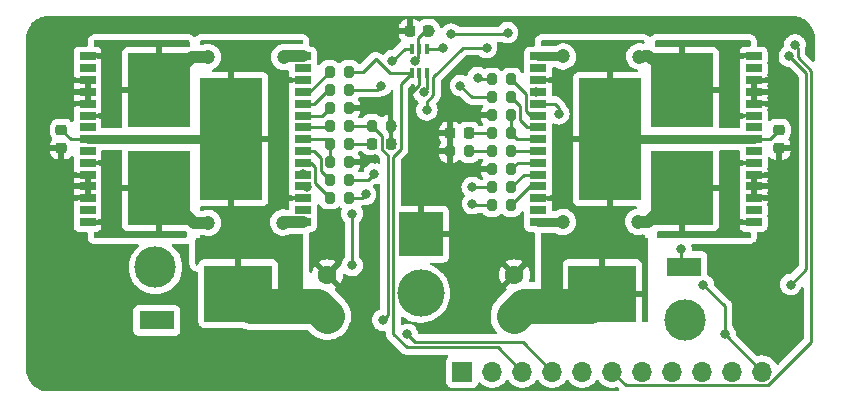
<source format=gbl>
%TF.GenerationSoftware,KiCad,Pcbnew,(6.0.0-0)*%
%TF.CreationDate,2022-03-27T14:29:03+08:00*%
%TF.ProjectId,driver,64726976-6572-42e6-9b69-6361645f7063,rev?*%
%TF.SameCoordinates,Original*%
%TF.FileFunction,Copper,L2,Bot*%
%TF.FilePolarity,Positive*%
%FSLAX46Y46*%
G04 Gerber Fmt 4.6, Leading zero omitted, Abs format (unit mm)*
G04 Created by KiCad (PCBNEW (6.0.0-0)) date 2022-03-27 14:29:03*
%MOMM*%
%LPD*%
G01*
G04 APERTURE LIST*
G04 Aperture macros list*
%AMRoundRect*
0 Rectangle with rounded corners*
0 $1 Rounding radius*
0 $2 $3 $4 $5 $6 $7 $8 $9 X,Y pos of 4 corners*
0 Add a 4 corners polygon primitive as box body*
4,1,4,$2,$3,$4,$5,$6,$7,$8,$9,$2,$3,0*
0 Add four circle primitives for the rounded corners*
1,1,$1+$1,$2,$3*
1,1,$1+$1,$4,$5*
1,1,$1+$1,$6,$7*
1,1,$1+$1,$8,$9*
0 Add four rect primitives between the rounded corners*
20,1,$1+$1,$2,$3,$4,$5,0*
20,1,$1+$1,$4,$5,$6,$7,0*
20,1,$1+$1,$6,$7,$8,$9,0*
20,1,$1+$1,$8,$9,$2,$3,0*%
G04 Aperture macros list end*
%TA.AperFunction,ComponentPad*%
%ADD10R,1.700000X1.700000*%
%TD*%
%TA.AperFunction,ComponentPad*%
%ADD11O,1.700000X1.700000*%
%TD*%
%TA.AperFunction,ComponentPad*%
%ADD12R,1.600000X1.600000*%
%TD*%
%TA.AperFunction,ComponentPad*%
%ADD13C,1.600000*%
%TD*%
%TA.AperFunction,ComponentPad*%
%ADD14R,3.800000X3.800000*%
%TD*%
%TA.AperFunction,ComponentPad*%
%ADD15C,4.000000*%
%TD*%
%TA.AperFunction,SMDPad,CuDef*%
%ADD16RoundRect,0.200000X-0.200000X-0.275000X0.200000X-0.275000X0.200000X0.275000X-0.200000X0.275000X0*%
%TD*%
%TA.AperFunction,SMDPad,CuDef*%
%ADD17RoundRect,0.200000X0.200000X0.275000X-0.200000X0.275000X-0.200000X-0.275000X0.200000X-0.275000X0*%
%TD*%
%TA.AperFunction,SMDPad,CuDef*%
%ADD18RoundRect,0.225000X-0.225000X-0.250000X0.225000X-0.250000X0.225000X0.250000X-0.225000X0.250000X0*%
%TD*%
%TA.AperFunction,SMDPad,CuDef*%
%ADD19R,1.350000X0.660000*%
%TD*%
%TA.AperFunction,SMDPad,CuDef*%
%ADD20R,5.250000X10.300000*%
%TD*%
%TA.AperFunction,SMDPad,CuDef*%
%ADD21R,5.250000X6.230000*%
%TD*%
%TA.AperFunction,SMDPad,CuDef*%
%ADD22R,2.999740X1.597660*%
%TD*%
%TA.AperFunction,SMDPad,CuDef*%
%ADD23R,5.715000X4.826000*%
%TD*%
%TA.AperFunction,SMDPad,CuDef*%
%ADD24R,0.450000X0.850000*%
%TD*%
%TA.AperFunction,SMDPad,CuDef*%
%ADD25RoundRect,0.225000X-0.250000X0.225000X-0.250000X-0.225000X0.250000X-0.225000X0.250000X0.225000X0*%
%TD*%
%TA.AperFunction,SMDPad,CuDef*%
%ADD26RoundRect,0.225000X0.225000X0.250000X-0.225000X0.250000X-0.225000X-0.250000X0.225000X-0.250000X0*%
%TD*%
%TA.AperFunction,ViaPad*%
%ADD27C,0.800000*%
%TD*%
%TA.AperFunction,ViaPad*%
%ADD28C,1.300000*%
%TD*%
%TA.AperFunction,ViaPad*%
%ADD29C,1.200000*%
%TD*%
%TA.AperFunction,ViaPad*%
%ADD30C,1.500000*%
%TD*%
%TA.AperFunction,ViaPad*%
%ADD31C,3.500000*%
%TD*%
%TA.AperFunction,Conductor*%
%ADD32C,0.250000*%
%TD*%
%TA.AperFunction,Conductor*%
%ADD33C,1.000000*%
%TD*%
%TA.AperFunction,Conductor*%
%ADD34C,3.000000*%
%TD*%
%TA.AperFunction,Conductor*%
%ADD35C,0.800000*%
%TD*%
G04 APERTURE END LIST*
D10*
%TO.P,J2,1,Pin_1*%
%TO.N,/M2C1*%
X165030200Y-124200000D03*
D11*
%TO.P,J2,2,Pin_2*%
%TO.N,/M2C2*%
X167570200Y-124200000D03*
%TO.P,J2,3,Pin_3*%
%TO.N,/M2INA*%
X170110200Y-124200000D03*
%TO.P,J2,4,Pin_4*%
%TO.N,/M2PWM*%
X172650200Y-124200000D03*
%TO.P,J2,5,Pin_5*%
%TO.N,/M2CS*%
X175190200Y-124200000D03*
%TO.P,J2,6,Pin_6*%
%TO.N,/M1CS*%
X177730200Y-124200000D03*
%TO.P,J2,7,Pin_7*%
%TO.N,/M1PWM*%
X180270200Y-124200000D03*
%TO.P,J2,8,Pin_8*%
%TO.N,/M1INA*%
X182810200Y-124200000D03*
%TO.P,J2,9,Pin_9*%
%TO.N,/M1C2*%
X185350200Y-124200000D03*
%TO.P,J2,10,Pin_10*%
%TO.N,/M1C1*%
X187890200Y-124200000D03*
%TO.P,J2,11,Pin_11*%
%TO.N,+3V3*%
X190430200Y-124200000D03*
%TD*%
D12*
%TO.P,M2CP1,1*%
%TO.N,Net-(M2C3-Pad1)*%
X153609418Y-119508651D03*
D13*
%TO.P,M2CP1,2*%
%TO.N,GND*%
X153609418Y-116008651D03*
%TD*%
D12*
%TO.P,M1CP1,1*%
%TO.N,Net-(M1C3-Pad1)*%
X169431000Y-119508651D03*
D13*
%TO.P,M1CP1,2*%
%TO.N,GND*%
X169431000Y-116008651D03*
%TD*%
D14*
%TO.P,J1,1,Pin_1*%
%TO.N,GND*%
X161497400Y-112562000D03*
D15*
%TO.P,J1,2,Pin_2*%
%TO.N,+12V*%
X161497400Y-117562000D03*
%TD*%
D16*
%TO.P,M2R6,1*%
%TO.N,/M2CSDIS*%
X153790800Y-101867235D03*
%TO.P,M2R6,2*%
%TO.N,GND*%
X155440800Y-101867235D03*
%TD*%
D17*
%TO.P,M2R5,1*%
%TO.N,+3V3*%
X155440800Y-100343235D03*
%TO.P,M2R5,2*%
%TO.N,Net-(M2R5-Pad2)*%
X153790800Y-100343235D03*
%TD*%
D18*
%TO.P,M2C8,1*%
%TO.N,/M2CS*%
X157420400Y-104915235D03*
%TO.P,M2C8,2*%
%TO.N,GND*%
X158970400Y-104915235D03*
%TD*%
D19*
%TO.P,M2U1,1,OUTA*%
%TO.N,/M2OUTA*%
X151550800Y-97526400D03*
%TO.P,M2U1,2,NC*%
%TO.N,unconnected-(M2U1-Pad2)*%
X151550800Y-98526400D03*
%TO.P,M2U1,3,VCC*%
%TO.N,Net-(M2C3-Pad1)*%
X151550800Y-99526400D03*
%TO.P,M2U1,4,INA*%
%TO.N,Net-(M2R4-Pad2)*%
X151550800Y-100526400D03*
%TO.P,M2U1,5,EN/DIAGA*%
%TO.N,Net-(M2R5-Pad2)*%
X151550800Y-101526400D03*
%TO.P,M2U1,6,CS_DIS*%
%TO.N,/M2CSDIS*%
X151550800Y-102526400D03*
%TO.P,M2U1,7,PWM*%
%TO.N,Net-(M2R71-Pad2)*%
X151550800Y-103526400D03*
%TO.P,M2U1,8,CS*%
%TO.N,Net-(M2R81-Pad2)*%
X151550800Y-104526400D03*
%TO.P,M2U1,9,EN/DIAGB*%
%TO.N,Net-(M2R9-Pad2)*%
X151550800Y-105526400D03*
%TO.P,M2U1,10,INB*%
%TO.N,Net-(M2R10-Pad2)*%
X151550800Y-106526400D03*
%TO.P,M2U1,11,CP*%
%TO.N,/M2CP*%
X151550800Y-107526400D03*
%TO.P,M2U1,12,VBAT*%
%TO.N,+12V*%
X151550800Y-108526400D03*
%TO.P,M2U1,13,VCC*%
%TO.N,Net-(M2C3-Pad1)*%
X151550800Y-109526400D03*
%TO.P,M2U1,14,NC*%
%TO.N,unconnected-(M2U1-Pad14)*%
X151550800Y-110526400D03*
%TO.P,M2U1,15,OUTB*%
%TO.N,/M2OUTB*%
X151550800Y-111526400D03*
%TO.P,M2U1,16,OUTB*%
X133300800Y-111526400D03*
%TO.P,M2U1,17,NC*%
%TO.N,unconnected-(M2U1-Pad17)*%
X133300800Y-110526400D03*
%TO.P,M2U1,18,GNDB*%
%TO.N,GND*%
X133300800Y-109526400D03*
%TO.P,M2U1,19,GNDB*%
X133300800Y-108526400D03*
%TO.P,M2U1,20,GNDB*%
X133300800Y-107526400D03*
%TO.P,M2U1,21,OUTB*%
%TO.N,/M2OUTB*%
X133300800Y-106526400D03*
%TO.P,M2U1,22,NC*%
%TO.N,unconnected-(M2U1-Pad22)*%
X133300800Y-105526400D03*
%TO.P,M2U1,23,VCC*%
%TO.N,Net-(M2C3-Pad1)*%
X133300800Y-104526400D03*
%TO.P,M2U1,24,NC*%
%TO.N,unconnected-(M2U1-Pad24)*%
X133300800Y-103526400D03*
%TO.P,M2U1,25,OUTA*%
%TO.N,/M2OUTA*%
X133300800Y-102526400D03*
%TO.P,M2U1,26,GNDA*%
%TO.N,GND*%
X133300800Y-101526400D03*
%TO.P,M2U1,27,GNDA*%
X133300800Y-100526400D03*
%TO.P,M2U1,28,GNDA*%
X133300800Y-99526400D03*
%TO.P,M2U1,29,NC*%
%TO.N,unconnected-(M2U1-Pad29)*%
X133300800Y-98526400D03*
%TO.P,M2U1,30,OUTA*%
%TO.N,/M2OUTA*%
X133300800Y-97526400D03*
D20*
%TO.P,M2U1,31,VCC*%
%TO.N,Net-(M2C3-Pad1)*%
X145475800Y-104526400D03*
D21*
%TO.P,M2U1,32,OUTB*%
%TO.N,/M2OUTB*%
X139375800Y-108691400D03*
%TO.P,M2U1,33,OUTA*%
%TO.N,/M2OUTA*%
X139375800Y-100361400D03*
%TD*%
D17*
%TO.P,M2R81,1*%
%TO.N,/M2CS*%
X155440800Y-104915235D03*
%TO.P,M2R81,2*%
%TO.N,Net-(M2R81-Pad2)*%
X153790800Y-104915235D03*
%TD*%
%TO.P,M2R71,1*%
%TO.N,/M2PWM*%
X155440800Y-103391235D03*
%TO.P,M2R71,2*%
%TO.N,Net-(M2R71-Pad2)*%
X153790800Y-103391235D03*
%TD*%
D16*
%TO.P,M1R71,1*%
%TO.N,/M1PWM*%
X167521400Y-105550235D03*
%TO.P,M1R71,2*%
%TO.N,Net-(M1R71-Pad2)*%
X169171400Y-105550235D03*
%TD*%
%TO.P,M1R81,1*%
%TO.N,/M1CS*%
X167521400Y-104026235D03*
%TO.P,M1R81,2*%
%TO.N,Net-(M1R81-Pad2)*%
X169171400Y-104026235D03*
%TD*%
%TO.P,M1R4,1*%
%TO.N,/M1INA*%
X167521400Y-110122235D03*
%TO.P,M1R4,2*%
%TO.N,Net-(M1R4-Pad2)*%
X169171400Y-110122235D03*
%TD*%
D17*
%TO.P,M1R72,1*%
%TO.N,/M1PWM*%
X165624400Y-105550235D03*
%TO.P,M1R72,2*%
%TO.N,GND*%
X163974400Y-105550235D03*
%TD*%
D16*
%TO.P,M2R72,1*%
%TO.N,/M2PWM*%
X157370400Y-103391235D03*
%TO.P,M2R72,2*%
%TO.N,GND*%
X159020400Y-103391235D03*
%TD*%
D22*
%TO.P,M2Q1,1,G*%
%TO.N,/M2CP*%
X139160535Y-119875380D03*
%TO.P,M2Q1,3,S*%
%TO.N,+12V*%
X139160535Y-115318620D03*
D23*
%TO.P,M2Q1,4,D*%
%TO.N,Net-(M2C3-Pad1)*%
X146056635Y-117597000D03*
%TD*%
D24*
%TO.P,U1,1,1A*%
%TO.N,/M1INA*%
X162035400Y-98950000D03*
%TO.P,U1,2,GND*%
%TO.N,GND*%
X161385400Y-98950000D03*
%TO.P,U1,3,2A*%
%TO.N,/M2INA*%
X160735400Y-98950000D03*
%TO.P,U1,4,2Y*%
%TO.N,/M2INB*%
X160735400Y-96850000D03*
%TO.P,U1,5,VCC*%
%TO.N,+3V3*%
X161385400Y-96850000D03*
%TO.P,U1,6,1Y*%
%TO.N,/M1INB*%
X162035400Y-96850000D03*
%TD*%
D19*
%TO.P,M1U1,1,OUTA*%
%TO.N,/M1OUTA*%
X171445200Y-111526400D03*
%TO.P,M1U1,2,NC*%
%TO.N,unconnected-(M1U1-Pad2)*%
X171445200Y-110526400D03*
%TO.P,M1U1,3,VCC*%
%TO.N,Net-(M1C3-Pad1)*%
X171445200Y-109526400D03*
%TO.P,M1U1,4,INA*%
%TO.N,Net-(M1R4-Pad2)*%
X171445200Y-108526400D03*
%TO.P,M1U1,5,EN/DIAGA*%
%TO.N,Net-(M1R5-Pad2)*%
X171445200Y-107526400D03*
%TO.P,M1U1,6,CS_DIS*%
%TO.N,/M1CSDIS*%
X171445200Y-106526400D03*
%TO.P,M1U1,7,PWM*%
%TO.N,Net-(M1R71-Pad2)*%
X171445200Y-105526400D03*
%TO.P,M1U1,8,CS*%
%TO.N,Net-(M1R81-Pad2)*%
X171445200Y-104526400D03*
%TO.P,M1U1,9,EN/DIAGB*%
%TO.N,Net-(M1R9-Pad2)*%
X171445200Y-103526400D03*
%TO.P,M1U1,10,INB*%
%TO.N,Net-(M1R10-Pad2)*%
X171445200Y-102526400D03*
%TO.P,M1U1,11,CP*%
%TO.N,/M1CP*%
X171445200Y-101526400D03*
%TO.P,M1U1,12,VBAT*%
%TO.N,+12V*%
X171445200Y-100526400D03*
%TO.P,M1U1,13,VCC*%
%TO.N,Net-(M1C3-Pad1)*%
X171445200Y-99526400D03*
%TO.P,M1U1,14,NC*%
%TO.N,unconnected-(M1U1-Pad14)*%
X171445200Y-98526400D03*
%TO.P,M1U1,15,OUTB*%
%TO.N,/M1OUTB*%
X171445200Y-97526400D03*
%TO.P,M1U1,16,OUTB*%
X189695200Y-97526400D03*
%TO.P,M1U1,17,NC*%
%TO.N,unconnected-(M1U1-Pad17)*%
X189695200Y-98526400D03*
%TO.P,M1U1,18,GNDB*%
%TO.N,GND*%
X189695200Y-99526400D03*
%TO.P,M1U1,19,GNDB*%
X189695200Y-100526400D03*
%TO.P,M1U1,20,GNDB*%
X189695200Y-101526400D03*
%TO.P,M1U1,21,OUTB*%
%TO.N,/M1OUTB*%
X189695200Y-102526400D03*
%TO.P,M1U1,22,NC*%
%TO.N,unconnected-(M1U1-Pad22)*%
X189695200Y-103526400D03*
%TO.P,M1U1,23,VCC*%
%TO.N,Net-(M1C3-Pad1)*%
X189695200Y-104526400D03*
%TO.P,M1U1,24,NC*%
%TO.N,unconnected-(M1U1-Pad24)*%
X189695200Y-105526400D03*
%TO.P,M1U1,25,OUTA*%
%TO.N,/M1OUTA*%
X189695200Y-106526400D03*
%TO.P,M1U1,26,GNDA*%
%TO.N,GND*%
X189695200Y-107526400D03*
%TO.P,M1U1,27,GNDA*%
X189695200Y-108526400D03*
%TO.P,M1U1,28,GNDA*%
X189695200Y-109526400D03*
%TO.P,M1U1,29,NC*%
%TO.N,unconnected-(M1U1-Pad29)*%
X189695200Y-110526400D03*
%TO.P,M1U1,30,OUTA*%
%TO.N,/M1OUTA*%
X189695200Y-111526400D03*
D20*
%TO.P,M1U1,31,VCC*%
%TO.N,Net-(M1C3-Pad1)*%
X177520200Y-104526400D03*
D21*
%TO.P,M1U1,32,OUTB*%
%TO.N,/M1OUTB*%
X183620200Y-100361400D03*
%TO.P,M1U1,33,OUTA*%
%TO.N,/M1OUTA*%
X183620200Y-108691400D03*
%TD*%
D17*
%TO.P,M2R4,1*%
%TO.N,/M2INA*%
X155440800Y-98819235D03*
%TO.P,M2R4,2*%
%TO.N,Net-(M2R4-Pad2)*%
X153790800Y-98819235D03*
%TD*%
%TO.P,M1R6,1*%
%TO.N,/M1CSDIS*%
X169171400Y-107074235D03*
%TO.P,M1R6,2*%
%TO.N,GND*%
X167521400Y-107074235D03*
%TD*%
D25*
%TO.P,M1C3,1*%
%TO.N,Net-(M1C3-Pad1)*%
X191844982Y-103741000D03*
%TO.P,M1C3,2*%
%TO.N,GND*%
X191844982Y-105291000D03*
%TD*%
D18*
%TO.P,MUC1,1*%
%TO.N,GND*%
X160610400Y-95360000D03*
%TO.P,MUC1,2*%
%TO.N,+3V3*%
X162160400Y-95360000D03*
%TD*%
D16*
%TO.P,M1R10,1*%
%TO.N,/M1INB*%
X167521400Y-99454235D03*
%TO.P,M1R10,2*%
%TO.N,Net-(M1R10-Pad2)*%
X169171400Y-99454235D03*
%TD*%
%TO.P,M1R9,1*%
%TO.N,+3V3*%
X167521400Y-100978235D03*
%TO.P,M1R9,2*%
%TO.N,Net-(M1R9-Pad2)*%
X169171400Y-100978235D03*
%TD*%
%TO.P,M1R5,1*%
%TO.N,+3V3*%
X167521400Y-108598235D03*
%TO.P,M1R5,2*%
%TO.N,Net-(M1R5-Pad2)*%
X169171400Y-108598235D03*
%TD*%
D22*
%TO.P,M1Q1,1,G*%
%TO.N,/M1CP*%
X183779847Y-115318620D03*
%TO.P,M1Q1,3,S*%
%TO.N,+12V*%
X183779847Y-119875380D03*
D23*
%TO.P,M1Q1,4,D*%
%TO.N,Net-(M1C3-Pad1)*%
X176883747Y-117597000D03*
%TD*%
D17*
%TO.P,M1R82,1*%
%TO.N,Net-(M1R81-Pad2)*%
X169171400Y-102502235D03*
%TO.P,M1R82,2*%
%TO.N,GND*%
X167521400Y-102502235D03*
%TD*%
D26*
%TO.P,M1C8,1*%
%TO.N,/M1CS*%
X165574400Y-104026235D03*
%TO.P,M1C8,2*%
%TO.N,GND*%
X164024400Y-104026235D03*
%TD*%
D17*
%TO.P,M2R10,1*%
%TO.N,/M2INB*%
X155440800Y-109487235D03*
%TO.P,M2R10,2*%
%TO.N,Net-(M2R10-Pad2)*%
X153790800Y-109487235D03*
%TD*%
%TO.P,M2R9,1*%
%TO.N,+3V3*%
X155440800Y-107963235D03*
%TO.P,M2R9,2*%
%TO.N,Net-(M2R9-Pad2)*%
X153790800Y-107963235D03*
%TD*%
D16*
%TO.P,M2R82,1*%
%TO.N,Net-(M2R81-Pad2)*%
X153790800Y-106439235D03*
%TO.P,M2R82,2*%
%TO.N,GND*%
X155440800Y-106439235D03*
%TD*%
D25*
%TO.P,M2C3,1*%
%TO.N,Net-(M2C3-Pad1)*%
X131095400Y-103741000D03*
%TO.P,M2C3,2*%
%TO.N,GND*%
X131095400Y-105291000D03*
%TD*%
D27*
%TO.N,+12V*%
X167085400Y-96774000D03*
X162026600Y-102057200D03*
%TO.N,/M2CS*%
X155692889Y-110829311D03*
X155702000Y-115214400D03*
%TO.N,/M2CP*%
X140106400Y-119583200D03*
%TO.N,GND*%
X160782000Y-106222800D03*
X157607000Y-106222800D03*
D28*
X161036000Y-104927400D03*
D27*
X159105600Y-104927400D03*
D28*
X161036000Y-103428800D03*
D27*
X159105600Y-103428800D03*
%TO.N,/M2CP*%
X151536400Y-107492800D03*
D29*
%TO.N,/M2OUTB*%
X143504898Y-111602498D03*
X149862063Y-111584263D03*
%TO.N,/M2OUTA*%
X143504898Y-97581698D03*
X149961600Y-97586800D03*
D27*
%TO.N,GND*%
X131411800Y-101557000D03*
X130624400Y-101557000D03*
X129811600Y-101557000D03*
X129006600Y-101549200D03*
X192303400Y-107492800D03*
X191490600Y-107492800D03*
%TO.N,+3V3*%
X187274200Y-121056400D03*
X155422600Y-108000800D03*
D30*
%TO.N,/M2OUTB*%
X139666000Y-109547200D03*
%TO.N,/M1OUTB*%
X185000000Y-99497200D03*
%TO.N,/M2OUTA*%
X138166000Y-99767400D03*
X139666000Y-99767400D03*
%TO.N,/M1OUTB*%
X181975000Y-99497200D03*
D28*
%TO.N,/M1OUTA*%
X181975000Y-109472200D03*
D30*
X185000000Y-109497200D03*
X183487600Y-109495800D03*
%TO.N,/M2OUTB*%
X141166000Y-109547200D03*
%TO.N,/M2OUTA*%
X141166000Y-99767400D03*
%TO.N,/M2OUTB*%
X138166000Y-109547200D03*
%TO.N,/M1OUTB*%
X183487600Y-99495800D03*
D27*
%TO.N,/M2PWM*%
X160375600Y-121056400D03*
X158292800Y-119837200D03*
%TO.N,+3V3*%
X185420000Y-116840000D03*
%TO.N,/M1CS*%
X193201874Y-96534814D03*
%TO.N,/M1INA*%
X192720041Y-97500359D03*
X192836800Y-116840000D03*
%TO.N,/M1CP*%
X173195880Y-102376480D03*
X183564582Y-113863200D03*
%TO.N,/M2INB*%
X159120400Y-97875000D03*
X156845000Y-109194600D03*
%TO.N,/M2CS*%
X155464160Y-104915235D03*
D29*
%TO.N,/M1OUTA*%
X179910565Y-111526400D03*
X173553400Y-111544635D03*
D27*
%TO.N,/M1INA*%
X165885400Y-109990000D03*
X161781099Y-100562899D03*
%TO.N,+3V3*%
X165875400Y-108600000D03*
X164875400Y-100000000D03*
X157565900Y-107442000D03*
X158151400Y-100000000D03*
X160994105Y-97873554D03*
X162259400Y-95399989D03*
%TO.N,/M1INB*%
X166323400Y-99314000D03*
X163377000Y-96824800D03*
%TO.N,/M1PWM*%
X167498040Y-105550235D03*
%TO.N,/M1CS*%
X164086492Y-95635690D03*
X167479635Y-104026235D03*
X168863400Y-95504000D03*
D29*
%TO.N,/M1OUTB*%
X180010102Y-97528937D03*
X173553400Y-97523835D03*
D31*
%TO.N,+12V*%
X139051400Y-115377235D03*
D27*
X171285400Y-100526400D03*
X151900826Y-108567793D03*
D31*
X183875400Y-119800000D03*
%TD*%
D32*
%TO.N,/M1CS*%
X193201874Y-96534814D02*
X193444552Y-96777492D01*
X193444552Y-96777492D02*
X193444552Y-97584234D01*
X193444552Y-97584234D02*
X194581720Y-98721403D01*
X194581720Y-98721403D02*
X194581720Y-121709490D01*
X194581720Y-121709490D02*
X190916699Y-125374511D01*
X190916699Y-125374511D02*
X178904711Y-125374511D01*
X178904711Y-125374511D02*
X177730200Y-124200000D01*
%TO.N,/M1INA*%
X192836800Y-116840000D02*
X194132200Y-115544600D01*
X194132200Y-115544600D02*
X194132200Y-98907600D01*
X194132200Y-98907600D02*
X192760600Y-97536000D01*
%TO.N,+3V3*%
X185420000Y-116840000D02*
X185445400Y-116840000D01*
X185445400Y-116840000D02*
X187274200Y-118668800D01*
X187274200Y-118668800D02*
X187274200Y-121044000D01*
X187274200Y-121044000D02*
X190430200Y-124200000D01*
%TO.N,+12V*%
X165062014Y-96774000D02*
X167085400Y-96774000D01*
X162584911Y-99251103D02*
X165062014Y-96774000D01*
X162584911Y-100783701D02*
X162584911Y-99251103D01*
X162026600Y-101367412D02*
X162483311Y-100910701D01*
X162026600Y-102057200D02*
X162026600Y-101367412D01*
%TO.N,/M2CS*%
X155702000Y-115214400D02*
X155692889Y-115205289D01*
X155692889Y-115205289D02*
X155692889Y-110829311D01*
%TO.N,/M2PWM*%
X157370400Y-103391235D02*
X158195880Y-104216715D01*
X158723369Y-105920342D02*
X158723369Y-119406631D01*
X158195880Y-104216715D02*
X158195880Y-105392853D01*
X158195880Y-105392853D02*
X158723369Y-105920342D01*
X158723369Y-119406631D02*
X158292800Y-119837200D01*
%TO.N,/M2INA*%
X170110200Y-124200000D02*
X168046711Y-122136511D01*
X160312711Y-122136511D02*
X159172889Y-120996689D01*
X159172889Y-120996689D02*
X159172889Y-106053911D01*
X159830111Y-105396689D02*
X159830111Y-99855289D01*
X159172889Y-106053911D02*
X159830111Y-105396689D01*
X168046711Y-122136511D02*
X160312711Y-122136511D01*
X159830111Y-99855289D02*
X160735400Y-98950000D01*
%TO.N,GND*%
X161385400Y-98950000D02*
X161385400Y-99933984D01*
X160629600Y-100689784D02*
X160629600Y-100812600D01*
X161385400Y-99933984D02*
X160629600Y-100689784D01*
D33*
%TO.N,/M2OUTA*%
X149961600Y-97586800D02*
X150051511Y-97496889D01*
X150051511Y-97496889D02*
X151550800Y-97496889D01*
X139375800Y-100361400D02*
X142155502Y-97581698D01*
X142155502Y-97581698D02*
X143504898Y-97581698D01*
%TO.N,/M2OUTB*%
X139375800Y-108691400D02*
X142286898Y-111602498D01*
X142286898Y-111602498D02*
X143504898Y-111602498D01*
X149862063Y-111584263D02*
X149890415Y-111555911D01*
X149890415Y-111555911D02*
X151550800Y-111555911D01*
D32*
%TO.N,+3V3*%
X155422600Y-108000800D02*
X156838165Y-107963235D01*
%TO.N,/M2INB*%
X156845000Y-109194600D02*
X156552365Y-109487235D01*
X156552365Y-109487235D02*
X155440800Y-109487235D01*
%TO.N,/M2PWM*%
X160375600Y-121056400D02*
X161006191Y-121686991D01*
X161006191Y-121686991D02*
X168232908Y-121686991D01*
X168232908Y-121686991D02*
X168237317Y-121691400D01*
X168237317Y-121691400D02*
X170141600Y-121691400D01*
X170141600Y-121691400D02*
X172650200Y-124200000D01*
D34*
%TO.N,Net-(M2C3-Pad1)*%
X152742002Y-118641235D02*
X153609418Y-119508651D01*
D32*
X131880800Y-104526400D02*
X133300800Y-104526400D01*
D34*
X146056635Y-117597000D02*
X147100870Y-118641235D01*
D35*
X145475800Y-104526400D02*
X133300800Y-104526400D01*
D34*
X147100870Y-118641235D02*
X152742002Y-118641235D01*
D32*
X131095400Y-103741000D02*
X131880800Y-104526400D01*
%TO.N,/M1CP*%
X183564582Y-115103355D02*
X183779847Y-115318620D01*
X183564582Y-113863200D02*
X183564582Y-115103355D01*
X173195880Y-102376480D02*
X173195880Y-101868480D01*
X173195880Y-101868480D02*
X172853800Y-101526400D01*
X172853800Y-101526400D02*
X171445200Y-101526400D01*
D34*
%TO.N,Net-(M1C3-Pad1)*%
X170298416Y-118641235D02*
X169431000Y-119508651D01*
D35*
X189695200Y-104526400D02*
X177520200Y-104526400D01*
D32*
X191844982Y-103741000D02*
X191059582Y-104526400D01*
X191059582Y-104526400D02*
X189695200Y-104526400D01*
D34*
X176883747Y-117597000D02*
X175839512Y-118641235D01*
X175839512Y-118641235D02*
X170298416Y-118641235D01*
D32*
%TO.N,/M2INB*%
X160735400Y-96850000D02*
X160145400Y-96850000D01*
X160145400Y-96850000D02*
X159120400Y-97875000D01*
%TO.N,Net-(M2R10-Pad2)*%
X152550311Y-108246746D02*
X153790800Y-109487235D01*
X152204822Y-106526400D02*
X152550311Y-106871889D01*
X151550800Y-106526400D02*
X152204822Y-106526400D01*
X152550311Y-106871889D02*
X152550311Y-108246746D01*
%TO.N,/M2CS*%
X155464160Y-104915235D02*
X157347040Y-104915235D01*
%TO.N,Net-(M2R81-Pad2)*%
X151550800Y-104526400D02*
X153401965Y-104526400D01*
X153790800Y-104915235D02*
X153790800Y-106439235D01*
X153401965Y-104526400D02*
X153790800Y-104915235D01*
D33*
%TO.N,/M1OUTA*%
X183620200Y-109207297D02*
X183620200Y-108691400D01*
X183432117Y-109395380D02*
X182916220Y-109395380D01*
X183432117Y-109395380D02*
X183620200Y-109207297D01*
X182916220Y-109395380D02*
X180785200Y-111526400D01*
D35*
X171445200Y-111526400D02*
X173535165Y-111526400D01*
D32*
X173535165Y-111526400D02*
X173553400Y-111544635D01*
D33*
X180785200Y-111526400D02*
X179910565Y-111526400D01*
D32*
%TO.N,/M1INA*%
X167521400Y-110122235D02*
X166017635Y-110122235D01*
X162035400Y-100308598D02*
X162035400Y-98950000D01*
X166017635Y-110122235D02*
X165885400Y-109990000D01*
X161781099Y-100562899D02*
X162035400Y-100308598D01*
%TO.N,Net-(M1R4-Pad2)*%
X170767235Y-108526400D02*
X171445200Y-108526400D01*
X169171400Y-110122235D02*
X170767235Y-108526400D01*
%TO.N,+3V3*%
X155440800Y-100343235D02*
X157808165Y-100343235D01*
X165877165Y-108598235D02*
X165875400Y-108600000D01*
X157044665Y-107963235D02*
X156838165Y-107963235D01*
X161284911Y-95970489D02*
X161895400Y-95360000D01*
X167521400Y-100978235D02*
X165853635Y-100978235D01*
X161010868Y-97873554D02*
X161284911Y-97599511D01*
X161895400Y-95360000D02*
X162160400Y-95360000D01*
X157808165Y-100343235D02*
X158151400Y-100000000D01*
X161284911Y-97599511D02*
X161284911Y-95970489D01*
X167521400Y-108598235D02*
X165877165Y-108598235D01*
X156838165Y-107963235D02*
X156841400Y-107960000D01*
X157565900Y-107442000D02*
X157044665Y-107963235D01*
X155440800Y-107963235D02*
X155422600Y-108000800D01*
X160994105Y-97873554D02*
X161010868Y-97873554D01*
X162259400Y-95399989D02*
X162259400Y-95384705D01*
X165853635Y-100978235D02*
X164875400Y-100000000D01*
%TO.N,Net-(M1R5-Pad2)*%
X171445200Y-107526400D02*
X170243235Y-107526400D01*
X170243235Y-107526400D02*
X169171400Y-108598235D01*
%TO.N,/M1CSDIS*%
X169719235Y-106526400D02*
X169171400Y-107074235D01*
X171445200Y-106526400D02*
X169719235Y-106526400D01*
%TO.N,Net-(M1R9-Pad2)*%
X169895920Y-101702755D02*
X169171400Y-100978235D01*
X170520200Y-103526400D02*
X169895920Y-102902120D01*
X169895920Y-102902120D02*
X169895920Y-101702755D01*
X171445200Y-103526400D02*
X170520200Y-103526400D01*
%TO.N,/M1INB*%
X163351800Y-96850000D02*
X162035400Y-96850000D01*
X166323400Y-99314000D02*
X166463635Y-99454235D01*
X166463635Y-99454235D02*
X167521400Y-99454235D01*
X163377000Y-96824800D02*
X163351800Y-96850000D01*
%TO.N,Net-(M1R10-Pad2)*%
X170445689Y-100728524D02*
X169171400Y-99454235D01*
X170816160Y-102526400D02*
X170445689Y-102155929D01*
X171445200Y-102526400D02*
X170816160Y-102526400D01*
X170445689Y-102155929D02*
X170445689Y-100728524D01*
%TO.N,/M1PWM*%
X167498040Y-105550235D02*
X165647760Y-105550235D01*
%TO.N,Net-(M1R71-Pad2)*%
X171445200Y-105526400D02*
X169195235Y-105526400D01*
X169195235Y-105526400D02*
X169171400Y-105550235D01*
%TO.N,/M1CS*%
X167479635Y-104026235D02*
X165647760Y-104026235D01*
X167498040Y-104026235D02*
X167479635Y-104026235D01*
X168731710Y-95635690D02*
X168863400Y-95504000D01*
X164086492Y-95635690D02*
X168731710Y-95635690D01*
%TO.N,Net-(M1R81-Pad2)*%
X169171400Y-102502235D02*
X169171400Y-104026235D01*
X169671565Y-104526400D02*
X169171400Y-104026235D01*
X171445200Y-104526400D02*
X169671565Y-104526400D01*
%TO.N,Net-(M2R71-Pad2)*%
X153655635Y-103526400D02*
X153790800Y-103391235D01*
X151550800Y-103526400D02*
X153655635Y-103526400D01*
%TO.N,/M2PWM*%
X155464160Y-103391235D02*
X157347040Y-103391235D01*
%TO.N,/M2INA*%
X156658165Y-98819235D02*
X157710400Y-97767000D01*
X155440800Y-98819235D02*
X156580635Y-98819235D01*
X156580635Y-98819235D02*
X156658165Y-98819235D01*
X158893400Y-98950000D02*
X160735400Y-98950000D01*
X157710400Y-97767000D02*
X158893400Y-98950000D01*
%TO.N,Net-(M2R4-Pad2)*%
X152083635Y-100526400D02*
X153790800Y-98819235D01*
X151550800Y-100526400D02*
X152083635Y-100526400D01*
%TO.N,Net-(M2R5-Pad2)*%
X151550800Y-101526400D02*
X152475800Y-101526400D01*
X152475800Y-101526400D02*
X153658965Y-100343235D01*
X153658965Y-100343235D02*
X153790800Y-100343235D01*
%TO.N,/M2CSDIS*%
X151550800Y-102526400D02*
X153131635Y-102526400D01*
X153131635Y-102526400D02*
X153790800Y-101867235D01*
%TO.N,Net-(M2R9-Pad2)*%
X151550800Y-105526400D02*
X152475800Y-105526400D01*
X153066280Y-107238715D02*
X153790800Y-107963235D01*
X153066280Y-106116880D02*
X153066280Y-107238715D01*
X152475800Y-105526400D02*
X153066280Y-106116880D01*
D33*
%TO.N,/M1OUTB*%
X180010102Y-97528937D02*
X180785200Y-97526400D01*
D32*
X173553400Y-97523835D02*
X173550835Y-97526400D01*
D33*
X183462117Y-99465380D02*
X183620200Y-100361400D01*
D35*
X173550835Y-97526400D02*
X171445200Y-97526400D01*
D33*
X180785200Y-97526400D02*
X183462117Y-99465380D01*
%TD*%
%TA.AperFunction,Conductor*%
%TO.N,GND*%
G36*
X192928240Y-94082873D02*
G01*
X192957482Y-94086334D01*
X192996765Y-94083759D01*
X193013241Y-94083759D01*
X193119701Y-94090737D01*
X193226157Y-94097715D01*
X193242497Y-94099866D01*
X193356278Y-94122498D01*
X193470061Y-94145131D01*
X193485971Y-94149394D01*
X193705677Y-94223974D01*
X193720903Y-94230281D01*
X193928992Y-94332899D01*
X193943266Y-94341140D01*
X194136181Y-94470042D01*
X194149256Y-94480075D01*
X194323701Y-94633058D01*
X194335342Y-94644699D01*
X194441302Y-94765524D01*
X194488325Y-94819144D01*
X194498358Y-94832219D01*
X194627260Y-95025134D01*
X194635501Y-95039408D01*
X194738119Y-95247497D01*
X194744425Y-95262721D01*
X194819006Y-95482429D01*
X194823269Y-95498339D01*
X194835258Y-95558609D01*
X194868534Y-95725903D01*
X194870685Y-95742243D01*
X194871786Y-95759035D01*
X194882864Y-95928050D01*
X194882878Y-95928270D01*
X194882530Y-95941562D01*
X194882896Y-95941572D01*
X194882745Y-95947344D01*
X194882066Y-95953082D01*
X194882444Y-95958849D01*
X194886130Y-96015088D01*
X194886400Y-96023329D01*
X194886400Y-97825988D01*
X194866398Y-97894109D01*
X194812742Y-97940602D01*
X194742468Y-97950706D01*
X194677888Y-97921212D01*
X194671304Y-97915083D01*
X194481837Y-97725615D01*
X194114956Y-97358734D01*
X194080931Y-97296422D01*
X194078052Y-97269639D01*
X194078052Y-96856261D01*
X194078579Y-96845077D01*
X194080254Y-96837584D01*
X194079903Y-96826404D01*
X194079049Y-96799219D01*
X194085153Y-96756329D01*
X194093377Y-96731018D01*
X194093377Y-96731017D01*
X194095416Y-96724742D01*
X194099250Y-96688269D01*
X194114688Y-96541379D01*
X194115378Y-96534814D01*
X194111830Y-96501053D01*
X194096106Y-96351449D01*
X194096106Y-96351447D01*
X194095416Y-96344886D01*
X194036401Y-96163258D01*
X194028015Y-96148732D01*
X193965330Y-96040160D01*
X193940914Y-95997870D01*
X193909875Y-95963397D01*
X193817549Y-95860859D01*
X193817548Y-95860858D01*
X193813127Y-95855948D01*
X193691329Y-95767456D01*
X193663968Y-95747577D01*
X193663967Y-95747576D01*
X193658626Y-95743696D01*
X193652598Y-95741012D01*
X193652596Y-95741011D01*
X193490193Y-95668705D01*
X193490192Y-95668705D01*
X193484162Y-95666020D01*
X193387379Y-95645448D01*
X193303818Y-95627686D01*
X193303813Y-95627686D01*
X193297361Y-95626314D01*
X193106387Y-95626314D01*
X193099935Y-95627686D01*
X193099930Y-95627686D01*
X193016369Y-95645448D01*
X192919586Y-95666020D01*
X192913556Y-95668705D01*
X192913555Y-95668705D01*
X192751152Y-95741011D01*
X192751150Y-95741012D01*
X192745122Y-95743696D01*
X192739781Y-95747576D01*
X192739780Y-95747577D01*
X192712419Y-95767456D01*
X192590621Y-95855948D01*
X192586200Y-95860858D01*
X192586199Y-95860859D01*
X192493874Y-95963397D01*
X192462834Y-95997870D01*
X192438418Y-96040160D01*
X192375734Y-96148732D01*
X192367347Y-96163258D01*
X192308332Y-96344886D01*
X192307642Y-96351447D01*
X192307642Y-96351449D01*
X192291918Y-96501053D01*
X192288370Y-96534814D01*
X192289060Y-96541379D01*
X192296019Y-96607590D01*
X192283247Y-96677428D01*
X192244770Y-96722696D01*
X192205578Y-96751171D01*
X192108788Y-96821493D01*
X192104367Y-96826403D01*
X192104366Y-96826404D01*
X191993355Y-96949695D01*
X191981001Y-96963415D01*
X191922727Y-97064349D01*
X191909209Y-97087763D01*
X191885514Y-97128803D01*
X191826499Y-97310431D01*
X191825809Y-97316992D01*
X191825809Y-97316994D01*
X191810003Y-97467386D01*
X191806537Y-97500359D01*
X191807227Y-97506924D01*
X191825681Y-97682500D01*
X191826499Y-97690287D01*
X191885514Y-97871915D01*
X191981001Y-98037303D01*
X191985419Y-98042210D01*
X191985420Y-98042211D01*
X192096640Y-98165733D01*
X192108788Y-98179225D01*
X192189080Y-98237561D01*
X192245146Y-98278295D01*
X192263289Y-98291477D01*
X192269317Y-98294161D01*
X192269319Y-98294162D01*
X192431722Y-98366468D01*
X192437753Y-98369153D01*
X192531154Y-98389006D01*
X192618097Y-98407487D01*
X192618102Y-98407487D01*
X192624554Y-98408859D01*
X192685365Y-98408859D01*
X192753486Y-98428861D01*
X192774460Y-98445764D01*
X193461795Y-99133099D01*
X193495821Y-99195411D01*
X193498700Y-99222194D01*
X193498700Y-115230005D01*
X193478698Y-115298126D01*
X193461795Y-115319100D01*
X192886300Y-115894595D01*
X192823988Y-115928621D01*
X192797205Y-115931500D01*
X192741313Y-115931500D01*
X192734861Y-115932872D01*
X192734856Y-115932872D01*
X192655289Y-115949785D01*
X192554512Y-115971206D01*
X192548482Y-115973891D01*
X192548481Y-115973891D01*
X192386078Y-116046197D01*
X192386076Y-116046198D01*
X192380048Y-116048882D01*
X192225547Y-116161134D01*
X192221126Y-116166044D01*
X192221125Y-116166045D01*
X192209288Y-116179192D01*
X192097760Y-116303056D01*
X192002273Y-116468444D01*
X191943258Y-116650072D01*
X191942568Y-116656633D01*
X191942568Y-116656635D01*
X191934849Y-116730075D01*
X191923296Y-116840000D01*
X191923986Y-116846565D01*
X191933087Y-116933152D01*
X191943258Y-117029928D01*
X192002273Y-117211556D01*
X192005576Y-117217278D01*
X192005577Y-117217279D01*
X192022725Y-117246980D01*
X192097760Y-117376944D01*
X192225547Y-117518866D01*
X192324643Y-117590864D01*
X192365317Y-117620415D01*
X192380048Y-117631118D01*
X192386076Y-117633802D01*
X192386078Y-117633803D01*
X192482919Y-117676919D01*
X192554512Y-117708794D01*
X192647913Y-117728647D01*
X192734856Y-117747128D01*
X192734861Y-117747128D01*
X192741313Y-117748500D01*
X192932287Y-117748500D01*
X192938739Y-117747128D01*
X192938744Y-117747128D01*
X193025687Y-117728647D01*
X193119088Y-117708794D01*
X193190681Y-117676919D01*
X193287522Y-117633803D01*
X193287524Y-117633802D01*
X193293552Y-117631118D01*
X193308284Y-117620415D01*
X193348957Y-117590864D01*
X193448053Y-117518866D01*
X193575840Y-117376944D01*
X193650875Y-117246980D01*
X193668023Y-117217279D01*
X193668024Y-117217278D01*
X193671327Y-117211556D01*
X193702387Y-117115964D01*
X193742461Y-117057358D01*
X193807857Y-117029721D01*
X193877814Y-117041828D01*
X193930120Y-117089834D01*
X193948220Y-117154900D01*
X193948220Y-121394895D01*
X193928218Y-121463016D01*
X193911315Y-121483990D01*
X191823443Y-123571862D01*
X191761131Y-123605888D01*
X191690316Y-123600823D01*
X191633480Y-123558276D01*
X191628567Y-123551223D01*
X191510214Y-123368277D01*
X191359870Y-123203051D01*
X191355819Y-123199852D01*
X191355815Y-123199848D01*
X191188614Y-123067800D01*
X191188610Y-123067798D01*
X191184559Y-123064598D01*
X190988989Y-122956638D01*
X190984120Y-122954914D01*
X190984116Y-122954912D01*
X190783287Y-122883795D01*
X190783283Y-122883794D01*
X190778412Y-122882069D01*
X190773319Y-122881162D01*
X190773316Y-122881161D01*
X190563573Y-122843800D01*
X190563567Y-122843799D01*
X190558484Y-122842894D01*
X190484652Y-122841992D01*
X190340281Y-122840228D01*
X190340279Y-122840228D01*
X190335111Y-122840165D01*
X190114291Y-122873955D01*
X190101732Y-122878060D01*
X190030768Y-122880210D01*
X189973494Y-122847389D01*
X188219866Y-121093761D01*
X188185840Y-121031449D01*
X188183651Y-121017837D01*
X188168432Y-120873034D01*
X188168431Y-120873031D01*
X188167742Y-120866472D01*
X188108727Y-120684844D01*
X188091112Y-120654333D01*
X188046786Y-120577560D01*
X188013240Y-120519456D01*
X187940063Y-120438185D01*
X187909347Y-120374179D01*
X187907700Y-120353876D01*
X187907700Y-118747568D01*
X187908227Y-118736385D01*
X187909902Y-118728892D01*
X187909243Y-118707908D01*
X187907762Y-118660802D01*
X187907700Y-118656844D01*
X187907700Y-118628944D01*
X187907196Y-118624953D01*
X187906263Y-118613111D01*
X187905123Y-118576836D01*
X187904874Y-118568911D01*
X187902662Y-118561297D01*
X187902661Y-118561292D01*
X187899223Y-118549459D01*
X187895212Y-118530095D01*
X187893667Y-118517864D01*
X187892674Y-118510003D01*
X187889757Y-118502636D01*
X187889756Y-118502631D01*
X187876398Y-118468892D01*
X187872554Y-118457665D01*
X187870432Y-118450361D01*
X187860218Y-118415207D01*
X187849907Y-118397772D01*
X187841212Y-118380024D01*
X187833752Y-118361183D01*
X187807764Y-118325413D01*
X187801248Y-118315493D01*
X187782780Y-118284265D01*
X187782778Y-118284262D01*
X187778742Y-118277438D01*
X187764421Y-118263117D01*
X187751580Y-118248083D01*
X187744331Y-118238106D01*
X187739672Y-118231693D01*
X187705595Y-118203502D01*
X187696816Y-118195512D01*
X186364139Y-116862834D01*
X186330113Y-116800522D01*
X186327924Y-116786909D01*
X186321284Y-116723728D01*
X186313542Y-116650072D01*
X186309896Y-116638849D01*
X186256569Y-116474729D01*
X186254527Y-116468444D01*
X186159040Y-116303056D01*
X186047513Y-116179192D01*
X186035675Y-116166045D01*
X186035674Y-116166044D01*
X186031253Y-116161134D01*
X185876752Y-116048882D01*
X185870725Y-116046199D01*
X185870717Y-116046194D01*
X185862965Y-116042743D01*
X185808871Y-115996762D01*
X185788217Y-115927638D01*
X185788217Y-114471656D01*
X185781462Y-114409474D01*
X185730332Y-114273085D01*
X185642978Y-114156529D01*
X185526422Y-114069175D01*
X185390033Y-114018045D01*
X185327851Y-114011290D01*
X184602459Y-114011290D01*
X184534338Y-113991288D01*
X184487845Y-113937632D01*
X184477842Y-113876371D01*
X184477396Y-113876371D01*
X184477396Y-113873638D01*
X184477149Y-113872125D01*
X184477396Y-113869774D01*
X184477396Y-113869765D01*
X184478086Y-113863200D01*
X184458124Y-113673272D01*
X184439032Y-113614512D01*
X184424873Y-113570936D01*
X184422845Y-113499969D01*
X184459508Y-113439171D01*
X184523220Y-113407845D01*
X184544706Y-113406000D01*
X189329102Y-113406000D01*
X189437082Y-113394391D01*
X189440366Y-113393677D01*
X189440370Y-113393676D01*
X189465441Y-113388222D01*
X189489424Y-113383005D01*
X189592474Y-113348707D01*
X189714112Y-113270535D01*
X189767768Y-113224042D01*
X189779359Y-113210666D01*
X189856555Y-113121577D01*
X189862457Y-113114766D01*
X189922523Y-112983240D01*
X189942525Y-112915119D01*
X189943166Y-112910664D01*
X189962463Y-112776448D01*
X189962464Y-112776441D01*
X189963102Y-112772000D01*
X189963102Y-112490900D01*
X189983104Y-112422779D01*
X190036760Y-112376286D01*
X190089102Y-112364900D01*
X190418334Y-112364900D01*
X190480516Y-112358145D01*
X190616905Y-112307015D01*
X190733461Y-112219661D01*
X190820815Y-112103105D01*
X190871945Y-111966716D01*
X190878700Y-111904534D01*
X190878700Y-111148266D01*
X190871945Y-111086084D01*
X190866152Y-111070631D01*
X190860967Y-110999826D01*
X190866150Y-110982174D01*
X190871945Y-110966716D01*
X190878700Y-110904534D01*
X190878700Y-110148266D01*
X190871945Y-110086084D01*
X190865886Y-110069922D01*
X190860700Y-109999115D01*
X190865886Y-109981454D01*
X190868678Y-109974007D01*
X190872305Y-109958751D01*
X190877831Y-109907886D01*
X190878200Y-109901072D01*
X190878200Y-109798515D01*
X190873725Y-109783276D01*
X190872335Y-109782071D01*
X190864652Y-109780400D01*
X190705067Y-109780400D01*
X190636946Y-109760398D01*
X190629502Y-109755226D01*
X190616905Y-109745785D01*
X190480516Y-109694655D01*
X190418334Y-109687900D01*
X189567200Y-109687900D01*
X189499079Y-109667898D01*
X189452586Y-109614242D01*
X189441200Y-109561900D01*
X189441200Y-109254285D01*
X189949200Y-109254285D01*
X189953675Y-109269524D01*
X189955065Y-109270729D01*
X189962748Y-109272400D01*
X190860084Y-109272400D01*
X190875323Y-109267925D01*
X190876528Y-109266535D01*
X190878199Y-109258852D01*
X190878199Y-109151731D01*
X190877829Y-109144910D01*
X190872305Y-109094046D01*
X190868680Y-109078797D01*
X190865618Y-109070630D01*
X190860435Y-108999823D01*
X190865618Y-108982170D01*
X190868678Y-108974007D01*
X190872305Y-108958752D01*
X190877831Y-108907886D01*
X190878200Y-108901072D01*
X190878200Y-108798515D01*
X190873725Y-108783276D01*
X190872335Y-108782071D01*
X190864652Y-108780400D01*
X189967315Y-108780400D01*
X189952076Y-108784875D01*
X189950871Y-108786265D01*
X189949200Y-108793948D01*
X189949200Y-109254285D01*
X189441200Y-109254285D01*
X189441200Y-108254285D01*
X189949200Y-108254285D01*
X189953675Y-108269524D01*
X189955065Y-108270729D01*
X189962748Y-108272400D01*
X190860084Y-108272400D01*
X190875323Y-108267925D01*
X190876528Y-108266535D01*
X190878199Y-108258852D01*
X190878199Y-108151731D01*
X190877829Y-108144910D01*
X190872305Y-108094046D01*
X190868680Y-108078797D01*
X190865618Y-108070630D01*
X190860435Y-107999823D01*
X190865618Y-107982170D01*
X190868678Y-107974007D01*
X190872305Y-107958752D01*
X190877831Y-107907886D01*
X190878200Y-107901072D01*
X190878200Y-107798515D01*
X190873725Y-107783276D01*
X190872335Y-107782071D01*
X190864652Y-107780400D01*
X189967315Y-107780400D01*
X189952076Y-107784875D01*
X189950871Y-107786265D01*
X189949200Y-107793948D01*
X189949200Y-108254285D01*
X189441200Y-108254285D01*
X189441200Y-107490900D01*
X189461202Y-107422779D01*
X189514858Y-107376286D01*
X189567200Y-107364900D01*
X190418334Y-107364900D01*
X190480516Y-107358145D01*
X190616905Y-107307015D01*
X190629502Y-107297574D01*
X190696008Y-107272726D01*
X190705067Y-107272400D01*
X190860084Y-107272400D01*
X190875323Y-107267925D01*
X190876528Y-107266535D01*
X190878199Y-107258852D01*
X190878199Y-107151731D01*
X190877829Y-107144910D01*
X190872305Y-107094048D01*
X190868679Y-107078795D01*
X190865886Y-107071346D01*
X190860700Y-107000539D01*
X190865886Y-106982878D01*
X190869171Y-106974116D01*
X190869171Y-106974115D01*
X190871945Y-106966716D01*
X190878700Y-106904534D01*
X190878700Y-106148266D01*
X190878518Y-106146589D01*
X190894728Y-106077807D01*
X190945789Y-106028479D01*
X191015413Y-106014587D01*
X191081495Y-106040542D01*
X191093274Y-106050918D01*
X191132410Y-106089985D01*
X191143822Y-106098998D01*
X191276862Y-106181004D01*
X191290043Y-106187151D01*
X191438796Y-106236491D01*
X191452172Y-106239358D01*
X191543079Y-106248672D01*
X191549495Y-106249000D01*
X191572867Y-106249000D01*
X191588106Y-106244525D01*
X191589311Y-106243135D01*
X191590982Y-106235452D01*
X191590982Y-106230885D01*
X192098982Y-106230885D01*
X192103457Y-106246124D01*
X192104847Y-106247329D01*
X192112530Y-106249000D01*
X192140420Y-106249000D01*
X192146935Y-106248663D01*
X192239039Y-106239106D01*
X192252438Y-106236212D01*
X192401089Y-106186619D01*
X192414268Y-106180445D01*
X192547155Y-106098212D01*
X192558556Y-106089176D01*
X192668968Y-105978571D01*
X192677980Y-105967160D01*
X192759986Y-105834120D01*
X192766133Y-105820939D01*
X192815473Y-105672186D01*
X192818340Y-105658810D01*
X192827654Y-105567903D01*
X192827911Y-105562874D01*
X192823507Y-105547876D01*
X192822117Y-105546671D01*
X192814434Y-105545000D01*
X192117097Y-105545000D01*
X192101858Y-105549475D01*
X192100653Y-105550865D01*
X192098982Y-105558548D01*
X192098982Y-106230885D01*
X191590982Y-106230885D01*
X191590982Y-105163000D01*
X191610984Y-105094879D01*
X191664640Y-105048386D01*
X191716982Y-105037000D01*
X192809867Y-105037000D01*
X192825106Y-105032525D01*
X192826311Y-105031135D01*
X192827982Y-105023452D01*
X192827982Y-105020562D01*
X192827645Y-105014047D01*
X192818088Y-104921943D01*
X192815194Y-104908544D01*
X192765601Y-104759893D01*
X192759427Y-104746714D01*
X192677194Y-104613827D01*
X192663611Y-104596689D01*
X192665541Y-104595159D01*
X192637079Y-104543120D01*
X192642095Y-104472301D01*
X192665781Y-104435383D01*
X192664825Y-104434628D01*
X192669363Y-104428882D01*
X192674534Y-104423702D01*
X192733410Y-104328188D01*
X192760444Y-104284331D01*
X192760445Y-104284329D01*
X192764284Y-104278101D01*
X192818131Y-104115757D01*
X192820015Y-104097376D01*
X192824057Y-104057918D01*
X192828482Y-104014732D01*
X192828482Y-103467268D01*
X192817869Y-103364981D01*
X192799811Y-103310854D01*
X192766055Y-103209676D01*
X192766054Y-103209674D01*
X192763738Y-103202732D01*
X192730034Y-103148266D01*
X192677588Y-103063515D01*
X192673734Y-103057287D01*
X192662539Y-103046111D01*
X192557864Y-102941619D01*
X192552684Y-102936448D01*
X192546453Y-102932607D01*
X192413313Y-102850538D01*
X192413311Y-102850537D01*
X192407083Y-102846698D01*
X192244739Y-102792851D01*
X192237902Y-102792151D01*
X192237900Y-102792150D01*
X192196581Y-102787917D01*
X192143714Y-102782500D01*
X191546250Y-102782500D01*
X191543004Y-102782837D01*
X191543000Y-102782837D01*
X191508899Y-102786375D01*
X191443963Y-102793113D01*
X191437422Y-102795295D01*
X191437423Y-102795295D01*
X191288658Y-102844927D01*
X191288656Y-102844928D01*
X191281714Y-102847244D01*
X191275490Y-102851096D01*
X191275489Y-102851096D01*
X191195572Y-102900550D01*
X191136269Y-102937248D01*
X191131096Y-102942430D01*
X191093873Y-102979718D01*
X191031591Y-103013797D01*
X190960770Y-103008794D01*
X190903898Y-102966297D01*
X190879029Y-102899798D01*
X190878700Y-102890700D01*
X190878700Y-102148266D01*
X190871945Y-102086084D01*
X190865886Y-102069922D01*
X190860700Y-101999115D01*
X190865886Y-101981454D01*
X190868678Y-101974007D01*
X190872305Y-101958751D01*
X190877831Y-101907886D01*
X190878200Y-101901072D01*
X190878200Y-101798515D01*
X190873725Y-101783276D01*
X190872335Y-101782071D01*
X190864652Y-101780400D01*
X190705067Y-101780400D01*
X190636946Y-101760398D01*
X190629502Y-101755226D01*
X190616905Y-101745785D01*
X190480516Y-101694655D01*
X190418334Y-101687900D01*
X189567200Y-101687900D01*
X189499079Y-101667898D01*
X189452586Y-101614242D01*
X189441200Y-101561900D01*
X189441200Y-101254285D01*
X189949200Y-101254285D01*
X189953675Y-101269524D01*
X189955065Y-101270729D01*
X189962748Y-101272400D01*
X190860084Y-101272400D01*
X190875323Y-101267925D01*
X190876528Y-101266535D01*
X190878199Y-101258852D01*
X190878199Y-101151731D01*
X190877829Y-101144910D01*
X190872305Y-101094046D01*
X190868680Y-101078797D01*
X190865618Y-101070630D01*
X190860435Y-100999823D01*
X190865618Y-100982170D01*
X190868678Y-100974007D01*
X190872305Y-100958752D01*
X190877831Y-100907886D01*
X190878200Y-100901072D01*
X190878200Y-100798515D01*
X190873725Y-100783276D01*
X190872335Y-100782071D01*
X190864652Y-100780400D01*
X189967315Y-100780400D01*
X189952076Y-100784875D01*
X189950871Y-100786265D01*
X189949200Y-100793948D01*
X189949200Y-101254285D01*
X189441200Y-101254285D01*
X189441200Y-100254285D01*
X189949200Y-100254285D01*
X189953675Y-100269524D01*
X189955065Y-100270729D01*
X189962748Y-100272400D01*
X190860084Y-100272400D01*
X190875323Y-100267925D01*
X190876528Y-100266535D01*
X190878199Y-100258852D01*
X190878199Y-100151731D01*
X190877829Y-100144910D01*
X190872305Y-100094046D01*
X190868680Y-100078797D01*
X190865618Y-100070630D01*
X190860435Y-99999823D01*
X190865618Y-99982170D01*
X190868678Y-99974007D01*
X190872305Y-99958752D01*
X190877831Y-99907886D01*
X190878200Y-99901072D01*
X190878200Y-99798515D01*
X190873725Y-99783276D01*
X190872335Y-99782071D01*
X190864652Y-99780400D01*
X189967315Y-99780400D01*
X189952076Y-99784875D01*
X189950871Y-99786265D01*
X189949200Y-99793948D01*
X189949200Y-100254285D01*
X189441200Y-100254285D01*
X189441200Y-99490900D01*
X189461202Y-99422779D01*
X189514858Y-99376286D01*
X189567200Y-99364900D01*
X190418334Y-99364900D01*
X190480516Y-99358145D01*
X190616905Y-99307015D01*
X190629502Y-99297574D01*
X190696008Y-99272726D01*
X190705067Y-99272400D01*
X190860084Y-99272400D01*
X190875323Y-99267925D01*
X190876528Y-99266535D01*
X190878199Y-99258852D01*
X190878199Y-99151731D01*
X190877829Y-99144910D01*
X190872305Y-99094048D01*
X190868679Y-99078795D01*
X190865886Y-99071346D01*
X190860700Y-99000539D01*
X190865886Y-98982878D01*
X190869171Y-98974116D01*
X190869171Y-98974115D01*
X190871945Y-98966716D01*
X190878700Y-98904534D01*
X190878700Y-98148266D01*
X190871945Y-98086084D01*
X190866152Y-98070631D01*
X190860967Y-97999826D01*
X190866150Y-97982174D01*
X190871945Y-97966716D01*
X190878700Y-97904534D01*
X190878700Y-97148266D01*
X190871945Y-97086084D01*
X190820815Y-96949695D01*
X190733461Y-96833139D01*
X190616905Y-96745785D01*
X190480516Y-96694655D01*
X190418334Y-96687900D01*
X190089102Y-96687900D01*
X190020981Y-96667898D01*
X189974488Y-96614242D01*
X189963102Y-96561900D01*
X189963102Y-96260000D01*
X189951493Y-96152020D01*
X189940107Y-96099678D01*
X189905809Y-95996628D01*
X189827637Y-95874990D01*
X189822682Y-95869271D01*
X189784084Y-95824727D01*
X189781144Y-95821334D01*
X189762315Y-95805018D01*
X189718966Y-95767456D01*
X189671868Y-95726645D01*
X189540342Y-95666579D01*
X189502399Y-95655438D01*
X189476544Y-95647846D01*
X189476540Y-95647845D01*
X189472221Y-95646577D01*
X189467773Y-95645937D01*
X189467766Y-95645936D01*
X189333550Y-95626639D01*
X189333543Y-95626638D01*
X189329102Y-95626000D01*
X181453102Y-95626000D01*
X181345122Y-95637609D01*
X181341838Y-95638323D01*
X181341834Y-95638324D01*
X181316763Y-95643778D01*
X181292780Y-95648995D01*
X181189730Y-95683293D01*
X181068092Y-95761465D01*
X181064697Y-95764407D01*
X181064694Y-95764409D01*
X181022310Y-95801135D01*
X181014436Y-95807958D01*
X181011497Y-95811350D01*
X181011494Y-95811353D01*
X180993218Y-95832444D01*
X180933492Y-95870827D01*
X180862495Y-95870826D01*
X180802772Y-95832443D01*
X180793121Y-95821306D01*
X180730974Y-95767456D01*
X180690667Y-95732530D01*
X180690665Y-95732529D01*
X180683854Y-95726627D01*
X180675656Y-95722883D01*
X180675653Y-95722881D01*
X180588968Y-95683293D01*
X180552329Y-95666560D01*
X180548023Y-95665296D01*
X180548016Y-95665293D01*
X180488529Y-95647826D01*
X180488526Y-95647825D01*
X180484210Y-95646558D01*
X180408621Y-95635690D01*
X180345532Y-95626619D01*
X180345529Y-95626619D01*
X180341086Y-95625980D01*
X180336591Y-95625980D01*
X176072867Y-95625990D01*
X171804682Y-95626000D01*
X171801334Y-95626360D01*
X171801333Y-95626360D01*
X171789000Y-95627686D01*
X171696703Y-95637609D01*
X171693419Y-95638323D01*
X171693415Y-95638324D01*
X171668344Y-95643778D01*
X171644361Y-95648995D01*
X171541311Y-95683293D01*
X171419673Y-95761465D01*
X171416278Y-95764407D01*
X171416275Y-95764409D01*
X171373891Y-95801135D01*
X171366017Y-95807958D01*
X171363078Y-95811350D01*
X171363076Y-95811352D01*
X171351512Y-95824697D01*
X171271328Y-95917234D01*
X171211262Y-96048760D01*
X171209994Y-96053079D01*
X171194595Y-96105524D01*
X171191260Y-96116881D01*
X171190620Y-96121329D01*
X171190619Y-96121336D01*
X171171322Y-96255552D01*
X171171321Y-96255559D01*
X171170683Y-96260000D01*
X171170683Y-96491900D01*
X171175485Y-96536559D01*
X171176761Y-96548431D01*
X171164156Y-96618299D01*
X171115778Y-96670261D01*
X171051483Y-96687900D01*
X170722066Y-96687900D01*
X170659884Y-96694655D01*
X170523495Y-96745785D01*
X170406939Y-96833139D01*
X170319585Y-96949695D01*
X170268455Y-97086084D01*
X170261700Y-97148266D01*
X170261700Y-97904534D01*
X170268455Y-97966716D01*
X170274248Y-97982169D01*
X170279433Y-98052974D01*
X170274250Y-98070626D01*
X170268455Y-98086084D01*
X170261700Y-98148266D01*
X170261700Y-98833669D01*
X170241698Y-98901790D01*
X170188042Y-98948283D01*
X170117768Y-98958387D01*
X170053188Y-98928893D01*
X170022595Y-98887843D01*
X170021872Y-98885536D01*
X169933039Y-98738854D01*
X169811781Y-98617596D01*
X169665099Y-98528763D01*
X169657852Y-98526492D01*
X169657850Y-98526491D01*
X169533748Y-98487600D01*
X169501462Y-98477482D01*
X169428035Y-98470735D01*
X169425137Y-98470735D01*
X169170735Y-98470736D01*
X168914766Y-98470736D01*
X168911908Y-98470999D01*
X168911899Y-98470999D01*
X168876396Y-98474261D01*
X168841338Y-98477482D01*
X168834960Y-98479481D01*
X168834959Y-98479481D01*
X168684950Y-98526491D01*
X168684948Y-98526492D01*
X168677701Y-98528763D01*
X168531019Y-98617596D01*
X168435495Y-98713120D01*
X168373183Y-98747146D01*
X168302368Y-98742081D01*
X168257305Y-98713120D01*
X168161781Y-98617596D01*
X168015099Y-98528763D01*
X168007852Y-98526492D01*
X168007850Y-98526491D01*
X167883748Y-98487600D01*
X167851462Y-98477482D01*
X167778035Y-98470735D01*
X167775137Y-98470735D01*
X167520735Y-98470736D01*
X167264766Y-98470736D01*
X167261908Y-98470999D01*
X167261899Y-98470999D01*
X167226396Y-98474261D01*
X167191338Y-98477482D01*
X167184960Y-98479481D01*
X167184959Y-98479481D01*
X167034950Y-98526491D01*
X167034948Y-98526492D01*
X167027701Y-98528763D01*
X167021205Y-98532697D01*
X167021203Y-98532698D01*
X166968711Y-98564488D01*
X166900081Y-98582667D01*
X166829380Y-98558649D01*
X166780152Y-98522882D01*
X166774124Y-98520198D01*
X166774122Y-98520197D01*
X166611719Y-98447891D01*
X166611718Y-98447891D01*
X166605688Y-98445206D01*
X166512287Y-98425353D01*
X166425344Y-98406872D01*
X166425339Y-98406872D01*
X166418887Y-98405500D01*
X166227913Y-98405500D01*
X166221461Y-98406872D01*
X166221456Y-98406872D01*
X166134513Y-98425353D01*
X166041112Y-98445206D01*
X166035082Y-98447891D01*
X166035081Y-98447891D01*
X165872678Y-98520197D01*
X165872676Y-98520198D01*
X165866648Y-98522882D01*
X165861307Y-98526762D01*
X165861306Y-98526763D01*
X165811243Y-98563136D01*
X165712147Y-98635134D01*
X165707726Y-98640044D01*
X165707725Y-98640045D01*
X165615852Y-98742081D01*
X165584360Y-98777056D01*
X165488873Y-98942444D01*
X165475735Y-98982878D01*
X165436679Y-99103079D01*
X165396605Y-99161685D01*
X165331209Y-99189322D01*
X165265597Y-99179250D01*
X165163719Y-99133891D01*
X165163718Y-99133891D01*
X165157688Y-99131206D01*
X165064288Y-99111353D01*
X164977344Y-99092872D01*
X164977339Y-99092872D01*
X164970887Y-99091500D01*
X164779913Y-99091500D01*
X164773461Y-99092872D01*
X164773456Y-99092872D01*
X164686512Y-99111353D01*
X164593112Y-99131206D01*
X164587082Y-99133891D01*
X164587081Y-99133891D01*
X164424678Y-99206197D01*
X164424676Y-99206198D01*
X164418648Y-99208882D01*
X164413307Y-99212762D01*
X164413306Y-99212763D01*
X164373270Y-99241851D01*
X164264147Y-99321134D01*
X164259726Y-99326044D01*
X164259725Y-99326045D01*
X164143895Y-99454688D01*
X164136360Y-99463056D01*
X164040873Y-99628444D01*
X163981858Y-99810072D01*
X163981168Y-99816633D01*
X163981168Y-99816635D01*
X163966399Y-99957158D01*
X163961896Y-100000000D01*
X163962586Y-100006565D01*
X163980371Y-100175776D01*
X163981858Y-100189928D01*
X164040873Y-100371556D01*
X164136360Y-100536944D01*
X164264147Y-100678866D01*
X164418648Y-100791118D01*
X164424676Y-100793802D01*
X164424678Y-100793803D01*
X164581740Y-100863731D01*
X164593112Y-100868794D01*
X164686512Y-100888647D01*
X164773456Y-100907128D01*
X164773461Y-100907128D01*
X164779913Y-100908500D01*
X164835806Y-100908500D01*
X164903927Y-100928502D01*
X164924901Y-100945405D01*
X165349978Y-101370482D01*
X165357522Y-101378772D01*
X165361635Y-101385253D01*
X165367412Y-101390678D01*
X165411302Y-101431893D01*
X165414144Y-101434648D01*
X165433865Y-101454369D01*
X165437060Y-101456847D01*
X165446082Y-101464553D01*
X165478314Y-101494821D01*
X165485263Y-101498641D01*
X165496067Y-101504581D01*
X165512591Y-101515434D01*
X165528594Y-101527848D01*
X165569178Y-101545411D01*
X165579808Y-101550618D01*
X165618575Y-101571930D01*
X165626252Y-101573901D01*
X165626257Y-101573903D01*
X165638193Y-101576967D01*
X165656901Y-101583372D01*
X165675490Y-101591416D01*
X165683318Y-101592656D01*
X165683325Y-101592658D01*
X165719159Y-101598334D01*
X165730779Y-101600740D01*
X165765924Y-101609763D01*
X165773605Y-101611735D01*
X165793859Y-101611735D01*
X165813569Y-101613286D01*
X165833578Y-101616455D01*
X165841470Y-101615709D01*
X165877596Y-101612294D01*
X165889454Y-101611735D01*
X166639175Y-101611735D01*
X166707296Y-101631737D01*
X166746960Y-101672479D01*
X166748766Y-101675462D01*
X166766936Y-101744094D01*
X166748757Y-101805989D01*
X166675323Y-101927243D01*
X166669115Y-101940992D01*
X166622144Y-102090879D01*
X166619531Y-102103929D01*
X166613666Y-102167756D01*
X166613400Y-102173544D01*
X166613400Y-102230120D01*
X166617875Y-102245359D01*
X166619265Y-102246564D01*
X166626948Y-102248235D01*
X167649400Y-102248235D01*
X167717521Y-102268237D01*
X167764014Y-102321893D01*
X167775400Y-102374235D01*
X167775400Y-102630235D01*
X167755398Y-102698356D01*
X167701742Y-102744849D01*
X167649400Y-102756235D01*
X166631516Y-102756235D01*
X166616277Y-102760710D01*
X166615072Y-102762100D01*
X166613401Y-102769783D01*
X166613401Y-102830940D01*
X166613664Y-102836689D01*
X166619532Y-102900550D01*
X166622143Y-102913586D01*
X166669115Y-103063478D01*
X166675323Y-103077227D01*
X166748757Y-103198481D01*
X166766936Y-103267110D01*
X166748766Y-103329008D01*
X166746960Y-103331991D01*
X166694569Y-103379905D01*
X166639175Y-103392735D01*
X166494899Y-103392735D01*
X166426778Y-103372733D01*
X166387756Y-103333040D01*
X166382005Y-103323747D01*
X166382001Y-103323742D01*
X166378152Y-103317522D01*
X166257102Y-103196683D01*
X166245605Y-103189596D01*
X166117731Y-103110773D01*
X166117729Y-103110772D01*
X166111501Y-103106933D01*
X165949157Y-103053086D01*
X165942320Y-103052386D01*
X165942318Y-103052385D01*
X165900999Y-103048152D01*
X165848132Y-103042735D01*
X165300668Y-103042735D01*
X165297422Y-103043072D01*
X165297418Y-103043072D01*
X165268130Y-103046111D01*
X165198381Y-103053348D01*
X165183544Y-103058298D01*
X165043076Y-103105162D01*
X165043074Y-103105163D01*
X165036132Y-103107479D01*
X164890687Y-103197483D01*
X164885514Y-103202665D01*
X164879777Y-103207212D01*
X164878345Y-103205405D01*
X164825825Y-103234137D01*
X164755005Y-103229127D01*
X164718547Y-103205736D01*
X164717717Y-103206787D01*
X164700560Y-103193237D01*
X164567520Y-103111231D01*
X164554339Y-103105084D01*
X164405586Y-103055744D01*
X164392210Y-103052877D01*
X164301303Y-103043563D01*
X164296274Y-103043306D01*
X164281276Y-103047710D01*
X164280071Y-103049100D01*
X164278400Y-103056783D01*
X164278400Y-104952330D01*
X164258398Y-105020451D01*
X164247625Y-105034842D01*
X164230071Y-105055100D01*
X164228400Y-105062783D01*
X164228400Y-106515119D01*
X164232875Y-106530358D01*
X164234265Y-106531563D01*
X164238694Y-106532526D01*
X164297715Y-106527103D01*
X164310751Y-106524492D01*
X164460643Y-106477520D01*
X164474388Y-106471314D01*
X164607974Y-106390411D01*
X164619843Y-106381104D01*
X164709951Y-106290996D01*
X164772263Y-106256970D01*
X164843078Y-106262035D01*
X164888141Y-106290996D01*
X164984019Y-106386874D01*
X165130701Y-106475707D01*
X165137948Y-106477978D01*
X165137950Y-106477979D01*
X165204236Y-106498752D01*
X165294338Y-106526988D01*
X165367765Y-106533735D01*
X165370663Y-106533735D01*
X165625065Y-106533734D01*
X165881034Y-106533734D01*
X165883892Y-106533471D01*
X165883901Y-106533471D01*
X165919404Y-106530209D01*
X165954462Y-106526988D01*
X165962430Y-106524491D01*
X166110850Y-106477979D01*
X166110852Y-106477978D01*
X166118099Y-106475707D01*
X166264781Y-106386874D01*
X166386039Y-106265616D01*
X166396102Y-106249000D01*
X166398849Y-106244464D01*
X166451246Y-106196557D01*
X166506625Y-106183735D01*
X166639175Y-106183735D01*
X166707296Y-106203737D01*
X166746960Y-106244479D01*
X166748766Y-106247462D01*
X166766936Y-106316094D01*
X166748757Y-106377989D01*
X166675323Y-106499243D01*
X166669115Y-106512992D01*
X166622144Y-106662879D01*
X166619531Y-106675929D01*
X166613666Y-106739756D01*
X166613400Y-106745544D01*
X166613400Y-106802120D01*
X166617875Y-106817359D01*
X166619265Y-106818564D01*
X166626948Y-106820235D01*
X167649400Y-106820235D01*
X167717521Y-106840237D01*
X167764014Y-106893893D01*
X167775400Y-106946235D01*
X167775400Y-107202235D01*
X167755398Y-107270356D01*
X167701742Y-107316849D01*
X167649400Y-107328235D01*
X166631516Y-107328235D01*
X166616277Y-107332710D01*
X166615072Y-107334100D01*
X166613401Y-107341783D01*
X166613401Y-107402940D01*
X166613664Y-107408689D01*
X166619532Y-107472550D01*
X166622143Y-107485586D01*
X166669115Y-107635478D01*
X166675323Y-107649227D01*
X166748757Y-107770481D01*
X166766936Y-107839110D01*
X166748766Y-107901008D01*
X166746960Y-107903991D01*
X166694569Y-107951905D01*
X166639175Y-107964735D01*
X166582011Y-107964735D01*
X166513890Y-107944733D01*
X166496465Y-107929923D01*
X166495980Y-107930461D01*
X166491072Y-107926041D01*
X166486653Y-107921134D01*
X166472349Y-107910741D01*
X166337494Y-107812763D01*
X166337493Y-107812762D01*
X166332152Y-107808882D01*
X166326124Y-107806198D01*
X166326122Y-107806197D01*
X166163719Y-107733891D01*
X166163718Y-107733891D01*
X166157688Y-107731206D01*
X166064287Y-107711353D01*
X165977344Y-107692872D01*
X165977339Y-107692872D01*
X165970887Y-107691500D01*
X165779913Y-107691500D01*
X165773461Y-107692872D01*
X165773456Y-107692872D01*
X165686513Y-107711353D01*
X165593112Y-107731206D01*
X165587082Y-107733891D01*
X165587081Y-107733891D01*
X165424678Y-107806197D01*
X165424676Y-107806198D01*
X165418648Y-107808882D01*
X165264147Y-107921134D01*
X165259726Y-107926044D01*
X165259725Y-107926045D01*
X165159887Y-108036927D01*
X165136360Y-108063056D01*
X165040873Y-108228444D01*
X164981858Y-108410072D01*
X164961896Y-108600000D01*
X164962586Y-108606565D01*
X164980857Y-108780400D01*
X164981858Y-108789928D01*
X165040873Y-108971556D01*
X165044176Y-108977278D01*
X165044177Y-108977279D01*
X165063782Y-109011235D01*
X165136360Y-109136944D01*
X165140778Y-109141851D01*
X165140779Y-109141852D01*
X165207761Y-109216243D01*
X165238479Y-109280250D01*
X165229714Y-109350704D01*
X165207761Y-109384863D01*
X165146360Y-109453056D01*
X165050873Y-109618444D01*
X164991858Y-109800072D01*
X164991168Y-109806633D01*
X164991168Y-109806635D01*
X164984660Y-109868555D01*
X164971896Y-109990000D01*
X164972586Y-109996565D01*
X164990502Y-110167023D01*
X164991858Y-110179928D01*
X165050873Y-110361556D01*
X165146360Y-110526944D01*
X165274147Y-110668866D01*
X165362411Y-110732994D01*
X165421242Y-110775737D01*
X165428648Y-110781118D01*
X165434676Y-110783802D01*
X165434678Y-110783803D01*
X165548297Y-110834389D01*
X165603112Y-110858794D01*
X165696513Y-110878647D01*
X165783456Y-110897128D01*
X165783461Y-110897128D01*
X165789913Y-110898500D01*
X165980887Y-110898500D01*
X165987339Y-110897128D01*
X165987344Y-110897128D01*
X166074288Y-110878647D01*
X166167688Y-110858794D01*
X166222503Y-110834389D01*
X166336122Y-110783803D01*
X166336124Y-110783802D01*
X166342152Y-110781118D01*
X166347493Y-110777237D01*
X166353211Y-110773936D01*
X166354440Y-110776065D01*
X166410820Y-110755941D01*
X166418028Y-110755735D01*
X166639175Y-110755735D01*
X166707296Y-110775737D01*
X166746951Y-110816464D01*
X166759761Y-110837616D01*
X166881019Y-110958874D01*
X167027701Y-111047707D01*
X167034948Y-111049978D01*
X167034950Y-111049979D01*
X167100858Y-111070633D01*
X167191338Y-111098988D01*
X167264765Y-111105735D01*
X167267663Y-111105735D01*
X167522065Y-111105734D01*
X167778034Y-111105734D01*
X167780892Y-111105471D01*
X167780901Y-111105471D01*
X167816404Y-111102209D01*
X167851462Y-111098988D01*
X167867570Y-111093940D01*
X168007850Y-111049979D01*
X168007852Y-111049978D01*
X168015099Y-111047707D01*
X168161781Y-110958874D01*
X168257305Y-110863350D01*
X168319617Y-110829324D01*
X168390432Y-110834389D01*
X168435495Y-110863350D01*
X168531019Y-110958874D01*
X168677701Y-111047707D01*
X168684948Y-111049978D01*
X168684950Y-111049979D01*
X168750858Y-111070633D01*
X168841338Y-111098988D01*
X168914765Y-111105735D01*
X168917663Y-111105735D01*
X169172065Y-111105734D01*
X169428034Y-111105734D01*
X169430892Y-111105471D01*
X169430901Y-111105471D01*
X169466404Y-111102209D01*
X169501462Y-111098988D01*
X169517570Y-111093940D01*
X169657850Y-111049979D01*
X169657852Y-111049978D01*
X169665099Y-111047707D01*
X169811781Y-110958874D01*
X169933039Y-110837616D01*
X170021872Y-110690934D01*
X170022443Y-110689112D01*
X170067125Y-110637096D01*
X170135159Y-110616802D01*
X170203365Y-110636512D01*
X170250088Y-110689967D01*
X170261700Y-110742801D01*
X170261700Y-110904534D01*
X170268455Y-110966716D01*
X170274248Y-110982169D01*
X170279433Y-111052974D01*
X170274250Y-111070626D01*
X170268455Y-111086084D01*
X170261700Y-111148266D01*
X170261700Y-111904534D01*
X170268455Y-111966716D01*
X170319585Y-112103105D01*
X170406939Y-112219661D01*
X170523495Y-112307015D01*
X170659884Y-112358145D01*
X170722066Y-112364900D01*
X171053452Y-112364900D01*
X171121573Y-112384902D01*
X171168066Y-112438558D01*
X171178170Y-112508831D01*
X171171323Y-112556452D01*
X171171322Y-112556459D01*
X171170684Y-112560900D01*
X171170684Y-116506735D01*
X171150682Y-116574856D01*
X171097026Y-116621349D01*
X171044684Y-116632735D01*
X170780550Y-116632735D01*
X170712429Y-116612733D01*
X170665936Y-116559077D01*
X170655832Y-116488803D01*
X170662149Y-116463639D01*
X170666237Y-116452408D01*
X170722625Y-116241963D01*
X170724528Y-116231170D01*
X170743517Y-116014126D01*
X170743517Y-116003176D01*
X170724528Y-115786132D01*
X170722625Y-115775339D01*
X170666236Y-115564890D01*
X170662490Y-115554598D01*
X170570414Y-115357140D01*
X170564931Y-115347645D01*
X170528491Y-115295603D01*
X170518012Y-115287227D01*
X170504566Y-115294295D01*
X168715923Y-117082938D01*
X168709493Y-117094713D01*
X168718789Y-117106728D01*
X168756757Y-117133314D01*
X168801086Y-117188772D01*
X168808394Y-117259391D01*
X168773581Y-117325622D01*
X167961175Y-118138028D01*
X167823023Y-118296954D01*
X167670036Y-118532533D01*
X167551324Y-118787111D01*
X167550040Y-118791311D01*
X167550038Y-118791316D01*
X167511956Y-118915881D01*
X167469199Y-119055734D01*
X167425256Y-119333171D01*
X167420354Y-119614025D01*
X167420889Y-119618381D01*
X167420889Y-119618384D01*
X167447819Y-119837702D01*
X167454587Y-119892826D01*
X167497965Y-120054717D01*
X167522934Y-120147900D01*
X167527288Y-120164151D01*
X167637043Y-120422718D01*
X167639306Y-120426485D01*
X167639310Y-120426492D01*
X167699136Y-120526058D01*
X167781715Y-120663493D01*
X167784481Y-120666909D01*
X167784484Y-120666913D01*
X167931286Y-120848196D01*
X167958612Y-120913723D01*
X167946173Y-120983622D01*
X167897918Y-121035699D01*
X167833366Y-121053491D01*
X161402249Y-121053491D01*
X161334128Y-121033489D01*
X161287635Y-120979833D01*
X161276939Y-120940661D01*
X161276356Y-120935106D01*
X161269142Y-120866472D01*
X161210127Y-120684844D01*
X161192512Y-120654333D01*
X161148186Y-120577560D01*
X161114640Y-120519456D01*
X161094811Y-120497433D01*
X160991275Y-120382445D01*
X160991274Y-120382444D01*
X160986853Y-120377534D01*
X160832352Y-120265282D01*
X160826324Y-120262598D01*
X160826322Y-120262597D01*
X160695364Y-120204291D01*
X160657856Y-120172411D01*
X160622935Y-120179279D01*
X160608237Y-120177052D01*
X160477544Y-120149272D01*
X160477539Y-120149272D01*
X160471087Y-120147900D01*
X160280113Y-120147900D01*
X160273661Y-120149272D01*
X160273656Y-120149272D01*
X160203658Y-120164151D01*
X160093312Y-120187606D01*
X160087282Y-120190291D01*
X160087281Y-120190291D01*
X160055837Y-120204291D01*
X159983637Y-120236436D01*
X159913271Y-120245870D01*
X159848974Y-120215764D01*
X159811160Y-120155675D01*
X159806389Y-120121329D01*
X159806389Y-119681374D01*
X159826391Y-119613253D01*
X159880047Y-119566760D01*
X159950321Y-119556656D01*
X160006450Y-119579438D01*
X160150621Y-119684184D01*
X160154090Y-119686091D01*
X160154093Y-119686093D01*
X160417013Y-119830635D01*
X160427221Y-119836247D01*
X160430890Y-119837700D01*
X160430895Y-119837702D01*
X160536468Y-119879501D01*
X160680819Y-119936654D01*
X160723996Y-119970344D01*
X160763357Y-119964301D01*
X160777948Y-119967143D01*
X161022575Y-120029952D01*
X161022583Y-120029953D01*
X161026425Y-120030940D01*
X161339579Y-120070500D01*
X161655221Y-120070500D01*
X161968375Y-120030940D01*
X162274102Y-119952443D01*
X162413953Y-119897072D01*
X162563905Y-119837702D01*
X162563910Y-119837700D01*
X162567579Y-119836247D01*
X162577787Y-119830635D01*
X162840707Y-119686093D01*
X162840710Y-119686091D01*
X162844179Y-119684184D01*
X163099540Y-119498654D01*
X163329633Y-119282582D01*
X163530832Y-119039375D01*
X163699962Y-118772869D01*
X163701646Y-118769290D01*
X163701650Y-118769283D01*
X163832667Y-118490856D01*
X163832669Y-118490852D01*
X163834356Y-118487266D01*
X163931895Y-118187072D01*
X163991041Y-117877020D01*
X164010860Y-117562000D01*
X163991041Y-117246980D01*
X163931895Y-116936928D01*
X163834356Y-116636734D01*
X163832667Y-116633144D01*
X163701650Y-116354717D01*
X163701646Y-116354710D01*
X163699962Y-116351131D01*
X163530832Y-116084625D01*
X163472510Y-116014126D01*
X168118483Y-116014126D01*
X168137472Y-116231170D01*
X168139375Y-116241963D01*
X168195764Y-116452412D01*
X168199510Y-116462704D01*
X168291586Y-116660162D01*
X168297069Y-116669657D01*
X168333509Y-116721699D01*
X168343988Y-116730075D01*
X168357434Y-116723007D01*
X169058978Y-116021463D01*
X169066592Y-116007519D01*
X169066461Y-116005686D01*
X169062210Y-115999071D01*
X168356713Y-115293574D01*
X168344938Y-115287144D01*
X168332923Y-115296440D01*
X168297069Y-115347645D01*
X168291586Y-115357140D01*
X168199510Y-115554598D01*
X168195764Y-115564890D01*
X168139375Y-115775339D01*
X168137472Y-115786132D01*
X168118483Y-116003176D01*
X168118483Y-116014126D01*
X163472510Y-116014126D01*
X163368463Y-115888355D01*
X163332158Y-115844470D01*
X163332157Y-115844469D01*
X163329633Y-115841418D01*
X163099540Y-115625346D01*
X162844179Y-115439816D01*
X162797981Y-115414418D01*
X162571048Y-115289660D01*
X162571047Y-115289659D01*
X162567579Y-115287753D01*
X162563910Y-115286300D01*
X162563905Y-115286298D01*
X162379157Y-115213151D01*
X162323183Y-115169476D01*
X162299707Y-115102473D01*
X162316183Y-115033415D01*
X162367379Y-114984226D01*
X162425541Y-114969999D01*
X163442069Y-114969999D01*
X163448890Y-114969629D01*
X163499752Y-114964105D01*
X163515004Y-114960479D01*
X163618609Y-114921639D01*
X168709576Y-114921639D01*
X168716644Y-114935085D01*
X169418188Y-115636629D01*
X169432132Y-115644243D01*
X169433965Y-115644112D01*
X169440580Y-115639861D01*
X170146077Y-114934364D01*
X170152507Y-114922589D01*
X170143211Y-114910574D01*
X170092006Y-114874720D01*
X170082511Y-114869237D01*
X169885053Y-114777161D01*
X169874761Y-114773415D01*
X169664312Y-114717026D01*
X169653519Y-114715123D01*
X169436475Y-114696134D01*
X169425525Y-114696134D01*
X169208481Y-114715123D01*
X169197688Y-114717026D01*
X168987239Y-114773415D01*
X168976947Y-114777161D01*
X168779489Y-114869237D01*
X168769994Y-114874720D01*
X168717952Y-114911160D01*
X168709576Y-114921639D01*
X163618609Y-114921639D01*
X163635454Y-114915324D01*
X163651049Y-114906786D01*
X163753124Y-114830285D01*
X163765685Y-114817724D01*
X163842186Y-114715649D01*
X163850724Y-114700054D01*
X163895878Y-114579606D01*
X163899505Y-114564351D01*
X163905031Y-114513486D01*
X163905400Y-114506672D01*
X163905400Y-112834115D01*
X163900925Y-112818876D01*
X163899535Y-112817671D01*
X163891852Y-112816000D01*
X161369400Y-112816000D01*
X161301279Y-112795998D01*
X161254786Y-112742342D01*
X161243400Y-112690000D01*
X161243400Y-112289885D01*
X161751400Y-112289885D01*
X161755875Y-112305124D01*
X161757265Y-112306329D01*
X161764948Y-112308000D01*
X163887284Y-112308000D01*
X163902523Y-112303525D01*
X163903728Y-112302135D01*
X163905399Y-112294452D01*
X163905399Y-110617331D01*
X163905029Y-110610510D01*
X163899505Y-110559648D01*
X163895879Y-110544396D01*
X163850724Y-110423946D01*
X163842186Y-110408351D01*
X163765685Y-110306276D01*
X163753124Y-110293715D01*
X163651049Y-110217214D01*
X163635454Y-110208676D01*
X163515006Y-110163522D01*
X163499751Y-110159895D01*
X163448886Y-110154369D01*
X163442072Y-110154000D01*
X161769515Y-110154000D01*
X161754276Y-110158475D01*
X161753071Y-110159865D01*
X161751400Y-110167548D01*
X161751400Y-112289885D01*
X161243400Y-112289885D01*
X161243400Y-110172116D01*
X161238925Y-110156877D01*
X161237535Y-110155672D01*
X161229852Y-110154001D01*
X159932389Y-110154001D01*
X159864268Y-110133999D01*
X159817775Y-110080343D01*
X159806389Y-110028001D01*
X159806389Y-106368505D01*
X159826391Y-106300384D01*
X159843294Y-106279410D01*
X160222358Y-105900346D01*
X160230648Y-105892802D01*
X160237129Y-105888689D01*
X160246284Y-105878940D01*
X163066401Y-105878940D01*
X163066664Y-105884689D01*
X163072532Y-105948550D01*
X163075143Y-105961586D01*
X163122115Y-106111478D01*
X163128321Y-106125223D01*
X163209224Y-106258809D01*
X163218531Y-106270678D01*
X163328957Y-106381104D01*
X163340826Y-106390411D01*
X163474412Y-106471314D01*
X163488157Y-106477520D01*
X163638044Y-106524491D01*
X163651094Y-106527104D01*
X163705986Y-106532148D01*
X163717524Y-106528760D01*
X163718729Y-106527370D01*
X163720400Y-106519687D01*
X163720400Y-105822350D01*
X163715925Y-105807111D01*
X163714535Y-105805906D01*
X163706852Y-105804235D01*
X163084516Y-105804235D01*
X163069277Y-105808710D01*
X163068072Y-105810100D01*
X163066401Y-105817783D01*
X163066401Y-105878940D01*
X160246284Y-105878940D01*
X160283770Y-105839021D01*
X160286524Y-105836180D01*
X160306245Y-105816459D01*
X160308723Y-105813264D01*
X160316429Y-105804242D01*
X160341269Y-105777790D01*
X160346697Y-105772010D01*
X160356457Y-105754257D01*
X160367310Y-105737734D01*
X160374864Y-105727995D01*
X160379724Y-105721730D01*
X160397287Y-105681146D01*
X160402494Y-105670516D01*
X160423806Y-105631749D01*
X160425777Y-105624072D01*
X160425779Y-105624067D01*
X160428843Y-105612131D01*
X160435249Y-105593419D01*
X160440144Y-105582108D01*
X160443292Y-105574834D01*
X160444532Y-105567006D01*
X160444534Y-105566999D01*
X160450210Y-105531165D01*
X160452616Y-105519545D01*
X160461639Y-105484400D01*
X160461639Y-105484399D01*
X160463611Y-105476719D01*
X160463611Y-105456465D01*
X160465162Y-105436754D01*
X160467091Y-105424575D01*
X160468331Y-105416746D01*
X160464170Y-105372727D01*
X160463611Y-105360870D01*
X160463611Y-105278120D01*
X163066400Y-105278120D01*
X163070875Y-105293359D01*
X163072265Y-105294564D01*
X163079948Y-105296235D01*
X163702285Y-105296235D01*
X163717524Y-105291760D01*
X163718729Y-105290370D01*
X163720400Y-105282687D01*
X163720400Y-104624140D01*
X163740402Y-104556019D01*
X163751175Y-104541628D01*
X163768729Y-104521370D01*
X163770400Y-104513687D01*
X163770400Y-104298350D01*
X163765925Y-104283111D01*
X163764535Y-104281906D01*
X163756852Y-104280235D01*
X163084515Y-104280235D01*
X163069276Y-104284710D01*
X163068071Y-104286100D01*
X163066400Y-104293783D01*
X163066400Y-104321673D01*
X163066737Y-104328188D01*
X163076294Y-104420292D01*
X163079188Y-104433691D01*
X163128781Y-104582342D01*
X163134954Y-104595520D01*
X163207236Y-104712325D01*
X163226074Y-104780777D01*
X163207868Y-104843900D01*
X163128321Y-104975247D01*
X163122115Y-104988992D01*
X163075144Y-105138879D01*
X163072531Y-105151929D01*
X163066666Y-105215756D01*
X163066400Y-105221544D01*
X163066400Y-105278120D01*
X160463611Y-105278120D01*
X160463611Y-103754120D01*
X163066400Y-103754120D01*
X163070875Y-103769359D01*
X163072265Y-103770564D01*
X163079948Y-103772235D01*
X163752285Y-103772235D01*
X163767524Y-103767760D01*
X163768729Y-103766370D01*
X163770400Y-103758687D01*
X163770400Y-103061350D01*
X163765925Y-103046111D01*
X163764535Y-103044906D01*
X163756852Y-103043235D01*
X163753962Y-103043235D01*
X163747447Y-103043572D01*
X163655343Y-103053129D01*
X163641944Y-103056023D01*
X163493293Y-103105616D01*
X163480114Y-103111790D01*
X163347227Y-103194023D01*
X163335826Y-103203059D01*
X163225414Y-103313664D01*
X163216402Y-103325075D01*
X163134396Y-103458115D01*
X163128249Y-103471296D01*
X163078909Y-103620049D01*
X163076042Y-103633425D01*
X163066728Y-103724332D01*
X163066400Y-103730749D01*
X163066400Y-103754120D01*
X160463611Y-103754120D01*
X160463611Y-100169883D01*
X160483613Y-100101762D01*
X160500516Y-100080788D01*
X160660899Y-99920405D01*
X160723211Y-99886379D01*
X160749994Y-99883500D01*
X160906067Y-99883500D01*
X160974188Y-99903502D01*
X161020681Y-99957158D01*
X161030785Y-100027432D01*
X161015186Y-100072500D01*
X160950287Y-100184909D01*
X160946572Y-100191343D01*
X160887557Y-100372971D01*
X160867595Y-100562899D01*
X160868285Y-100569464D01*
X160880192Y-100682749D01*
X160887557Y-100752827D01*
X160946572Y-100934455D01*
X161042059Y-101099843D01*
X161046477Y-101104750D01*
X161046478Y-101104751D01*
X161106119Y-101170989D01*
X161169846Y-101241765D01*
X161258247Y-101305992D01*
X161279385Y-101321350D01*
X161322738Y-101377573D01*
X161328813Y-101448309D01*
X161298961Y-101507594D01*
X161287560Y-101520256D01*
X161237747Y-101606535D01*
X161197952Y-101675462D01*
X161192073Y-101685644D01*
X161133058Y-101867272D01*
X161132368Y-101873833D01*
X161132368Y-101873835D01*
X161128789Y-101907886D01*
X161113096Y-102057200D01*
X161113786Y-102063765D01*
X161127677Y-102195926D01*
X161133058Y-102247128D01*
X161192073Y-102428756D01*
X161195376Y-102434478D01*
X161195377Y-102434479D01*
X161212127Y-102463491D01*
X161287560Y-102594144D01*
X161415347Y-102736066D01*
X161569848Y-102848318D01*
X161575876Y-102851002D01*
X161575878Y-102851003D01*
X161716443Y-102913586D01*
X161744312Y-102925994D01*
X161821637Y-102942430D01*
X161924656Y-102964328D01*
X161924661Y-102964328D01*
X161931113Y-102965700D01*
X162122087Y-102965700D01*
X162128539Y-102964328D01*
X162128544Y-102964328D01*
X162231563Y-102942430D01*
X162308888Y-102925994D01*
X162336757Y-102913586D01*
X162477322Y-102851003D01*
X162477324Y-102851002D01*
X162483352Y-102848318D01*
X162637853Y-102736066D01*
X162765640Y-102594144D01*
X162841073Y-102463491D01*
X162857823Y-102434479D01*
X162857824Y-102434478D01*
X162861127Y-102428756D01*
X162920142Y-102247128D01*
X162925524Y-102195926D01*
X162939414Y-102063765D01*
X162940104Y-102057200D01*
X162924411Y-101907886D01*
X162920832Y-101873835D01*
X162920832Y-101873833D01*
X162920142Y-101867272D01*
X162861127Y-101685644D01*
X162855249Y-101675462D01*
X162825895Y-101624621D01*
X162815453Y-101606534D01*
X162798715Y-101537540D01*
X162821935Y-101470448D01*
X162835477Y-101454440D01*
X162959446Y-101330471D01*
X163032925Y-101235742D01*
X163033344Y-101234773D01*
X163045236Y-101218935D01*
X163096072Y-101164799D01*
X163101497Y-101159022D01*
X163105313Y-101152081D01*
X163105315Y-101152078D01*
X163150091Y-101070630D01*
X163178606Y-101018761D01*
X163218411Y-100863731D01*
X163218411Y-99565697D01*
X163238413Y-99497576D01*
X163255316Y-99476602D01*
X165287513Y-97444405D01*
X165349825Y-97410379D01*
X165376608Y-97407500D01*
X166377200Y-97407500D01*
X166445321Y-97427502D01*
X166464547Y-97443843D01*
X166464820Y-97443540D01*
X166469732Y-97447963D01*
X166474147Y-97452866D01*
X166494132Y-97467386D01*
X166617819Y-97557250D01*
X166628648Y-97565118D01*
X166634676Y-97567802D01*
X166634678Y-97567803D01*
X166797081Y-97640109D01*
X166803112Y-97642794D01*
X166896513Y-97662647D01*
X166983456Y-97681128D01*
X166983461Y-97681128D01*
X166989913Y-97682500D01*
X167180887Y-97682500D01*
X167187339Y-97681128D01*
X167187344Y-97681128D01*
X167274287Y-97662647D01*
X167367688Y-97642794D01*
X167373719Y-97640109D01*
X167536122Y-97567803D01*
X167536124Y-97567802D01*
X167542152Y-97565118D01*
X167552982Y-97557250D01*
X167631285Y-97500359D01*
X167696653Y-97452866D01*
X167719491Y-97427502D01*
X167820021Y-97315852D01*
X167820022Y-97315851D01*
X167824440Y-97310944D01*
X167892968Y-97192251D01*
X167916623Y-97151279D01*
X167916624Y-97151278D01*
X167919927Y-97145556D01*
X167978942Y-96963928D01*
X167982551Y-96929596D01*
X167998214Y-96780565D01*
X167998904Y-96774000D01*
X167995607Y-96742633D01*
X167979632Y-96590635D01*
X167979632Y-96590633D01*
X167978942Y-96584072D01*
X167930221Y-96434125D01*
X167928193Y-96363159D01*
X167964856Y-96302361D01*
X168028568Y-96271035D01*
X168050054Y-96269190D01*
X168330021Y-96269190D01*
X168394347Y-96290088D01*
X168395589Y-96287936D01*
X168401307Y-96291237D01*
X168406648Y-96295118D01*
X168412676Y-96297802D01*
X168412678Y-96297803D01*
X168559471Y-96363159D01*
X168581112Y-96372794D01*
X168665056Y-96390637D01*
X168761456Y-96411128D01*
X168761461Y-96411128D01*
X168767913Y-96412500D01*
X168958887Y-96412500D01*
X168965339Y-96411128D01*
X168965344Y-96411128D01*
X169061744Y-96390637D01*
X169145688Y-96372794D01*
X169167329Y-96363159D01*
X169314122Y-96297803D01*
X169314124Y-96297802D01*
X169320152Y-96295118D01*
X169474653Y-96182866D01*
X169497461Y-96157535D01*
X169598021Y-96045852D01*
X169598022Y-96045851D01*
X169602440Y-96040944D01*
X169666906Y-95929286D01*
X169694623Y-95881279D01*
X169694624Y-95881278D01*
X169697927Y-95875556D01*
X169756942Y-95693928D01*
X169758322Y-95680803D01*
X169776214Y-95510565D01*
X169776904Y-95504000D01*
X169756942Y-95314072D01*
X169697927Y-95132444D01*
X169681663Y-95104273D01*
X169646411Y-95043216D01*
X169602440Y-94967056D01*
X169589735Y-94952945D01*
X169479075Y-94830045D01*
X169479074Y-94830044D01*
X169474653Y-94825134D01*
X169320152Y-94712882D01*
X169314124Y-94710198D01*
X169314122Y-94710197D01*
X169151719Y-94637891D01*
X169151718Y-94637891D01*
X169145688Y-94635206D01*
X169052287Y-94615353D01*
X168965344Y-94596872D01*
X168965339Y-94596872D01*
X168958887Y-94595500D01*
X168767913Y-94595500D01*
X168761461Y-94596872D01*
X168761456Y-94596872D01*
X168674513Y-94615353D01*
X168581112Y-94635206D01*
X168575082Y-94637891D01*
X168575081Y-94637891D01*
X168412678Y-94710197D01*
X168412676Y-94710198D01*
X168406648Y-94712882D01*
X168252147Y-94825134D01*
X168247726Y-94830044D01*
X168247725Y-94830045D01*
X168130263Y-94960500D01*
X168069817Y-94997740D01*
X168036627Y-95002190D01*
X164794692Y-95002190D01*
X164726571Y-94982188D01*
X164707345Y-94965847D01*
X164707072Y-94966150D01*
X164702160Y-94961727D01*
X164697745Y-94956824D01*
X164543244Y-94844572D01*
X164537216Y-94841888D01*
X164537214Y-94841887D01*
X164374811Y-94769581D01*
X164374810Y-94769581D01*
X164368780Y-94766896D01*
X164275379Y-94747043D01*
X164188436Y-94728562D01*
X164188431Y-94728562D01*
X164181979Y-94727190D01*
X163991005Y-94727190D01*
X163984553Y-94728562D01*
X163984548Y-94728562D01*
X163897605Y-94747043D01*
X163804204Y-94766896D01*
X163798174Y-94769581D01*
X163798173Y-94769581D01*
X163635770Y-94841887D01*
X163635768Y-94841888D01*
X163629740Y-94844572D01*
X163475239Y-94956824D01*
X163470818Y-94961734D01*
X163470817Y-94961735D01*
X163452401Y-94982188D01*
X163347452Y-95098746D01*
X163344238Y-95104313D01*
X163288067Y-95147627D01*
X163217331Y-95153702D01*
X163154540Y-95120570D01*
X163119628Y-95058750D01*
X163117027Y-95043216D01*
X163112770Y-95002190D01*
X163108287Y-94958981D01*
X163069221Y-94841887D01*
X163056473Y-94803676D01*
X163056472Y-94803674D01*
X163054156Y-94796732D01*
X163037355Y-94769581D01*
X162968006Y-94657515D01*
X162964152Y-94651287D01*
X162843102Y-94530448D01*
X162745106Y-94470042D01*
X162703731Y-94444538D01*
X162703729Y-94444537D01*
X162697501Y-94440698D01*
X162535157Y-94386851D01*
X162528320Y-94386151D01*
X162528318Y-94386150D01*
X162486999Y-94381917D01*
X162434132Y-94376500D01*
X161886668Y-94376500D01*
X161883422Y-94376837D01*
X161883418Y-94376837D01*
X161854130Y-94379876D01*
X161784381Y-94387113D01*
X161776363Y-94389788D01*
X161629076Y-94438927D01*
X161629074Y-94438928D01*
X161622132Y-94441244D01*
X161476687Y-94531248D01*
X161471514Y-94536430D01*
X161465777Y-94540977D01*
X161464345Y-94539170D01*
X161411825Y-94567902D01*
X161341005Y-94562892D01*
X161304547Y-94539501D01*
X161303717Y-94540552D01*
X161286560Y-94527002D01*
X161153520Y-94444996D01*
X161140339Y-94438849D01*
X160991586Y-94389509D01*
X160978210Y-94386642D01*
X160887303Y-94377328D01*
X160882274Y-94377071D01*
X160867276Y-94381475D01*
X160866071Y-94382865D01*
X160864400Y-94390548D01*
X160864400Y-95442905D01*
X160844398Y-95511026D01*
X160827495Y-95532000D01*
X160808776Y-95550719D01*
X160806296Y-95553916D01*
X160798589Y-95562940D01*
X160787963Y-95574255D01*
X160726749Y-95610219D01*
X160696115Y-95614000D01*
X159670515Y-95614000D01*
X159655276Y-95618475D01*
X159654071Y-95619865D01*
X159652400Y-95627548D01*
X159652400Y-95655438D01*
X159652737Y-95661953D01*
X159662294Y-95754057D01*
X159665188Y-95767456D01*
X159714781Y-95916107D01*
X159720955Y-95929286D01*
X159803188Y-96062173D01*
X159812225Y-96073575D01*
X159844229Y-96105524D01*
X159878307Y-96167807D01*
X159873304Y-96238627D01*
X159829270Y-96296633D01*
X159802013Y-96316436D01*
X159792093Y-96322952D01*
X159760865Y-96341420D01*
X159760862Y-96341422D01*
X159754038Y-96345458D01*
X159739717Y-96359779D01*
X159724684Y-96372619D01*
X159708293Y-96384528D01*
X159703243Y-96390632D01*
X159703238Y-96390637D01*
X159680107Y-96418598D01*
X159672117Y-96427379D01*
X159169899Y-96929596D01*
X159107587Y-96963621D01*
X159080804Y-96966500D01*
X159024913Y-96966500D01*
X159018461Y-96967872D01*
X159018456Y-96967872D01*
X158931513Y-96986353D01*
X158838112Y-97006206D01*
X158832082Y-97008891D01*
X158832081Y-97008891D01*
X158669678Y-97081197D01*
X158669676Y-97081198D01*
X158663648Y-97083882D01*
X158509147Y-97196134D01*
X158504726Y-97201044D01*
X158504725Y-97201045D01*
X158492848Y-97214236D01*
X158381360Y-97338056D01*
X158381008Y-97337739D01*
X158328047Y-97378572D01*
X158257310Y-97384643D01*
X158194521Y-97351507D01*
X158192627Y-97349518D01*
X158189372Y-97344729D01*
X158147245Y-97307589D01*
X158141475Y-97302170D01*
X158130170Y-97290865D01*
X158120764Y-97283569D01*
X158117526Y-97281057D01*
X158111428Y-97276012D01*
X158075256Y-97244122D01*
X158075255Y-97244122D01*
X158069310Y-97238880D01*
X158062245Y-97235280D01*
X158061971Y-97235140D01*
X158041950Y-97222434D01*
X158041710Y-97222248D01*
X158041706Y-97222246D01*
X158035441Y-97217386D01*
X157983889Y-97195077D01*
X157976758Y-97191722D01*
X157926696Y-97166215D01*
X157918651Y-97164417D01*
X157896106Y-97157091D01*
X157888545Y-97153819D01*
X157833075Y-97145033D01*
X157825299Y-97143549D01*
X157787446Y-97135088D01*
X157770491Y-97131298D01*
X157762568Y-97131547D01*
X157762567Y-97131547D01*
X157762506Y-97131549D01*
X157762256Y-97131557D01*
X157738585Y-97130067D01*
X157738289Y-97130020D01*
X157738286Y-97130020D01*
X157730457Y-97128780D01*
X157722565Y-97129526D01*
X157722564Y-97129526D01*
X157674542Y-97134065D01*
X157666645Y-97134562D01*
X157633428Y-97135607D01*
X157610511Y-97136327D01*
X157602602Y-97138625D01*
X157579306Y-97143068D01*
X157578996Y-97143097D01*
X157578993Y-97143098D01*
X157571108Y-97143843D01*
X157521175Y-97161820D01*
X157518256Y-97162871D01*
X157510727Y-97165317D01*
X157464419Y-97178770D01*
X157464415Y-97178772D01*
X157456807Y-97180982D01*
X157449984Y-97185017D01*
X157449980Y-97185019D01*
X157449712Y-97185177D01*
X157428268Y-97195267D01*
X157427977Y-97195372D01*
X157427969Y-97195376D01*
X157420511Y-97198061D01*
X157374035Y-97229646D01*
X157367404Y-97233855D01*
X157319038Y-97262458D01*
X157313218Y-97268278D01*
X157294947Y-97283394D01*
X157294690Y-97283569D01*
X157288129Y-97288028D01*
X157282885Y-97293976D01*
X157282884Y-97293977D01*
X157250989Y-97330155D01*
X157245570Y-97335926D01*
X156432664Y-98148831D01*
X156370352Y-98182856D01*
X156343569Y-98185735D01*
X156323025Y-98185735D01*
X156254904Y-98165733D01*
X156215249Y-98125006D01*
X156206376Y-98110355D01*
X156202439Y-98103854D01*
X156081181Y-97982596D01*
X155934499Y-97893763D01*
X155927252Y-97891492D01*
X155927250Y-97891491D01*
X155844727Y-97865630D01*
X155770862Y-97842482D01*
X155697435Y-97835735D01*
X155694537Y-97835735D01*
X155440135Y-97835736D01*
X155184166Y-97835736D01*
X155181308Y-97835999D01*
X155181299Y-97835999D01*
X155145796Y-97839261D01*
X155110738Y-97842482D01*
X155104360Y-97844481D01*
X155104359Y-97844481D01*
X154954350Y-97891491D01*
X154954348Y-97891492D01*
X154947101Y-97893763D01*
X154800419Y-97982596D01*
X154704895Y-98078120D01*
X154642583Y-98112146D01*
X154571768Y-98107081D01*
X154526705Y-98078120D01*
X154431181Y-97982596D01*
X154284499Y-97893763D01*
X154277252Y-97891492D01*
X154277250Y-97891491D01*
X154194727Y-97865630D01*
X154120862Y-97842482D01*
X154047435Y-97835735D01*
X154044537Y-97835735D01*
X153790135Y-97835736D01*
X153534166Y-97835736D01*
X153531308Y-97835999D01*
X153531299Y-97835999D01*
X153495796Y-97839261D01*
X153460738Y-97842482D01*
X153454360Y-97844481D01*
X153454359Y-97844481D01*
X153304350Y-97891491D01*
X153304348Y-97891492D01*
X153297101Y-97893763D01*
X153150419Y-97982596D01*
X153029161Y-98103854D01*
X152981164Y-98183108D01*
X152967638Y-98205442D01*
X152915241Y-98253348D01*
X152845262Y-98265322D01*
X152779917Y-98237561D01*
X152739955Y-98178880D01*
X152734300Y-98148360D01*
X152734300Y-98148266D01*
X152727545Y-98086084D01*
X152721752Y-98070631D01*
X152716567Y-97999826D01*
X152721750Y-97982174D01*
X152727545Y-97966716D01*
X152734300Y-97904534D01*
X152734300Y-97148266D01*
X152727545Y-97086084D01*
X152676415Y-96949695D01*
X152589061Y-96833139D01*
X152472505Y-96745785D01*
X152336116Y-96694655D01*
X152273934Y-96687900D01*
X152200939Y-96687900D01*
X152129753Y-96665864D01*
X152128044Y-96664694D01*
X152123326Y-96660735D01*
X152115288Y-96656316D01*
X152114177Y-96655199D01*
X152112841Y-96654284D01*
X152113015Y-96654030D01*
X152065228Y-96605975D01*
X152050331Y-96536559D01*
X152054391Y-96514239D01*
X152054301Y-96514219D01*
X152054870Y-96511604D01*
X152055090Y-96510394D01*
X152055257Y-96509827D01*
X152055257Y-96509825D01*
X152056525Y-96505508D01*
X152057166Y-96501053D01*
X152076463Y-96366837D01*
X152076464Y-96366830D01*
X152077102Y-96362389D01*
X152077102Y-96260000D01*
X152065493Y-96152020D01*
X152054107Y-96099678D01*
X152019809Y-95996628D01*
X151941637Y-95874990D01*
X151936682Y-95869271D01*
X151898084Y-95824727D01*
X151895144Y-95821334D01*
X151876315Y-95805018D01*
X151832966Y-95767456D01*
X151785868Y-95726645D01*
X151654342Y-95666579D01*
X151616399Y-95655438D01*
X151590544Y-95647846D01*
X151590540Y-95647845D01*
X151586221Y-95646577D01*
X151581773Y-95645937D01*
X151581766Y-95645936D01*
X151447550Y-95626639D01*
X151447543Y-95626638D01*
X151443102Y-95626000D01*
X142957502Y-95626000D01*
X142849522Y-95637609D01*
X142846238Y-95638323D01*
X142846234Y-95638324D01*
X142821163Y-95643778D01*
X142797180Y-95648995D01*
X142694130Y-95683293D01*
X142572492Y-95761465D01*
X142569097Y-95764407D01*
X142569094Y-95764409D01*
X142526710Y-95801135D01*
X142518836Y-95807958D01*
X142483118Y-95849178D01*
X142423394Y-95887561D01*
X142352397Y-95887561D01*
X142292670Y-95849177D01*
X142271484Y-95824727D01*
X142268544Y-95821334D01*
X142249715Y-95805018D01*
X142206366Y-95767456D01*
X142159268Y-95726645D01*
X142027742Y-95666579D01*
X141989799Y-95655438D01*
X141963944Y-95647846D01*
X141963940Y-95647845D01*
X141959621Y-95646577D01*
X141955173Y-95645937D01*
X141955166Y-95645936D01*
X141820950Y-95626639D01*
X141820943Y-95626638D01*
X141816502Y-95626000D01*
X133940502Y-95626000D01*
X133832522Y-95637609D01*
X133829238Y-95638323D01*
X133829234Y-95638324D01*
X133804163Y-95643778D01*
X133780180Y-95648995D01*
X133677130Y-95683293D01*
X133555492Y-95761465D01*
X133552097Y-95764407D01*
X133552094Y-95764409D01*
X133509710Y-95801135D01*
X133501836Y-95807958D01*
X133498897Y-95811350D01*
X133498895Y-95811352D01*
X133487331Y-95824697D01*
X133407147Y-95917234D01*
X133347081Y-96048760D01*
X133345813Y-96053079D01*
X133330414Y-96105524D01*
X133327079Y-96116881D01*
X133326439Y-96121329D01*
X133326438Y-96121336D01*
X133307141Y-96255552D01*
X133307140Y-96255559D01*
X133306502Y-96260000D01*
X133306502Y-96561900D01*
X133286500Y-96630021D01*
X133232844Y-96676514D01*
X133180502Y-96687900D01*
X132577666Y-96687900D01*
X132515484Y-96694655D01*
X132379095Y-96745785D01*
X132262539Y-96833139D01*
X132175185Y-96949695D01*
X132124055Y-97086084D01*
X132117300Y-97148266D01*
X132117300Y-97904534D01*
X132124055Y-97966716D01*
X132129848Y-97982169D01*
X132135033Y-98052974D01*
X132129850Y-98070626D01*
X132124055Y-98086084D01*
X132117300Y-98148266D01*
X132117300Y-98904534D01*
X132124055Y-98966716D01*
X132126829Y-98974115D01*
X132126829Y-98974116D01*
X132130114Y-98982878D01*
X132135300Y-99053685D01*
X132130114Y-99071346D01*
X132127322Y-99078793D01*
X132123695Y-99094049D01*
X132118169Y-99144914D01*
X132117800Y-99151728D01*
X132117800Y-99254285D01*
X132122275Y-99269524D01*
X132123665Y-99270729D01*
X132131348Y-99272400D01*
X132290933Y-99272400D01*
X132359054Y-99292402D01*
X132366497Y-99297573D01*
X132379095Y-99307015D01*
X132515484Y-99358145D01*
X132577666Y-99364900D01*
X133428800Y-99364900D01*
X133496921Y-99384902D01*
X133543414Y-99438558D01*
X133554800Y-99490900D01*
X133554800Y-101561900D01*
X133534798Y-101630021D01*
X133481142Y-101676514D01*
X133428800Y-101687900D01*
X132577666Y-101687900D01*
X132515484Y-101694655D01*
X132379095Y-101745785D01*
X132366498Y-101755226D01*
X132299992Y-101780074D01*
X132290933Y-101780400D01*
X132135916Y-101780400D01*
X132120677Y-101784875D01*
X132119472Y-101786265D01*
X132117801Y-101793948D01*
X132117801Y-101901069D01*
X132118171Y-101907890D01*
X132123695Y-101958752D01*
X132127321Y-101974005D01*
X132130114Y-101981454D01*
X132135300Y-102052261D01*
X132130114Y-102069920D01*
X132124055Y-102086084D01*
X132117300Y-102148266D01*
X132117300Y-102904534D01*
X132117668Y-102907926D01*
X132117669Y-102907936D01*
X132120818Y-102936924D01*
X132108289Y-103006806D01*
X132059968Y-103058821D01*
X131991196Y-103076455D01*
X131923808Y-103054108D01*
X131906537Y-103039703D01*
X131846448Y-102979718D01*
X131803102Y-102936448D01*
X131796871Y-102932607D01*
X131663731Y-102850538D01*
X131663729Y-102850537D01*
X131657501Y-102846698D01*
X131495157Y-102792851D01*
X131488320Y-102792151D01*
X131488318Y-102792150D01*
X131446999Y-102787917D01*
X131394132Y-102782500D01*
X130796668Y-102782500D01*
X130793422Y-102782837D01*
X130793418Y-102782837D01*
X130759317Y-102786375D01*
X130694381Y-102793113D01*
X130687840Y-102795295D01*
X130687841Y-102795295D01*
X130539076Y-102844927D01*
X130539074Y-102844928D01*
X130532132Y-102847244D01*
X130525908Y-102851096D01*
X130525907Y-102851096D01*
X130445990Y-102900550D01*
X130386687Y-102937248D01*
X130265848Y-103058298D01*
X130262008Y-103064528D01*
X130262007Y-103064529D01*
X130180655Y-103196507D01*
X130176098Y-103203899D01*
X130122251Y-103366243D01*
X130121551Y-103373080D01*
X130121550Y-103373082D01*
X130118400Y-103403830D01*
X130111900Y-103467268D01*
X130111900Y-104014732D01*
X130122513Y-104117019D01*
X130124695Y-104123559D01*
X130173937Y-104271153D01*
X130176644Y-104279268D01*
X130180496Y-104285492D01*
X130180496Y-104285493D01*
X130262167Y-104417471D01*
X130266648Y-104424713D01*
X130271830Y-104429886D01*
X130276377Y-104435623D01*
X130274570Y-104437055D01*
X130303302Y-104489575D01*
X130298292Y-104560395D01*
X130274901Y-104596853D01*
X130275952Y-104597683D01*
X130262402Y-104614840D01*
X130180396Y-104747880D01*
X130174249Y-104761061D01*
X130124909Y-104909814D01*
X130122042Y-104923190D01*
X130112728Y-105014097D01*
X130112471Y-105019126D01*
X130116875Y-105034124D01*
X130118265Y-105035329D01*
X130125948Y-105037000D01*
X131223400Y-105037000D01*
X131291521Y-105057002D01*
X131338014Y-105110658D01*
X131349400Y-105163000D01*
X131349400Y-106230885D01*
X131353875Y-106246124D01*
X131355265Y-106247329D01*
X131362948Y-106249000D01*
X131390838Y-106249000D01*
X131397353Y-106248663D01*
X131489457Y-106239106D01*
X131502856Y-106236212D01*
X131651507Y-106186619D01*
X131664686Y-106180445D01*
X131797573Y-106098212D01*
X131808974Y-106089176D01*
X131909022Y-105988953D01*
X131971304Y-105954874D01*
X132042124Y-105959877D01*
X132098997Y-106002374D01*
X132123866Y-106068872D01*
X132123458Y-106091579D01*
X132121399Y-106110530D01*
X132117300Y-106148266D01*
X132117300Y-106904534D01*
X132124055Y-106966716D01*
X132126829Y-106974115D01*
X132126829Y-106974116D01*
X132130114Y-106982878D01*
X132135300Y-107053685D01*
X132130114Y-107071346D01*
X132127322Y-107078793D01*
X132123695Y-107094049D01*
X132118169Y-107144914D01*
X132117800Y-107151728D01*
X132117800Y-107254285D01*
X132122275Y-107269524D01*
X132123665Y-107270729D01*
X132131348Y-107272400D01*
X132290933Y-107272400D01*
X132359054Y-107292402D01*
X132366497Y-107297573D01*
X132379095Y-107307015D01*
X132515484Y-107358145D01*
X132577666Y-107364900D01*
X133428800Y-107364900D01*
X133496921Y-107384902D01*
X133543414Y-107438558D01*
X133554800Y-107490900D01*
X133554800Y-109561900D01*
X133534798Y-109630021D01*
X133481142Y-109676514D01*
X133428800Y-109687900D01*
X132577666Y-109687900D01*
X132515484Y-109694655D01*
X132379095Y-109745785D01*
X132366498Y-109755226D01*
X132299992Y-109780074D01*
X132290933Y-109780400D01*
X132135916Y-109780400D01*
X132120677Y-109784875D01*
X132119472Y-109786265D01*
X132117801Y-109793948D01*
X132117801Y-109901069D01*
X132118171Y-109907890D01*
X132123695Y-109958752D01*
X132127321Y-109974005D01*
X132130114Y-109981454D01*
X132135300Y-110052261D01*
X132130114Y-110069920D01*
X132124055Y-110086084D01*
X132117300Y-110148266D01*
X132117300Y-110904534D01*
X132124055Y-110966716D01*
X132129848Y-110982169D01*
X132135033Y-111052974D01*
X132129850Y-111070626D01*
X132124055Y-111086084D01*
X132117300Y-111148266D01*
X132117300Y-111904534D01*
X132124055Y-111966716D01*
X132175185Y-112103105D01*
X132262539Y-112219661D01*
X132379095Y-112307015D01*
X132515484Y-112358145D01*
X132577666Y-112364900D01*
X133180502Y-112364900D01*
X133248623Y-112384902D01*
X133295116Y-112438558D01*
X133306502Y-112490900D01*
X133306502Y-112772000D01*
X133318111Y-112879980D01*
X133329497Y-112932322D01*
X133363795Y-113035372D01*
X133441967Y-113157010D01*
X133488460Y-113210666D01*
X133491854Y-113213607D01*
X133515288Y-113233913D01*
X133597736Y-113305355D01*
X133729262Y-113365421D01*
X133742119Y-113369196D01*
X133793060Y-113384154D01*
X133793064Y-113384155D01*
X133797383Y-113385423D01*
X133801831Y-113386063D01*
X133801838Y-113386064D01*
X133936054Y-113405361D01*
X133936061Y-113405362D01*
X133940502Y-113406000D01*
X137539023Y-113406000D01*
X137607144Y-113426002D01*
X137653637Y-113479658D01*
X137663741Y-113549932D01*
X137634247Y-113614512D01*
X137622101Y-113626732D01*
X137450973Y-113776808D01*
X137448264Y-113779897D01*
X137258485Y-113996297D01*
X137258481Y-113996303D01*
X137255767Y-113999397D01*
X137253478Y-114002823D01*
X137253474Y-114002828D01*
X137209143Y-114069175D01*
X137091285Y-114245562D01*
X137089461Y-114249261D01*
X137089458Y-114249266D01*
X137022252Y-114385548D01*
X136960341Y-114511090D01*
X136959016Y-114514995D01*
X136959015Y-114514996D01*
X136896197Y-114700054D01*
X136865176Y-114791438D01*
X136864372Y-114795482D01*
X136864370Y-114795488D01*
X136815006Y-115043658D01*
X136807417Y-115081809D01*
X136807148Y-115085914D01*
X136807147Y-115085921D01*
X136793239Y-115298126D01*
X136788054Y-115377235D01*
X136788324Y-115381354D01*
X136806615Y-115660424D01*
X136807417Y-115672661D01*
X136808219Y-115676694D01*
X136808220Y-115676700D01*
X136862541Y-115949785D01*
X136865176Y-115963032D01*
X136866503Y-115966941D01*
X136866504Y-115966945D01*
X136918978Y-116121528D01*
X136960341Y-116243380D01*
X136962165Y-116247078D01*
X137077380Y-116480711D01*
X137091285Y-116508908D01*
X137093579Y-116512341D01*
X137239064Y-116730075D01*
X137255767Y-116755073D01*
X137258481Y-116758167D01*
X137258485Y-116758173D01*
X137359037Y-116872830D01*
X137450973Y-116977662D01*
X137454062Y-116980371D01*
X137670462Y-117170150D01*
X137670468Y-117170154D01*
X137673562Y-117172868D01*
X137676988Y-117175157D01*
X137676993Y-117175161D01*
X137801282Y-117258208D01*
X137919727Y-117337350D01*
X137923426Y-117339174D01*
X137923431Y-117339177D01*
X138009968Y-117381852D01*
X138185255Y-117468294D01*
X138189160Y-117469619D01*
X138189161Y-117469620D01*
X138461690Y-117562131D01*
X138461694Y-117562132D01*
X138465603Y-117563459D01*
X138469647Y-117564263D01*
X138469653Y-117564265D01*
X138751935Y-117620415D01*
X138751941Y-117620416D01*
X138755974Y-117621218D01*
X138760079Y-117621487D01*
X138760086Y-117621488D01*
X139047281Y-117640311D01*
X139051400Y-117640581D01*
X139055519Y-117640311D01*
X139342714Y-117621488D01*
X139342721Y-117621487D01*
X139346826Y-117621218D01*
X139350859Y-117620416D01*
X139350865Y-117620415D01*
X139633147Y-117564265D01*
X139633153Y-117564263D01*
X139637197Y-117563459D01*
X139641106Y-117562132D01*
X139641110Y-117562131D01*
X139913639Y-117469620D01*
X139913640Y-117469619D01*
X139917545Y-117468294D01*
X140092832Y-117381852D01*
X140179369Y-117339177D01*
X140179374Y-117339174D01*
X140183073Y-117337350D01*
X140301518Y-117258208D01*
X140425807Y-117175161D01*
X140425812Y-117175157D01*
X140429238Y-117172868D01*
X140432332Y-117170154D01*
X140432338Y-117170150D01*
X140648738Y-116980371D01*
X140651827Y-116977662D01*
X140743763Y-116872830D01*
X140844315Y-116758173D01*
X140844319Y-116758167D01*
X140847033Y-116755073D01*
X140863737Y-116730075D01*
X141009221Y-116512341D01*
X141011515Y-116508908D01*
X141023626Y-116484348D01*
X141035799Y-116464521D01*
X141111020Y-116364155D01*
X141162150Y-116227766D01*
X141167427Y-116179192D01*
X141173377Y-116152299D01*
X141236296Y-115966945D01*
X141236297Y-115966941D01*
X141237624Y-115963032D01*
X141240259Y-115949785D01*
X141294580Y-115676700D01*
X141294581Y-115676694D01*
X141295383Y-115672661D01*
X141296186Y-115660424D01*
X141314476Y-115381354D01*
X141314746Y-115377235D01*
X141309561Y-115298126D01*
X141295653Y-115085921D01*
X141295652Y-115085914D01*
X141295383Y-115081809D01*
X141287795Y-115043658D01*
X141238430Y-114795488D01*
X141238428Y-114795482D01*
X141237624Y-114791438D01*
X141206604Y-114700054D01*
X141175592Y-114608697D01*
X141168905Y-114568196D01*
X141168905Y-114471656D01*
X141162150Y-114409474D01*
X141111020Y-114273085D01*
X141023666Y-114156529D01*
X140907110Y-114069175D01*
X140907678Y-114068418D01*
X140870264Y-114034164D01*
X140849331Y-114002835D01*
X140849325Y-114002827D01*
X140847033Y-113999397D01*
X140844319Y-113996303D01*
X140844315Y-113996297D01*
X140654536Y-113779897D01*
X140651827Y-113776808D01*
X140480699Y-113626732D01*
X140442672Y-113566778D01*
X140443094Y-113495783D01*
X140481833Y-113436286D01*
X140546588Y-113407178D01*
X140563777Y-113406000D01*
X141566502Y-113406000D01*
X141674482Y-113394391D01*
X141677766Y-113393677D01*
X141677770Y-113393676D01*
X141702841Y-113388222D01*
X141726824Y-113383005D01*
X141768314Y-113369196D01*
X141839264Y-113366663D01*
X141900322Y-113402891D01*
X141932100Y-113466379D01*
X141934102Y-113488749D01*
X141934102Y-115101775D01*
X141936098Y-115146768D01*
X141938075Y-115169002D01*
X141944051Y-115213653D01*
X141989561Y-115350896D01*
X142021270Y-115414418D01*
X142103599Y-115533275D01*
X142110608Y-115538936D01*
X142212575Y-115621296D01*
X142212581Y-115621300D01*
X142216082Y-115624128D01*
X142219953Y-115626431D01*
X142219955Y-115626432D01*
X142249898Y-115644243D01*
X142277100Y-115660424D01*
X142281261Y-115662153D01*
X142281263Y-115662154D01*
X142296654Y-115668549D01*
X142410633Y-115715909D01*
X142419593Y-115716882D01*
X142419596Y-115716883D01*
X142499564Y-115725569D01*
X142554379Y-115731523D01*
X142559405Y-115731349D01*
X142560279Y-115731319D01*
X142560734Y-115731436D01*
X142563378Y-115731533D01*
X142563357Y-115732108D01*
X142629050Y-115748954D01*
X142677370Y-115800970D01*
X142690635Y-115857244D01*
X142690635Y-120058134D01*
X142697390Y-120120316D01*
X142748520Y-120256705D01*
X142835874Y-120373261D01*
X142952430Y-120460615D01*
X143088819Y-120511745D01*
X143143186Y-120517651D01*
X143146500Y-120518011D01*
X143151001Y-120518500D01*
X146352409Y-120518500D01*
X146403658Y-120529394D01*
X146412245Y-120533217D01*
X146416471Y-120534429D01*
X146416477Y-120534431D01*
X146529321Y-120566788D01*
X146531429Y-120567412D01*
X146643741Y-120601749D01*
X146643747Y-120601750D01*
X146647952Y-120603036D01*
X146652300Y-120603725D01*
X146652301Y-120603725D01*
X146653970Y-120603989D01*
X146657730Y-120604585D01*
X146672736Y-120607912D01*
X146678027Y-120609429D01*
X146678037Y-120609431D01*
X146682260Y-120610642D01*
X146686613Y-120611254D01*
X146686614Y-120611254D01*
X146707346Y-120614168D01*
X146802905Y-120627598D01*
X146804962Y-120627905D01*
X146925390Y-120646979D01*
X146929788Y-120647056D01*
X146929792Y-120647056D01*
X146935300Y-120647152D01*
X146950630Y-120648359D01*
X146960422Y-120649735D01*
X147082182Y-120649735D01*
X147084380Y-120649754D01*
X147206244Y-120651881D01*
X147210600Y-120651346D01*
X147210603Y-120651346D01*
X147216074Y-120650674D01*
X147231430Y-120649735D01*
X151857864Y-120649735D01*
X151925985Y-120669737D01*
X151946959Y-120686640D01*
X152238794Y-120978475D01*
X152271202Y-121006647D01*
X152394398Y-121113741D01*
X152394405Y-121113746D01*
X152397720Y-121116628D01*
X152401411Y-121119025D01*
X152629613Y-121267221D01*
X152629617Y-121267223D01*
X152633300Y-121269615D01*
X152637281Y-121271471D01*
X152637284Y-121271473D01*
X152883884Y-121386464D01*
X152883889Y-121386466D01*
X152887878Y-121388326D01*
X153156500Y-121470452D01*
X153433938Y-121514394D01*
X153438338Y-121514471D01*
X153438340Y-121514471D01*
X153524738Y-121515979D01*
X153714791Y-121519297D01*
X153719147Y-121518762D01*
X153719150Y-121518762D01*
X153989230Y-121485600D01*
X153989234Y-121485599D01*
X153993593Y-121485064D01*
X154206721Y-121427956D01*
X154260679Y-121413498D01*
X154260681Y-121413497D01*
X154264918Y-121412362D01*
X154523485Y-121302607D01*
X154699910Y-121196601D01*
X154760491Y-121160201D01*
X154760495Y-121160198D01*
X154764260Y-121157936D01*
X154852047Y-121086847D01*
X154979141Y-120983928D01*
X154979146Y-120983924D01*
X154982556Y-120981162D01*
X155106549Y-120848196D01*
X155171132Y-120778939D01*
X155171134Y-120778937D01*
X155174127Y-120775727D01*
X155275196Y-120631386D01*
X155332723Y-120549230D01*
X155332723Y-120549229D01*
X155335243Y-120545631D01*
X155462767Y-120295351D01*
X155554217Y-120029759D01*
X155580834Y-119892826D01*
X155606976Y-119758342D01*
X155606977Y-119758335D01*
X155607815Y-119754023D01*
X155620888Y-119504574D01*
X155622286Y-119477909D01*
X155622286Y-119477903D01*
X155622516Y-119473512D01*
X155598035Y-119193685D01*
X155597047Y-119189406D01*
X155597046Y-119189399D01*
X155535835Y-118924270D01*
X155535833Y-118924265D01*
X155534846Y-118919988D01*
X155434182Y-118657749D01*
X155362724Y-118528836D01*
X155300132Y-118415916D01*
X155300130Y-118415914D01*
X155298001Y-118412072D01*
X155265208Y-118368554D01*
X155131605Y-118191257D01*
X155131603Y-118191255D01*
X155128953Y-118187738D01*
X154266837Y-117325622D01*
X154232811Y-117263310D01*
X154237876Y-117192495D01*
X154283661Y-117133314D01*
X154322466Y-117106142D01*
X154330842Y-117095663D01*
X154323774Y-117082217D01*
X152535131Y-115293574D01*
X152523356Y-115287144D01*
X152511341Y-115296440D01*
X152475487Y-115347645D01*
X152470004Y-115357140D01*
X152377928Y-115554598D01*
X152374182Y-115564890D01*
X152324809Y-115749153D01*
X152287857Y-115809776D01*
X152223997Y-115840797D01*
X152153502Y-115832369D01*
X152098755Y-115787166D01*
X152077102Y-115716542D01*
X152077102Y-114921639D01*
X152887994Y-114921639D01*
X152895062Y-114935085D01*
X153596606Y-115636629D01*
X153610550Y-115644243D01*
X153612383Y-115644112D01*
X153618998Y-115639861D01*
X154324495Y-114934364D01*
X154330925Y-114922589D01*
X154321629Y-114910574D01*
X154270424Y-114874720D01*
X154260929Y-114869237D01*
X154063471Y-114777161D01*
X154053179Y-114773415D01*
X153842730Y-114717026D01*
X153831937Y-114715123D01*
X153614893Y-114696134D01*
X153603943Y-114696134D01*
X153386899Y-114715123D01*
X153376106Y-114717026D01*
X153165657Y-114773415D01*
X153155365Y-114777161D01*
X152957907Y-114869237D01*
X152948412Y-114874720D01*
X152896370Y-114911160D01*
X152887994Y-114921639D01*
X152077102Y-114921639D01*
X152077102Y-112690411D01*
X152065493Y-112582431D01*
X152064777Y-112579139D01*
X152054795Y-112533249D01*
X152059861Y-112462433D01*
X152107817Y-112401986D01*
X152111596Y-112399977D01*
X152119838Y-112393255D01*
X152185270Y-112365703D01*
X152199471Y-112364900D01*
X152273934Y-112364900D01*
X152336116Y-112358145D01*
X152472505Y-112307015D01*
X152589061Y-112219661D01*
X152676415Y-112103105D01*
X152727545Y-111966716D01*
X152734300Y-111904534D01*
X152734300Y-111148266D01*
X152727545Y-111086084D01*
X152721752Y-111070631D01*
X152716567Y-110999826D01*
X152721750Y-110982174D01*
X152727545Y-110966716D01*
X152734300Y-110904534D01*
X152734300Y-110167023D01*
X152754302Y-110098902D01*
X152807958Y-110052409D01*
X152878232Y-110042305D01*
X152942812Y-110071799D01*
X152968076Y-110101752D01*
X152987605Y-110133999D01*
X153029161Y-110202616D01*
X153150419Y-110323874D01*
X153297101Y-110412707D01*
X153304348Y-110414978D01*
X153304350Y-110414979D01*
X153370636Y-110435752D01*
X153460738Y-110463988D01*
X153534165Y-110470735D01*
X153537063Y-110470735D01*
X153791465Y-110470734D01*
X154047434Y-110470734D01*
X154050292Y-110470471D01*
X154050301Y-110470471D01*
X154085804Y-110467209D01*
X154120862Y-110463988D01*
X154127247Y-110461987D01*
X154277250Y-110414979D01*
X154277252Y-110414978D01*
X154284499Y-110412707D01*
X154431181Y-110323874D01*
X154526705Y-110228350D01*
X154589017Y-110194324D01*
X154659832Y-110199389D01*
X154704895Y-110228350D01*
X154800419Y-110323874D01*
X154806917Y-110327809D01*
X154812269Y-110332006D01*
X154853532Y-110389781D01*
X154857010Y-110460692D01*
X154854357Y-110470082D01*
X154799347Y-110639383D01*
X154779385Y-110829311D01*
X154780075Y-110835876D01*
X154797307Y-110999826D01*
X154799347Y-111019239D01*
X154858362Y-111200867D01*
X154953849Y-111366255D01*
X155027026Y-111447526D01*
X155057742Y-111511532D01*
X155059389Y-111531835D01*
X155059389Y-114521994D01*
X155039387Y-114590115D01*
X155027026Y-114606304D01*
X154962960Y-114677456D01*
X154959659Y-114683174D01*
X154959657Y-114683177D01*
X154899412Y-114787525D01*
X154867473Y-114842844D01*
X154808458Y-115024472D01*
X154793121Y-115170401D01*
X154792821Y-115173253D01*
X154765808Y-115238910D01*
X154726134Y-115271615D01*
X154682983Y-115294296D01*
X153981440Y-115995839D01*
X153973826Y-116009783D01*
X153973957Y-116011616D01*
X153978208Y-116018231D01*
X154683705Y-116723728D01*
X154695480Y-116730158D01*
X154707495Y-116720862D01*
X154743349Y-116669657D01*
X154748832Y-116660162D01*
X154840908Y-116462704D01*
X154844654Y-116452412D01*
X154901043Y-116241963D01*
X154902946Y-116231170D01*
X154922414Y-116008651D01*
X154924596Y-116008842D01*
X154941937Y-115949785D01*
X154995593Y-115903292D01*
X155065867Y-115893188D01*
X155121996Y-115915970D01*
X155236375Y-115999071D01*
X155245248Y-116005518D01*
X155251276Y-116008202D01*
X155251278Y-116008203D01*
X155413681Y-116080509D01*
X155419712Y-116083194D01*
X155513113Y-116103047D01*
X155600056Y-116121528D01*
X155600061Y-116121528D01*
X155606513Y-116122900D01*
X155797487Y-116122900D01*
X155803939Y-116121528D01*
X155803944Y-116121528D01*
X155890887Y-116103047D01*
X155984288Y-116083194D01*
X155990319Y-116080509D01*
X156152722Y-116008203D01*
X156152724Y-116008202D01*
X156158752Y-116005518D01*
X156167626Y-115999071D01*
X156222803Y-115958982D01*
X156313253Y-115893266D01*
X156441040Y-115751344D01*
X156536527Y-115585956D01*
X156595542Y-115404328D01*
X156598823Y-115373116D01*
X156614814Y-115220965D01*
X156615504Y-115214400D01*
X156610586Y-115167610D01*
X156596232Y-115031035D01*
X156596232Y-115031033D01*
X156595542Y-115024472D01*
X156536527Y-114842844D01*
X156504589Y-114787525D01*
X156444341Y-114683174D01*
X156441040Y-114677456D01*
X156358753Y-114586067D01*
X156328035Y-114522060D01*
X156326389Y-114501757D01*
X156326389Y-111531835D01*
X156346391Y-111463714D01*
X156358747Y-111447532D01*
X156431929Y-111366255D01*
X156527416Y-111200867D01*
X156586431Y-111019239D01*
X156588472Y-110999826D01*
X156605703Y-110835876D01*
X156606393Y-110829311D01*
X156586431Y-110639383D01*
X156527416Y-110457755D01*
X156442192Y-110310142D01*
X156425454Y-110241149D01*
X156448674Y-110174057D01*
X156504481Y-110130170D01*
X156547349Y-110121206D01*
X156557420Y-110120889D01*
X156560353Y-110120797D01*
X156564310Y-110120735D01*
X156592221Y-110120735D01*
X156596156Y-110120238D01*
X156596221Y-110120230D01*
X156608058Y-110119297D01*
X156640316Y-110118283D01*
X156644335Y-110118157D01*
X156652254Y-110117908D01*
X156671708Y-110112256D01*
X156691065Y-110108248D01*
X156703295Y-110106703D01*
X156703296Y-110106703D01*
X156711162Y-110105709D01*
X156711773Y-110105467D01*
X156748102Y-110102800D01*
X156749513Y-110103100D01*
X156940487Y-110103100D01*
X156946939Y-110101728D01*
X156946944Y-110101728D01*
X157033888Y-110083247D01*
X157127288Y-110063394D01*
X157151961Y-110052409D01*
X157295722Y-109988403D01*
X157295724Y-109988402D01*
X157301752Y-109985718D01*
X157317874Y-109974005D01*
X157384559Y-109925555D01*
X157456253Y-109873466D01*
X157536021Y-109784875D01*
X157579621Y-109736452D01*
X157579622Y-109736451D01*
X157584040Y-109731544D01*
X157649338Y-109618444D01*
X157676223Y-109571879D01*
X157676224Y-109571878D01*
X157679527Y-109566156D01*
X157738542Y-109384528D01*
X157748334Y-109291367D01*
X157757814Y-109201165D01*
X157758504Y-109194600D01*
X157747936Y-109094048D01*
X157739232Y-109011235D01*
X157739232Y-109011233D01*
X157738542Y-109004672D01*
X157679527Y-108823044D01*
X157660408Y-108789928D01*
X157587341Y-108663374D01*
X157584040Y-108657656D01*
X157504806Y-108569657D01*
X157474089Y-108505650D01*
X157482854Y-108435197D01*
X157501355Y-108405037D01*
X157508674Y-108396189D01*
X157567505Y-108356448D01*
X157605762Y-108350500D01*
X157661387Y-108350500D01*
X157667839Y-108349128D01*
X157667844Y-108349128D01*
X157754787Y-108330647D01*
X157848188Y-108310794D01*
X157912621Y-108282107D01*
X157982987Y-108272673D01*
X158047284Y-108302779D01*
X158085098Y-108362868D01*
X158089869Y-108397214D01*
X158089869Y-118851802D01*
X158069867Y-118919923D01*
X158016211Y-118966416D01*
X158011806Y-118968131D01*
X158010512Y-118968406D01*
X158006420Y-118970228D01*
X158006412Y-118970231D01*
X157842078Y-119043397D01*
X157842076Y-119043398D01*
X157836048Y-119046082D01*
X157681547Y-119158334D01*
X157553760Y-119300256D01*
X157458273Y-119465644D01*
X157399258Y-119647272D01*
X157379296Y-119837200D01*
X157399258Y-120027128D01*
X157458273Y-120208756D01*
X157553760Y-120374144D01*
X157558178Y-120379051D01*
X157558179Y-120379052D01*
X157673170Y-120506762D01*
X157681547Y-120516066D01*
X157752549Y-120567652D01*
X157812562Y-120611254D01*
X157836048Y-120628318D01*
X157842076Y-120631002D01*
X157842078Y-120631003D01*
X158004481Y-120703309D01*
X158010512Y-120705994D01*
X158103414Y-120725741D01*
X158190856Y-120744328D01*
X158190861Y-120744328D01*
X158197313Y-120745700D01*
X158388287Y-120745700D01*
X158394744Y-120744327D01*
X158400220Y-120743752D01*
X158470058Y-120756525D01*
X158521904Y-120805027D01*
X158539389Y-120869062D01*
X158539389Y-120917922D01*
X158538862Y-120929105D01*
X158537187Y-120936598D01*
X158537436Y-120944524D01*
X158537436Y-120944525D01*
X158539327Y-121004675D01*
X158539389Y-121008634D01*
X158539389Y-121036545D01*
X158539886Y-121040479D01*
X158539886Y-121040480D01*
X158539894Y-121040545D01*
X158540827Y-121052382D01*
X158542216Y-121096578D01*
X158547867Y-121116028D01*
X158551876Y-121135389D01*
X158554415Y-121155486D01*
X158557334Y-121162857D01*
X158557334Y-121162859D01*
X158570693Y-121196601D01*
X158574538Y-121207831D01*
X158584660Y-121242672D01*
X158586871Y-121250282D01*
X158590904Y-121257101D01*
X158590906Y-121257106D01*
X158597182Y-121267717D01*
X158605877Y-121285465D01*
X158613337Y-121304306D01*
X158617999Y-121310722D01*
X158617999Y-121310723D01*
X158639325Y-121340076D01*
X158645841Y-121349996D01*
X158668347Y-121388051D01*
X158682668Y-121402372D01*
X158695508Y-121417405D01*
X158707417Y-121433796D01*
X158713523Y-121438847D01*
X158741494Y-121461987D01*
X158750273Y-121469977D01*
X159809059Y-122528764D01*
X159816599Y-122537050D01*
X159820711Y-122543529D01*
X159826488Y-122548954D01*
X159870362Y-122590154D01*
X159873204Y-122592909D01*
X159892941Y-122612646D01*
X159896138Y-122615126D01*
X159905158Y-122622829D01*
X159937390Y-122653097D01*
X159944336Y-122656916D01*
X159944339Y-122656918D01*
X159955145Y-122662859D01*
X159971664Y-122673710D01*
X159987670Y-122686125D01*
X159994939Y-122689270D01*
X159994943Y-122689273D01*
X160028248Y-122703685D01*
X160038898Y-122708902D01*
X160077651Y-122730206D01*
X160085326Y-122732177D01*
X160085327Y-122732177D01*
X160097273Y-122735244D01*
X160115978Y-122741648D01*
X160134566Y-122749692D01*
X160142389Y-122750931D01*
X160142399Y-122750934D01*
X160178235Y-122756610D01*
X160189855Y-122759016D01*
X160225000Y-122768039D01*
X160232681Y-122770011D01*
X160252935Y-122770011D01*
X160272645Y-122771562D01*
X160292654Y-122774731D01*
X160300546Y-122773985D01*
X160336672Y-122770570D01*
X160348530Y-122770011D01*
X163731276Y-122770011D01*
X163799397Y-122790013D01*
X163845890Y-122843669D01*
X163855994Y-122913943D01*
X163826500Y-122978523D01*
X163823264Y-122981999D01*
X163816939Y-122986739D01*
X163729585Y-123103295D01*
X163678455Y-123239684D01*
X163671700Y-123301866D01*
X163671700Y-125098134D01*
X163678455Y-125160316D01*
X163729585Y-125296705D01*
X163816939Y-125413261D01*
X163933495Y-125500615D01*
X164069884Y-125551745D01*
X164132066Y-125558500D01*
X165928334Y-125558500D01*
X165990516Y-125551745D01*
X166126905Y-125500615D01*
X166243461Y-125413261D01*
X166330815Y-125296705D01*
X166352999Y-125237529D01*
X166374798Y-125179382D01*
X166417440Y-125122618D01*
X166484002Y-125097918D01*
X166553350Y-125113126D01*
X166588017Y-125141114D01*
X166616450Y-125173938D01*
X166788326Y-125316632D01*
X166981200Y-125429338D01*
X167189892Y-125509030D01*
X167194960Y-125510061D01*
X167194963Y-125510062D01*
X167302212Y-125531882D01*
X167408797Y-125553567D01*
X167413972Y-125553757D01*
X167413974Y-125553757D01*
X167626873Y-125561564D01*
X167626877Y-125561564D01*
X167632037Y-125561753D01*
X167637157Y-125561097D01*
X167637159Y-125561097D01*
X167848488Y-125534025D01*
X167848489Y-125534025D01*
X167853616Y-125533368D01*
X167900027Y-125519444D01*
X168062629Y-125470661D01*
X168062634Y-125470659D01*
X168067584Y-125469174D01*
X168268194Y-125370896D01*
X168450060Y-125241173D01*
X168608296Y-125083489D01*
X168738653Y-124902077D01*
X168739976Y-124903028D01*
X168786845Y-124859857D01*
X168856780Y-124847625D01*
X168922226Y-124875144D01*
X168950075Y-124906994D01*
X169010187Y-125005088D01*
X169156450Y-125173938D01*
X169328326Y-125316632D01*
X169521200Y-125429338D01*
X169729892Y-125509030D01*
X169734960Y-125510061D01*
X169734963Y-125510062D01*
X169842212Y-125531882D01*
X169948797Y-125553567D01*
X169953972Y-125553757D01*
X169953974Y-125553757D01*
X170166873Y-125561564D01*
X170166877Y-125561564D01*
X170172037Y-125561753D01*
X170177157Y-125561097D01*
X170177159Y-125561097D01*
X170388488Y-125534025D01*
X170388489Y-125534025D01*
X170393616Y-125533368D01*
X170440027Y-125519444D01*
X170602629Y-125470661D01*
X170602634Y-125470659D01*
X170607584Y-125469174D01*
X170808194Y-125370896D01*
X170990060Y-125241173D01*
X171148296Y-125083489D01*
X171278653Y-124902077D01*
X171279976Y-124903028D01*
X171326845Y-124859857D01*
X171396780Y-124847625D01*
X171462226Y-124875144D01*
X171490075Y-124906994D01*
X171550187Y-125005088D01*
X171696450Y-125173938D01*
X171868326Y-125316632D01*
X172061200Y-125429338D01*
X172269892Y-125509030D01*
X172274960Y-125510061D01*
X172274963Y-125510062D01*
X172382212Y-125531882D01*
X172488797Y-125553567D01*
X172493972Y-125553757D01*
X172493974Y-125553757D01*
X172706873Y-125561564D01*
X172706877Y-125561564D01*
X172712037Y-125561753D01*
X172717157Y-125561097D01*
X172717159Y-125561097D01*
X172928488Y-125534025D01*
X172928489Y-125534025D01*
X172933616Y-125533368D01*
X172980027Y-125519444D01*
X173142629Y-125470661D01*
X173142634Y-125470659D01*
X173147584Y-125469174D01*
X173348194Y-125370896D01*
X173530060Y-125241173D01*
X173688296Y-125083489D01*
X173818653Y-124902077D01*
X173819976Y-124903028D01*
X173866845Y-124859857D01*
X173936780Y-124847625D01*
X174002226Y-124875144D01*
X174030075Y-124906994D01*
X174090187Y-125005088D01*
X174236450Y-125173938D01*
X174408326Y-125316632D01*
X174601200Y-125429338D01*
X174809892Y-125509030D01*
X174814960Y-125510061D01*
X174814963Y-125510062D01*
X174922212Y-125531882D01*
X175028797Y-125553567D01*
X175033972Y-125553757D01*
X175033974Y-125553757D01*
X175246873Y-125561564D01*
X175246877Y-125561564D01*
X175252037Y-125561753D01*
X175257157Y-125561097D01*
X175257159Y-125561097D01*
X175468488Y-125534025D01*
X175468489Y-125534025D01*
X175473616Y-125533368D01*
X175520027Y-125519444D01*
X175682629Y-125470661D01*
X175682634Y-125470659D01*
X175687584Y-125469174D01*
X175888194Y-125370896D01*
X176070060Y-125241173D01*
X176228296Y-125083489D01*
X176358653Y-124902077D01*
X176359976Y-124903028D01*
X176406845Y-124859857D01*
X176476780Y-124847625D01*
X176542226Y-124875144D01*
X176570075Y-124906994D01*
X176630187Y-125005088D01*
X176776450Y-125173938D01*
X176948326Y-125316632D01*
X177141200Y-125429338D01*
X177349892Y-125509030D01*
X177354960Y-125510061D01*
X177354963Y-125510062D01*
X177462212Y-125531882D01*
X177568797Y-125553567D01*
X177573972Y-125553757D01*
X177573974Y-125553757D01*
X177786873Y-125561564D01*
X177786877Y-125561564D01*
X177792037Y-125561753D01*
X177797157Y-125561097D01*
X177797159Y-125561097D01*
X178008488Y-125534025D01*
X178008489Y-125534025D01*
X178013616Y-125533368D01*
X178018567Y-125531883D01*
X178018570Y-125531882D01*
X178060029Y-125519444D01*
X178131025Y-125519028D01*
X178185331Y-125551035D01*
X178301201Y-125666905D01*
X178335227Y-125729217D01*
X178330162Y-125800032D01*
X178287615Y-125856868D01*
X178221095Y-125881679D01*
X178212106Y-125882000D01*
X130059370Y-125882000D01*
X130044560Y-125881127D01*
X130015318Y-125877666D01*
X129976035Y-125880241D01*
X129959559Y-125880241D01*
X129853099Y-125873263D01*
X129746643Y-125866285D01*
X129730303Y-125864134D01*
X129556234Y-125829510D01*
X129502739Y-125818869D01*
X129486829Y-125814606D01*
X129267121Y-125740025D01*
X129251897Y-125733719D01*
X129043808Y-125631101D01*
X129029534Y-125622860D01*
X128836619Y-125493958D01*
X128823544Y-125483925D01*
X128808419Y-125470661D01*
X128649099Y-125330942D01*
X128637458Y-125319301D01*
X128484475Y-125144856D01*
X128474442Y-125131781D01*
X128345540Y-124938866D01*
X128337299Y-124924592D01*
X128234681Y-124716503D01*
X128228374Y-124701277D01*
X128153794Y-124481571D01*
X128149530Y-124465658D01*
X128104266Y-124238097D01*
X128102115Y-124221757D01*
X128089922Y-124035730D01*
X128090270Y-124022438D01*
X128089904Y-124022428D01*
X128090055Y-124016656D01*
X128090734Y-124010918D01*
X128086670Y-123948912D01*
X128086400Y-123940671D01*
X128086400Y-120722344D01*
X137152165Y-120722344D01*
X137158920Y-120784526D01*
X137210050Y-120920915D01*
X137297404Y-121037471D01*
X137413960Y-121124825D01*
X137550349Y-121175955D01*
X137612531Y-121182710D01*
X140708539Y-121182710D01*
X140770721Y-121175955D01*
X140907110Y-121124825D01*
X141023666Y-121037471D01*
X141111020Y-120920915D01*
X141162150Y-120784526D01*
X141168905Y-120722344D01*
X141168905Y-119028416D01*
X141162150Y-118966234D01*
X141111020Y-118829845D01*
X141023666Y-118713289D01*
X140907110Y-118625935D01*
X140770721Y-118574805D01*
X140708539Y-118568050D01*
X137612531Y-118568050D01*
X137550349Y-118574805D01*
X137413960Y-118625935D01*
X137297404Y-118713289D01*
X137210050Y-118829845D01*
X137158920Y-118966234D01*
X137152165Y-119028416D01*
X137152165Y-120722344D01*
X128086400Y-120722344D01*
X128086400Y-109254285D01*
X132117800Y-109254285D01*
X132122275Y-109269524D01*
X132123665Y-109270729D01*
X132131348Y-109272400D01*
X133028685Y-109272400D01*
X133043924Y-109267925D01*
X133045129Y-109266535D01*
X133046800Y-109258852D01*
X133046800Y-108798515D01*
X133042325Y-108783276D01*
X133040935Y-108782071D01*
X133033252Y-108780400D01*
X132135916Y-108780400D01*
X132120677Y-108784875D01*
X132119472Y-108786265D01*
X132117801Y-108793948D01*
X132117801Y-108901069D01*
X132118171Y-108907890D01*
X132123695Y-108958754D01*
X132127320Y-108974003D01*
X132130382Y-108982170D01*
X132135565Y-109052977D01*
X132130382Y-109070630D01*
X132127322Y-109078793D01*
X132123695Y-109094048D01*
X132118169Y-109144914D01*
X132117800Y-109151728D01*
X132117800Y-109254285D01*
X128086400Y-109254285D01*
X128086400Y-108254285D01*
X132117800Y-108254285D01*
X132122275Y-108269524D01*
X132123665Y-108270729D01*
X132131348Y-108272400D01*
X133028685Y-108272400D01*
X133043924Y-108267925D01*
X133045129Y-108266535D01*
X133046800Y-108258852D01*
X133046800Y-107798515D01*
X133042325Y-107783276D01*
X133040935Y-107782071D01*
X133033252Y-107780400D01*
X132135916Y-107780400D01*
X132120677Y-107784875D01*
X132119472Y-107786265D01*
X132117801Y-107793948D01*
X132117801Y-107901069D01*
X132118171Y-107907890D01*
X132123695Y-107958754D01*
X132127320Y-107974003D01*
X132130382Y-107982170D01*
X132135565Y-108052977D01*
X132130382Y-108070630D01*
X132127322Y-108078793D01*
X132123695Y-108094048D01*
X132118169Y-108144914D01*
X132117800Y-108151728D01*
X132117800Y-108254285D01*
X128086400Y-108254285D01*
X128086400Y-105561438D01*
X130112400Y-105561438D01*
X130112737Y-105567953D01*
X130122294Y-105660057D01*
X130125188Y-105673456D01*
X130174781Y-105822107D01*
X130180955Y-105835286D01*
X130263188Y-105968173D01*
X130272224Y-105979574D01*
X130382829Y-106089986D01*
X130394240Y-106098998D01*
X130527280Y-106181004D01*
X130540461Y-106187151D01*
X130689214Y-106236491D01*
X130702590Y-106239358D01*
X130793497Y-106248672D01*
X130799913Y-106249000D01*
X130823285Y-106249000D01*
X130838524Y-106244525D01*
X130839729Y-106243135D01*
X130841400Y-106235452D01*
X130841400Y-105563115D01*
X130836925Y-105547876D01*
X130835535Y-105546671D01*
X130827852Y-105545000D01*
X130130515Y-105545000D01*
X130115276Y-105549475D01*
X130114071Y-105550865D01*
X130112400Y-105558548D01*
X130112400Y-105561438D01*
X128086400Y-105561438D01*
X128086400Y-101254285D01*
X132117800Y-101254285D01*
X132122275Y-101269524D01*
X132123665Y-101270729D01*
X132131348Y-101272400D01*
X133028685Y-101272400D01*
X133043924Y-101267925D01*
X133045129Y-101266535D01*
X133046800Y-101258852D01*
X133046800Y-100798515D01*
X133042325Y-100783276D01*
X133040935Y-100782071D01*
X133033252Y-100780400D01*
X132135916Y-100780400D01*
X132120677Y-100784875D01*
X132119472Y-100786265D01*
X132117801Y-100793948D01*
X132117801Y-100901069D01*
X132118171Y-100907890D01*
X132123695Y-100958754D01*
X132127320Y-100974003D01*
X132130382Y-100982170D01*
X132135565Y-101052977D01*
X132130382Y-101070630D01*
X132127322Y-101078793D01*
X132123695Y-101094048D01*
X132118169Y-101144914D01*
X132117800Y-101151728D01*
X132117800Y-101254285D01*
X128086400Y-101254285D01*
X128086400Y-100254285D01*
X132117800Y-100254285D01*
X132122275Y-100269524D01*
X132123665Y-100270729D01*
X132131348Y-100272400D01*
X133028685Y-100272400D01*
X133043924Y-100267925D01*
X133045129Y-100266535D01*
X133046800Y-100258852D01*
X133046800Y-99798515D01*
X133042325Y-99783276D01*
X133040935Y-99782071D01*
X133033252Y-99780400D01*
X132135916Y-99780400D01*
X132120677Y-99784875D01*
X132119472Y-99786265D01*
X132117801Y-99793948D01*
X132117801Y-99901069D01*
X132118171Y-99907890D01*
X132123695Y-99958754D01*
X132127320Y-99974003D01*
X132130382Y-99982170D01*
X132135565Y-100052977D01*
X132130382Y-100070630D01*
X132127322Y-100078793D01*
X132123695Y-100094048D01*
X132118169Y-100144914D01*
X132117800Y-100151728D01*
X132117800Y-100254285D01*
X128086400Y-100254285D01*
X128086400Y-96054970D01*
X128087273Y-96040160D01*
X128090055Y-96016653D01*
X128090734Y-96010918D01*
X128088159Y-95971635D01*
X128088159Y-95955155D01*
X128089050Y-95941572D01*
X128096933Y-95821306D01*
X128102115Y-95742243D01*
X128104266Y-95725903D01*
X128137542Y-95558609D01*
X128149531Y-95498339D01*
X128153794Y-95482429D01*
X128228375Y-95262721D01*
X128234681Y-95247497D01*
X128313393Y-95087885D01*
X159652400Y-95087885D01*
X159656875Y-95103124D01*
X159658265Y-95104329D01*
X159665948Y-95106000D01*
X160338285Y-95106000D01*
X160353524Y-95101525D01*
X160354729Y-95100135D01*
X160356400Y-95092452D01*
X160356400Y-94395115D01*
X160351925Y-94379876D01*
X160350535Y-94378671D01*
X160342852Y-94377000D01*
X160339962Y-94377000D01*
X160333447Y-94377337D01*
X160241343Y-94386894D01*
X160227944Y-94389788D01*
X160079293Y-94439381D01*
X160066114Y-94445555D01*
X159933227Y-94527788D01*
X159921826Y-94536824D01*
X159811414Y-94647429D01*
X159802402Y-94658840D01*
X159720396Y-94791880D01*
X159714249Y-94805061D01*
X159664909Y-94953814D01*
X159662042Y-94967190D01*
X159652728Y-95058097D01*
X159652400Y-95064514D01*
X159652400Y-95087885D01*
X128313393Y-95087885D01*
X128337299Y-95039408D01*
X128345540Y-95025134D01*
X128474442Y-94832219D01*
X128484475Y-94819144D01*
X128531498Y-94765524D01*
X128637458Y-94644699D01*
X128649099Y-94633058D01*
X128823544Y-94480075D01*
X128836619Y-94470042D01*
X129029534Y-94341140D01*
X129043808Y-94332899D01*
X129251897Y-94230281D01*
X129267123Y-94223974D01*
X129486829Y-94149394D01*
X129502739Y-94145131D01*
X129616522Y-94122498D01*
X129730303Y-94099866D01*
X129746643Y-94097715D01*
X129854358Y-94090655D01*
X129932672Y-94085522D01*
X129945962Y-94085870D01*
X129945972Y-94085504D01*
X129951744Y-94085655D01*
X129957482Y-94086334D01*
X129963249Y-94085956D01*
X129967842Y-94085655D01*
X129982849Y-94084671D01*
X130019488Y-94082270D01*
X130027729Y-94082000D01*
X192913430Y-94082000D01*
X192928240Y-94082873D01*
G37*
%TD.AperFunction*%
%TA.AperFunction,Conductor*%
G36*
X156568022Y-105568737D02*
G01*
X156607044Y-105608430D01*
X156612795Y-105617723D01*
X156612799Y-105617728D01*
X156616648Y-105623948D01*
X156737698Y-105744787D01*
X156743928Y-105748627D01*
X156743929Y-105748628D01*
X156863134Y-105822107D01*
X156883299Y-105834537D01*
X157045643Y-105888384D01*
X157052480Y-105889084D01*
X157052482Y-105889085D01*
X157084419Y-105892357D01*
X157146668Y-105898735D01*
X157694132Y-105898735D01*
X157697378Y-105898398D01*
X157697382Y-105898398D01*
X157735679Y-105894424D01*
X157805500Y-105907289D01*
X157837779Y-105930656D01*
X158052965Y-106145843D01*
X158086990Y-106208155D01*
X158089869Y-106234938D01*
X158089869Y-106486786D01*
X158069867Y-106554907D01*
X158016211Y-106601400D01*
X157945937Y-106611504D01*
X157912620Y-106601893D01*
X157854219Y-106575891D01*
X157854218Y-106575891D01*
X157848188Y-106573206D01*
X157754787Y-106553353D01*
X157667844Y-106534872D01*
X157667839Y-106534872D01*
X157661387Y-106533500D01*
X157470413Y-106533500D01*
X157463961Y-106534872D01*
X157463956Y-106534872D01*
X157377012Y-106553353D01*
X157283612Y-106573206D01*
X157277582Y-106575891D01*
X157277581Y-106575891D01*
X157115178Y-106648197D01*
X157115176Y-106648198D01*
X157109148Y-106650882D01*
X157103807Y-106654762D01*
X157103806Y-106654763D01*
X157074674Y-106675929D01*
X156954647Y-106763134D01*
X156950226Y-106768044D01*
X156950225Y-106768045D01*
X156881568Y-106844297D01*
X156826860Y-106905056D01*
X156731373Y-107070444D01*
X156690124Y-107197396D01*
X156673043Y-107249965D01*
X156632970Y-107308571D01*
X156567573Y-107336208D01*
X156556553Y-107336985D01*
X156457061Y-107339625D01*
X156334355Y-107342882D01*
X156265728Y-107324694D01*
X156223240Y-107282201D01*
X156213442Y-107266023D01*
X156195263Y-107197396D01*
X156213442Y-107135481D01*
X156286879Y-107014223D01*
X156293085Y-107000478D01*
X156340056Y-106850591D01*
X156342669Y-106837541D01*
X156348534Y-106773714D01*
X156348800Y-106767926D01*
X156348800Y-106711350D01*
X156344325Y-106696111D01*
X156342935Y-106694906D01*
X156335252Y-106693235D01*
X155312800Y-106693235D01*
X155244679Y-106673233D01*
X155198186Y-106619577D01*
X155186800Y-106567235D01*
X155186800Y-106311235D01*
X155206802Y-106243114D01*
X155260458Y-106196621D01*
X155312800Y-106185235D01*
X156330684Y-106185235D01*
X156345923Y-106180760D01*
X156347128Y-106179370D01*
X156348799Y-106171687D01*
X156348799Y-106110530D01*
X156348536Y-106104781D01*
X156342668Y-106040920D01*
X156340057Y-106027884D01*
X156293085Y-105877992D01*
X156286877Y-105864243D01*
X156213443Y-105742989D01*
X156195264Y-105674360D01*
X156213434Y-105612462D01*
X156215240Y-105609479D01*
X156267631Y-105561565D01*
X156323025Y-105548735D01*
X156499901Y-105548735D01*
X156568022Y-105568737D01*
G37*
%TD.AperFunction*%
%TA.AperFunction,Conductor*%
G36*
X159148499Y-100377836D02*
G01*
X159189681Y-100435669D01*
X159196611Y-100476879D01*
X159196611Y-105043235D01*
X159176609Y-105111356D01*
X159122953Y-105157849D01*
X159070611Y-105169235D01*
X158955380Y-105169235D01*
X158887259Y-105149233D01*
X158840766Y-105095577D01*
X158829380Y-105043235D01*
X158829380Y-104295482D01*
X158829907Y-104284299D01*
X158831582Y-104276806D01*
X158829442Y-104208729D01*
X158829380Y-104204770D01*
X158829380Y-104176859D01*
X158828875Y-104172859D01*
X158827942Y-104161016D01*
X158827698Y-104153235D01*
X158826553Y-104116826D01*
X158820901Y-104097372D01*
X158816893Y-104078015D01*
X158815348Y-104065785D01*
X158815348Y-104065784D01*
X158814354Y-104057918D01*
X158811435Y-104050545D01*
X158798076Y-104016803D01*
X158794231Y-104005573D01*
X158784110Y-103970736D01*
X158781898Y-103963122D01*
X158777862Y-103956298D01*
X158775100Y-103949915D01*
X158769481Y-103892235D01*
X158766400Y-103892235D01*
X158766400Y-102426351D01*
X158761925Y-102411112D01*
X158760535Y-102409907D01*
X158756106Y-102408944D01*
X158697085Y-102414367D01*
X158684049Y-102416978D01*
X158534157Y-102463950D01*
X158520412Y-102470156D01*
X158386826Y-102551059D01*
X158374957Y-102560366D01*
X158284849Y-102650474D01*
X158222537Y-102684500D01*
X158151722Y-102679435D01*
X158106659Y-102650474D01*
X158010781Y-102554596D01*
X157864099Y-102465763D01*
X157856852Y-102463492D01*
X157856850Y-102463491D01*
X157746010Y-102428756D01*
X157700462Y-102414482D01*
X157627035Y-102407735D01*
X157624137Y-102407735D01*
X157369735Y-102407736D01*
X157113766Y-102407736D01*
X157110908Y-102407999D01*
X157110899Y-102407999D01*
X157077019Y-102411112D01*
X157040338Y-102414482D01*
X157033960Y-102416481D01*
X157033959Y-102416481D01*
X156883950Y-102463491D01*
X156883948Y-102463492D01*
X156876701Y-102465763D01*
X156730019Y-102554596D01*
X156608761Y-102675854D01*
X156604824Y-102682355D01*
X156595951Y-102697006D01*
X156543554Y-102744913D01*
X156488175Y-102757735D01*
X156323025Y-102757735D01*
X156254904Y-102737733D01*
X156215240Y-102696991D01*
X156213434Y-102694008D01*
X156195264Y-102625376D01*
X156213443Y-102563481D01*
X156286877Y-102442227D01*
X156293085Y-102428478D01*
X156340056Y-102278591D01*
X156342669Y-102265541D01*
X156348534Y-102201714D01*
X156348800Y-102195926D01*
X156348800Y-102139350D01*
X156344325Y-102124111D01*
X156342935Y-102122906D01*
X156335252Y-102121235D01*
X155312800Y-102121235D01*
X155244679Y-102101233D01*
X155198186Y-102047577D01*
X155186800Y-101995235D01*
X155186800Y-101739235D01*
X155206802Y-101671114D01*
X155260458Y-101624621D01*
X155312800Y-101613235D01*
X156330684Y-101613235D01*
X156345923Y-101608760D01*
X156347128Y-101607370D01*
X156348799Y-101599687D01*
X156348799Y-101538530D01*
X156348536Y-101532781D01*
X156342668Y-101468920D01*
X156340057Y-101455884D01*
X156293085Y-101305992D01*
X156286877Y-101292243D01*
X156213443Y-101170989D01*
X156195264Y-101102360D01*
X156213434Y-101040462D01*
X156215240Y-101037479D01*
X156267631Y-100989565D01*
X156323025Y-100976735D01*
X157729398Y-100976735D01*
X157740581Y-100977262D01*
X157748074Y-100978937D01*
X157756000Y-100978688D01*
X157756001Y-100978688D01*
X157816151Y-100976797D01*
X157820110Y-100976735D01*
X157848021Y-100976735D01*
X157851956Y-100976238D01*
X157852021Y-100976230D01*
X157863858Y-100975297D01*
X157896116Y-100974283D01*
X157900135Y-100974157D01*
X157908054Y-100973908D01*
X157927508Y-100968256D01*
X157946865Y-100964248D01*
X157959095Y-100962703D01*
X157959096Y-100962703D01*
X157966962Y-100961709D01*
X157974333Y-100958790D01*
X157974335Y-100958790D01*
X158008077Y-100945431D01*
X158019307Y-100941586D01*
X158054148Y-100931464D01*
X158054149Y-100931464D01*
X158061758Y-100929253D01*
X158068579Y-100925219D01*
X158075858Y-100922069D01*
X158076478Y-100923503D01*
X158131319Y-100908500D01*
X158246887Y-100908500D01*
X158253339Y-100907128D01*
X158253344Y-100907128D01*
X158340287Y-100888647D01*
X158433688Y-100868794D01*
X158445060Y-100863731D01*
X158602122Y-100793803D01*
X158602124Y-100793802D01*
X158608152Y-100791118D01*
X158762653Y-100678866D01*
X158890440Y-100536944D01*
X158961492Y-100413879D01*
X159012875Y-100364886D01*
X159082588Y-100351450D01*
X159148499Y-100377836D01*
G37*
%TD.AperFunction*%
%TD*%
%TA.AperFunction,Conductor*%
%TO.N,/M1OUTA*%
G36*
X188453821Y-105454902D02*
G01*
X188500314Y-105508558D01*
X188511700Y-105560900D01*
X188511700Y-105904534D01*
X188518455Y-105966716D01*
X188521229Y-105974115D01*
X188521229Y-105974116D01*
X188524514Y-105982878D01*
X188529700Y-106053685D01*
X188524514Y-106071346D01*
X188521722Y-106078793D01*
X188518095Y-106094049D01*
X188512569Y-106144914D01*
X188512200Y-106151728D01*
X188512200Y-106254285D01*
X188516675Y-106269524D01*
X188518065Y-106270729D01*
X188525748Y-106272400D01*
X188685333Y-106272400D01*
X188753454Y-106292402D01*
X188760897Y-106297573D01*
X188773495Y-106307015D01*
X188909884Y-106358145D01*
X188972066Y-106364900D01*
X189455102Y-106364900D01*
X189455102Y-106687900D01*
X188972066Y-106687900D01*
X188909884Y-106694655D01*
X188773495Y-106745785D01*
X188760898Y-106755226D01*
X188694392Y-106780074D01*
X188685333Y-106780400D01*
X188530316Y-106780400D01*
X188515077Y-106784875D01*
X188513872Y-106786265D01*
X188512201Y-106793948D01*
X188512201Y-106901069D01*
X188512571Y-106907890D01*
X188518095Y-106958752D01*
X188521721Y-106974005D01*
X188524514Y-106981454D01*
X188529700Y-107052261D01*
X188524514Y-107069920D01*
X188518455Y-107086084D01*
X188511700Y-107148266D01*
X188511700Y-107904534D01*
X188518455Y-107966716D01*
X188524248Y-107982169D01*
X188529433Y-108052974D01*
X188524250Y-108070626D01*
X188518455Y-108086084D01*
X188511700Y-108148266D01*
X188511700Y-108904534D01*
X188518455Y-108966716D01*
X188524248Y-108982169D01*
X188529433Y-109052974D01*
X188524250Y-109070626D01*
X188518455Y-109086084D01*
X188511700Y-109148266D01*
X188511700Y-109904534D01*
X188518455Y-109966716D01*
X188524248Y-109982169D01*
X188529433Y-110052974D01*
X188524250Y-110070626D01*
X188518455Y-110086084D01*
X188511700Y-110148266D01*
X188511700Y-110904534D01*
X188518455Y-110966716D01*
X188521229Y-110974115D01*
X188521229Y-110974116D01*
X188524514Y-110982878D01*
X188529700Y-111053685D01*
X188524514Y-111071346D01*
X188521722Y-111078793D01*
X188518095Y-111094049D01*
X188512569Y-111144914D01*
X188512200Y-111151728D01*
X188512200Y-111254285D01*
X188516675Y-111269524D01*
X188518065Y-111270729D01*
X188525748Y-111272400D01*
X188685333Y-111272400D01*
X188753454Y-111292402D01*
X188760897Y-111297573D01*
X188773495Y-111307015D01*
X188909884Y-111358145D01*
X188972066Y-111364900D01*
X189455102Y-111364900D01*
X189455102Y-111780400D01*
X188530316Y-111780400D01*
X188515077Y-111784875D01*
X188513872Y-111786265D01*
X188512201Y-111793948D01*
X188512201Y-111901069D01*
X188512571Y-111907890D01*
X188518095Y-111958752D01*
X188521721Y-111974004D01*
X188566876Y-112094454D01*
X188575414Y-112110049D01*
X188651915Y-112212124D01*
X188664476Y-112224685D01*
X188766551Y-112301186D01*
X188782146Y-112309724D01*
X188902594Y-112354878D01*
X188917849Y-112358505D01*
X188968714Y-112364031D01*
X188975528Y-112364400D01*
X189329102Y-112364400D01*
X189397223Y-112384402D01*
X189443716Y-112438058D01*
X189455102Y-112490400D01*
X189455102Y-112772000D01*
X189435100Y-112840121D01*
X189381444Y-112886614D01*
X189329102Y-112898000D01*
X181653102Y-112898000D01*
X181584981Y-112877998D01*
X181538488Y-112824342D01*
X181527102Y-112772000D01*
X181527102Y-112440400D01*
X181547104Y-112372279D01*
X181600760Y-112325786D01*
X181653102Y-112314400D01*
X183348085Y-112314400D01*
X183363324Y-112309925D01*
X183364529Y-112308535D01*
X183366200Y-112300852D01*
X183366200Y-112296285D01*
X183874200Y-112296285D01*
X183878675Y-112311524D01*
X183880065Y-112312729D01*
X183887748Y-112314400D01*
X186289869Y-112314399D01*
X186296690Y-112314029D01*
X186347552Y-112308505D01*
X186362804Y-112304879D01*
X186483254Y-112259724D01*
X186498849Y-112251186D01*
X186600924Y-112174685D01*
X186613485Y-112162124D01*
X186689986Y-112060049D01*
X186698524Y-112044454D01*
X186743678Y-111924006D01*
X186747305Y-111908751D01*
X186752831Y-111857886D01*
X186753200Y-111851072D01*
X186753200Y-108963515D01*
X186748725Y-108948276D01*
X186747335Y-108947071D01*
X186739652Y-108945400D01*
X183892315Y-108945400D01*
X183877076Y-108949875D01*
X183875871Y-108951265D01*
X183874200Y-108958948D01*
X183874200Y-112296285D01*
X183366200Y-112296285D01*
X183366200Y-108563400D01*
X183386202Y-108495279D01*
X183439858Y-108448786D01*
X183492200Y-108437400D01*
X186735084Y-108437400D01*
X186750323Y-108432925D01*
X186751528Y-108431535D01*
X186753199Y-108423852D01*
X186753199Y-105560900D01*
X186773201Y-105492779D01*
X186826857Y-105446286D01*
X186879199Y-105434900D01*
X188385700Y-105434900D01*
X188453821Y-105454902D01*
G37*
%TD.AperFunction*%
%TD*%
%TA.AperFunction,Conductor*%
%TO.N,Net-(M1C3-Pad1)*%
G36*
X180409206Y-96153982D02*
G01*
X180455700Y-96207637D01*
X180467086Y-96259982D01*
X180467085Y-96336010D01*
X180447082Y-96404130D01*
X180393426Y-96450622D01*
X180316504Y-96459587D01*
X180126468Y-96421786D01*
X180120694Y-96421710D01*
X180120690Y-96421710D01*
X180017554Y-96420361D01*
X179922757Y-96419120D01*
X179917060Y-96420099D01*
X179917059Y-96420099D01*
X179739425Y-96450622D01*
X179721972Y-96453621D01*
X179530836Y-96524135D01*
X179525875Y-96527087D01*
X179525874Y-96527087D01*
X179401788Y-96600911D01*
X179355751Y-96628300D01*
X179202580Y-96762627D01*
X179199013Y-96767152D01*
X179199008Y-96767157D01*
X179112433Y-96876977D01*
X179076453Y-96922618D01*
X179073764Y-96927729D01*
X179073762Y-96927732D01*
X179066169Y-96942164D01*
X178981594Y-97102915D01*
X178921180Y-97297480D01*
X178897234Y-97499796D01*
X178910559Y-97703088D01*
X178960707Y-97900547D01*
X179046000Y-98085561D01*
X179163581Y-98251934D01*
X179309512Y-98394094D01*
X179314308Y-98397299D01*
X179314311Y-98397301D01*
X179402363Y-98456135D01*
X179478905Y-98507279D01*
X179484208Y-98509557D01*
X179484211Y-98509559D01*
X179648907Y-98580318D01*
X179666089Y-98587700D01*
X179774612Y-98612256D01*
X179806657Y-98619507D01*
X179868683Y-98654050D01*
X179902188Y-98716643D01*
X179896534Y-98787414D01*
X179853515Y-98843894D01*
X179786791Y-98868149D01*
X179778849Y-98868400D01*
X177792315Y-98868400D01*
X177777076Y-98872875D01*
X177775871Y-98874265D01*
X177774200Y-98881948D01*
X177774200Y-110166284D01*
X177778675Y-110181523D01*
X177780065Y-110182728D01*
X177787748Y-110184399D01*
X179697151Y-110184399D01*
X179765272Y-110204401D01*
X179811765Y-110258057D01*
X179821869Y-110328331D01*
X179792375Y-110392911D01*
X179732649Y-110431295D01*
X179718489Y-110434579D01*
X179622435Y-110451084D01*
X179431299Y-110521598D01*
X179426338Y-110524550D01*
X179426337Y-110524550D01*
X179299207Y-110600185D01*
X179256214Y-110625763D01*
X179103043Y-110760090D01*
X179099476Y-110764615D01*
X179099471Y-110764620D01*
X179071796Y-110799726D01*
X178976916Y-110920081D01*
X178974227Y-110925192D01*
X178974225Y-110925195D01*
X178954354Y-110962964D01*
X178882057Y-111100378D01*
X178821643Y-111294943D01*
X178797697Y-111497259D01*
X178811022Y-111700551D01*
X178861170Y-111898010D01*
X178946463Y-112083024D01*
X179064044Y-112249397D01*
X179068178Y-112253424D01*
X179188325Y-112370466D01*
X179209975Y-112391557D01*
X179214771Y-112394762D01*
X179214774Y-112394764D01*
X179310005Y-112458395D01*
X179379368Y-112504742D01*
X179384671Y-112507020D01*
X179384674Y-112507022D01*
X179561245Y-112582883D01*
X179566552Y-112585163D01*
X179621821Y-112597669D01*
X179759620Y-112628850D01*
X179759625Y-112628851D01*
X179765257Y-112630125D01*
X179771028Y-112630352D01*
X179771030Y-112630352D01*
X179834035Y-112632827D01*
X179968828Y-112638123D01*
X180170448Y-112608890D01*
X180175912Y-112607035D01*
X180175917Y-112607034D01*
X180300446Y-112564762D01*
X180371381Y-112561806D01*
X180432653Y-112597669D01*
X180464810Y-112660966D01*
X180466947Y-112684074D01*
X180466945Y-112898391D01*
X180480527Y-112898375D01*
X180480529Y-112898375D01*
X180654414Y-112898164D01*
X180722559Y-112918084D01*
X180769117Y-112971683D01*
X180780567Y-113024161D01*
X180780704Y-119884008D01*
X180760703Y-119952130D01*
X180707049Y-119998624D01*
X180654705Y-120010011D01*
X180590448Y-120010011D01*
X180375247Y-120010010D01*
X180307126Y-119990008D01*
X180260633Y-119936352D01*
X180249247Y-119884010D01*
X180249247Y-117869115D01*
X180244772Y-117853876D01*
X180243382Y-117852671D01*
X180235699Y-117851000D01*
X173536363Y-117851000D01*
X173521124Y-117855475D01*
X173519919Y-117856865D01*
X173518248Y-117864548D01*
X173518248Y-119884002D01*
X173498246Y-119952123D01*
X173444590Y-119998616D01*
X173392248Y-120010002D01*
X171804684Y-120010000D01*
X171736563Y-119989998D01*
X171690070Y-119936342D01*
X171678684Y-119884000D01*
X171678684Y-117324885D01*
X173518247Y-117324885D01*
X173522722Y-117340124D01*
X173524112Y-117341329D01*
X173531795Y-117343000D01*
X176611632Y-117343000D01*
X176626871Y-117338525D01*
X176628076Y-117337135D01*
X176629747Y-117329452D01*
X176629747Y-117324885D01*
X177137747Y-117324885D01*
X177142222Y-117340124D01*
X177143612Y-117341329D01*
X177151295Y-117343000D01*
X180231131Y-117343000D01*
X180246370Y-117338525D01*
X180247575Y-117337135D01*
X180249246Y-117329452D01*
X180249246Y-115139331D01*
X180248876Y-115132510D01*
X180243352Y-115081648D01*
X180239726Y-115066396D01*
X180194571Y-114945946D01*
X180186033Y-114930351D01*
X180109532Y-114828276D01*
X180096971Y-114815715D01*
X179994896Y-114739214D01*
X179979301Y-114730676D01*
X179858853Y-114685522D01*
X179843598Y-114681895D01*
X179792733Y-114676369D01*
X179785919Y-114676000D01*
X177155862Y-114676000D01*
X177140623Y-114680475D01*
X177139418Y-114681865D01*
X177137747Y-114689548D01*
X177137747Y-117324885D01*
X176629747Y-117324885D01*
X176629747Y-114694116D01*
X176625272Y-114678877D01*
X176623882Y-114677672D01*
X176616199Y-114676001D01*
X173981578Y-114676001D01*
X173974757Y-114676371D01*
X173923895Y-114681895D01*
X173908643Y-114685521D01*
X173788193Y-114730676D01*
X173772598Y-114739214D01*
X173670523Y-114815715D01*
X173657962Y-114828276D01*
X173581461Y-114930351D01*
X173572923Y-114945946D01*
X173527769Y-115066394D01*
X173524142Y-115081649D01*
X173518616Y-115132514D01*
X173518247Y-115139328D01*
X173518247Y-117324885D01*
X171678684Y-117324885D01*
X171678684Y-112560900D01*
X171698686Y-112492779D01*
X171752342Y-112446286D01*
X171804684Y-112434900D01*
X172852165Y-112434900D01*
X172922167Y-112456135D01*
X172931084Y-112462093D01*
X173022203Y-112522977D01*
X173027506Y-112525255D01*
X173027509Y-112525257D01*
X173196052Y-112597669D01*
X173209387Y-112603398D01*
X173237318Y-112609718D01*
X173402455Y-112647085D01*
X173402460Y-112647086D01*
X173408092Y-112648360D01*
X173413863Y-112648587D01*
X173413865Y-112648587D01*
X173476870Y-112651062D01*
X173611663Y-112656358D01*
X173813283Y-112627125D01*
X173818747Y-112625270D01*
X173818752Y-112625269D01*
X174000727Y-112563497D01*
X174000732Y-112563495D01*
X174006199Y-112561639D01*
X174183951Y-112462093D01*
X174340586Y-112331821D01*
X174470858Y-112175186D01*
X174570404Y-111997434D01*
X174572260Y-111991967D01*
X174572262Y-111991962D01*
X174634034Y-111809987D01*
X174634035Y-111809982D01*
X174635890Y-111804518D01*
X174665123Y-111602898D01*
X174666649Y-111544635D01*
X174648008Y-111341761D01*
X174592707Y-111145682D01*
X174502601Y-110962964D01*
X174474398Y-110925195D01*
X174384158Y-110804350D01*
X174384158Y-110804349D01*
X174380705Y-110799726D01*
X174231103Y-110661435D01*
X174134027Y-110600185D01*
X174063688Y-110555804D01*
X174063683Y-110555802D01*
X174058804Y-110552723D01*
X173869580Y-110477230D01*
X173669766Y-110437484D01*
X173663992Y-110437408D01*
X173663988Y-110437408D01*
X173560852Y-110436059D01*
X173466055Y-110434818D01*
X173460358Y-110435797D01*
X173460357Y-110435797D01*
X173270967Y-110468340D01*
X173265270Y-110469319D01*
X173074134Y-110539833D01*
X173069173Y-110542785D01*
X173069172Y-110542785D01*
X172972692Y-110600185D01*
X172908269Y-110617900D01*
X172754700Y-110617900D01*
X172686579Y-110597898D01*
X172640086Y-110544242D01*
X172628700Y-110491900D01*
X172628700Y-110148266D01*
X172621945Y-110086084D01*
X172615886Y-110069922D01*
X172610700Y-109999115D01*
X172615886Y-109981454D01*
X172618678Y-109974007D01*
X172622305Y-109958751D01*
X172627831Y-109907886D01*
X172628200Y-109901072D01*
X172628200Y-109798515D01*
X172623725Y-109783276D01*
X172622335Y-109782071D01*
X172614652Y-109780400D01*
X172455067Y-109780400D01*
X172386946Y-109760398D01*
X172379502Y-109755226D01*
X172366905Y-109745785D01*
X172300975Y-109721069D01*
X174387201Y-109721069D01*
X174387571Y-109727890D01*
X174393095Y-109778752D01*
X174396721Y-109794004D01*
X174441876Y-109914454D01*
X174450414Y-109930049D01*
X174526915Y-110032124D01*
X174539476Y-110044685D01*
X174641551Y-110121186D01*
X174657146Y-110129724D01*
X174777594Y-110174878D01*
X174792849Y-110178505D01*
X174843714Y-110184031D01*
X174850528Y-110184400D01*
X177248085Y-110184400D01*
X177263324Y-110179925D01*
X177264529Y-110178535D01*
X177266200Y-110170852D01*
X177266200Y-104798515D01*
X177261725Y-104783276D01*
X177260335Y-104782071D01*
X177252652Y-104780400D01*
X174405316Y-104780400D01*
X174390077Y-104784875D01*
X174388872Y-104786265D01*
X174387201Y-104793948D01*
X174387201Y-109721069D01*
X172300975Y-109721069D01*
X172230516Y-109694655D01*
X172168334Y-109687900D01*
X171678684Y-109687900D01*
X171678684Y-109364900D01*
X172168334Y-109364900D01*
X172230516Y-109358145D01*
X172366905Y-109307015D01*
X172379502Y-109297574D01*
X172446008Y-109272726D01*
X172455067Y-109272400D01*
X172610084Y-109272400D01*
X172625323Y-109267925D01*
X172626528Y-109266535D01*
X172628199Y-109258852D01*
X172628199Y-109151731D01*
X172627829Y-109144910D01*
X172622305Y-109094048D01*
X172618679Y-109078795D01*
X172615886Y-109071346D01*
X172610700Y-109000539D01*
X172615886Y-108982878D01*
X172619171Y-108974116D01*
X172619171Y-108974115D01*
X172621945Y-108966716D01*
X172628700Y-108904534D01*
X172628700Y-108148266D01*
X172621945Y-108086084D01*
X172616152Y-108070631D01*
X172610967Y-107999826D01*
X172616150Y-107982174D01*
X172621945Y-107966716D01*
X172628700Y-107904534D01*
X172628700Y-107148266D01*
X172621945Y-107086084D01*
X172616152Y-107070631D01*
X172610967Y-106999826D01*
X172616150Y-106982174D01*
X172621945Y-106966716D01*
X172628700Y-106904534D01*
X172628700Y-106148266D01*
X172621945Y-106086084D01*
X172616152Y-106070631D01*
X172610967Y-105999826D01*
X172616150Y-105982174D01*
X172621945Y-105966716D01*
X172628700Y-105904534D01*
X172628700Y-105148266D01*
X172621945Y-105086084D01*
X172616152Y-105070631D01*
X172610967Y-104999826D01*
X172616150Y-104982174D01*
X172621945Y-104966716D01*
X172628700Y-104904534D01*
X172628700Y-104254285D01*
X174387200Y-104254285D01*
X174391675Y-104269524D01*
X174393065Y-104270729D01*
X174400748Y-104272400D01*
X177248085Y-104272400D01*
X177263324Y-104267925D01*
X177264529Y-104266535D01*
X177266200Y-104258852D01*
X177266200Y-98886516D01*
X177261725Y-98871277D01*
X177260335Y-98870072D01*
X177252652Y-98868401D01*
X174850531Y-98868401D01*
X174843710Y-98868771D01*
X174792848Y-98874295D01*
X174777596Y-98877921D01*
X174657146Y-98923076D01*
X174641551Y-98931614D01*
X174539476Y-99008115D01*
X174526915Y-99020676D01*
X174450414Y-99122751D01*
X174441876Y-99138346D01*
X174396722Y-99258794D01*
X174393095Y-99274049D01*
X174387569Y-99324914D01*
X174387200Y-99331728D01*
X174387200Y-104254285D01*
X172628700Y-104254285D01*
X172628700Y-104148266D01*
X172621945Y-104086084D01*
X172616152Y-104070631D01*
X172610967Y-103999826D01*
X172616150Y-103982174D01*
X172621945Y-103966716D01*
X172628700Y-103904534D01*
X172628700Y-103312455D01*
X172648702Y-103244334D01*
X172702358Y-103197841D01*
X172772632Y-103187737D01*
X172805946Y-103197347D01*
X172913592Y-103245274D01*
X173006992Y-103265127D01*
X173093936Y-103283608D01*
X173093941Y-103283608D01*
X173100393Y-103284980D01*
X173291367Y-103284980D01*
X173297819Y-103283608D01*
X173297824Y-103283608D01*
X173384767Y-103265127D01*
X173478168Y-103245274D01*
X173584705Y-103197841D01*
X173646602Y-103170283D01*
X173646604Y-103170282D01*
X173652632Y-103167598D01*
X173807133Y-103055346D01*
X173934920Y-102913424D01*
X174030407Y-102748036D01*
X174089422Y-102566408D01*
X174109384Y-102376480D01*
X174089422Y-102186552D01*
X174030407Y-102004924D01*
X173934920Y-101839536D01*
X173826664Y-101719305D01*
X173803150Y-101681383D01*
X173798080Y-101668579D01*
X173794233Y-101657343D01*
X173784111Y-101622501D01*
X173784108Y-101622495D01*
X173781898Y-101614887D01*
X173777864Y-101608065D01*
X173777861Y-101608059D01*
X173771586Y-101597448D01*
X173762890Y-101579698D01*
X173758352Y-101568236D01*
X173758349Y-101568231D01*
X173755432Y-101560863D01*
X173729453Y-101525105D01*
X173722937Y-101515187D01*
X173704455Y-101483937D01*
X173700422Y-101477117D01*
X173686098Y-101462793D01*
X173673256Y-101447758D01*
X173661352Y-101431373D01*
X173627286Y-101403191D01*
X173618507Y-101395202D01*
X173357452Y-101134147D01*
X173349912Y-101125861D01*
X173345800Y-101119382D01*
X173296148Y-101072756D01*
X173293307Y-101070002D01*
X173273570Y-101050265D01*
X173270373Y-101047785D01*
X173261351Y-101040080D01*
X173234900Y-101015241D01*
X173229121Y-101009814D01*
X173222175Y-101005995D01*
X173222172Y-101005993D01*
X173211366Y-101000052D01*
X173194847Y-100989201D01*
X173194383Y-100988841D01*
X173178841Y-100976786D01*
X173171572Y-100973641D01*
X173171568Y-100973638D01*
X173138263Y-100959226D01*
X173127613Y-100954009D01*
X173088860Y-100932705D01*
X173069237Y-100927667D01*
X173050534Y-100921263D01*
X173039220Y-100916367D01*
X173039219Y-100916367D01*
X173031945Y-100913219D01*
X173024122Y-100911980D01*
X173024112Y-100911977D01*
X172988276Y-100906301D01*
X172976656Y-100903895D01*
X172941511Y-100894872D01*
X172941510Y-100894872D01*
X172933830Y-100892900D01*
X172913576Y-100892900D01*
X172893865Y-100891349D01*
X172881686Y-100889420D01*
X172873857Y-100888180D01*
X172865965Y-100888926D01*
X172829839Y-100892341D01*
X172817981Y-100892900D01*
X172754700Y-100892900D01*
X172686579Y-100872898D01*
X172640086Y-100819242D01*
X172628700Y-100766900D01*
X172628700Y-100148266D01*
X172621945Y-100086084D01*
X172615886Y-100069922D01*
X172610700Y-99999115D01*
X172615886Y-99981454D01*
X172618678Y-99974007D01*
X172622305Y-99958751D01*
X172627831Y-99907886D01*
X172628200Y-99901072D01*
X172628200Y-99798515D01*
X172623725Y-99783276D01*
X172622335Y-99782071D01*
X172614652Y-99780400D01*
X172455067Y-99780400D01*
X172386946Y-99760398D01*
X172379502Y-99755226D01*
X172366905Y-99745785D01*
X172230516Y-99694655D01*
X172168334Y-99687900D01*
X171678683Y-99687900D01*
X171678683Y-99364900D01*
X172168334Y-99364900D01*
X172230516Y-99358145D01*
X172366905Y-99307015D01*
X172379502Y-99297574D01*
X172446008Y-99272726D01*
X172455067Y-99272400D01*
X172610084Y-99272400D01*
X172625323Y-99267925D01*
X172626528Y-99266535D01*
X172628199Y-99258852D01*
X172628199Y-99151731D01*
X172627829Y-99144910D01*
X172622305Y-99094048D01*
X172618679Y-99078795D01*
X172615886Y-99071346D01*
X172610700Y-99000539D01*
X172615886Y-98982878D01*
X172619171Y-98974116D01*
X172619171Y-98974115D01*
X172621945Y-98966716D01*
X172628700Y-98904534D01*
X172628700Y-98560900D01*
X172648702Y-98492779D01*
X172702358Y-98446286D01*
X172754700Y-98434900D01*
X172883294Y-98434900D01*
X172953297Y-98456135D01*
X173022203Y-98502177D01*
X173027506Y-98504455D01*
X173027509Y-98504457D01*
X173204080Y-98580318D01*
X173209387Y-98582598D01*
X173237570Y-98588975D01*
X173402455Y-98626285D01*
X173402460Y-98626286D01*
X173408092Y-98627560D01*
X173413863Y-98627787D01*
X173413865Y-98627787D01*
X173476870Y-98630262D01*
X173611663Y-98635558D01*
X173813283Y-98606325D01*
X173818747Y-98604470D01*
X173818752Y-98604469D01*
X174000727Y-98542697D01*
X174000732Y-98542695D01*
X174006199Y-98540839D01*
X174183951Y-98441293D01*
X174340586Y-98311021D01*
X174470858Y-98154386D01*
X174570404Y-97976634D01*
X174572260Y-97971167D01*
X174572262Y-97971162D01*
X174634034Y-97789187D01*
X174634035Y-97789182D01*
X174635890Y-97783718D01*
X174665123Y-97582098D01*
X174666649Y-97523835D01*
X174648008Y-97320961D01*
X174599302Y-97148266D01*
X174594275Y-97130441D01*
X174594274Y-97130439D01*
X174592707Y-97124882D01*
X174584596Y-97108433D01*
X174505156Y-96947345D01*
X174502601Y-96942164D01*
X174380705Y-96778926D01*
X174231103Y-96640635D01*
X174078329Y-96544242D01*
X174063688Y-96535004D01*
X174063683Y-96535002D01*
X174058804Y-96531923D01*
X173869580Y-96456430D01*
X173682395Y-96419196D01*
X173675432Y-96417811D01*
X173675431Y-96417811D01*
X173669766Y-96416684D01*
X173663992Y-96416608D01*
X173663988Y-96416608D01*
X173560852Y-96415259D01*
X173466055Y-96414018D01*
X173460358Y-96414997D01*
X173460357Y-96414997D01*
X173270967Y-96447540D01*
X173265270Y-96448519D01*
X173074134Y-96519033D01*
X173069173Y-96521985D01*
X173069172Y-96521985D01*
X172937730Y-96600185D01*
X172873307Y-96617900D01*
X171804683Y-96617900D01*
X171736562Y-96597898D01*
X171690069Y-96544242D01*
X171678683Y-96491900D01*
X171678683Y-96260000D01*
X171698685Y-96191879D01*
X171752341Y-96145386D01*
X171804683Y-96134000D01*
X176072868Y-96133990D01*
X180341087Y-96133980D01*
X180409206Y-96153982D01*
G37*
%TD.AperFunction*%
%TD*%
%TA.AperFunction,Conductor*%
%TO.N,/M1OUTB*%
G36*
X189397223Y-96154002D02*
G01*
X189443716Y-96207658D01*
X189455102Y-96260000D01*
X189455102Y-96562401D01*
X189435100Y-96630522D01*
X189381444Y-96677015D01*
X189329102Y-96688401D01*
X188975531Y-96688401D01*
X188968710Y-96688771D01*
X188917848Y-96694295D01*
X188902596Y-96697921D01*
X188782146Y-96743076D01*
X188766551Y-96751614D01*
X188664476Y-96828115D01*
X188651915Y-96840676D01*
X188575414Y-96942751D01*
X188566876Y-96958346D01*
X188521722Y-97078794D01*
X188518095Y-97094049D01*
X188512569Y-97144914D01*
X188512200Y-97151728D01*
X188512200Y-97254285D01*
X188516675Y-97269524D01*
X188518065Y-97270729D01*
X188525748Y-97272400D01*
X189455102Y-97272400D01*
X189455102Y-97687900D01*
X188972066Y-97687900D01*
X188909884Y-97694655D01*
X188773495Y-97745785D01*
X188760898Y-97755226D01*
X188694392Y-97780074D01*
X188685333Y-97780400D01*
X188530316Y-97780400D01*
X188515077Y-97784875D01*
X188513872Y-97786265D01*
X188512201Y-97793948D01*
X188512201Y-97901069D01*
X188512571Y-97907890D01*
X188518095Y-97958752D01*
X188521721Y-97974005D01*
X188524514Y-97981454D01*
X188529700Y-98052261D01*
X188524514Y-98069920D01*
X188518455Y-98086084D01*
X188511700Y-98148266D01*
X188511700Y-98904534D01*
X188518455Y-98966716D01*
X188524248Y-98982169D01*
X188529433Y-99052974D01*
X188524250Y-99070626D01*
X188518455Y-99086084D01*
X188511700Y-99148266D01*
X188511700Y-99904534D01*
X188518455Y-99966716D01*
X188524248Y-99982169D01*
X188529433Y-100052974D01*
X188524250Y-100070626D01*
X188518455Y-100086084D01*
X188511700Y-100148266D01*
X188511700Y-100904534D01*
X188518455Y-100966716D01*
X188524248Y-100982169D01*
X188529433Y-101052974D01*
X188524250Y-101070626D01*
X188518455Y-101086084D01*
X188511700Y-101148266D01*
X188511700Y-101904534D01*
X188518455Y-101966716D01*
X188521229Y-101974115D01*
X188521229Y-101974116D01*
X188524514Y-101982878D01*
X188529700Y-102053685D01*
X188524514Y-102071346D01*
X188521722Y-102078793D01*
X188518095Y-102094049D01*
X188512569Y-102144914D01*
X188512200Y-102151728D01*
X188512200Y-102254285D01*
X188516675Y-102269524D01*
X188518065Y-102270729D01*
X188525748Y-102272400D01*
X188685333Y-102272400D01*
X188753454Y-102292402D01*
X188760897Y-102297573D01*
X188773495Y-102307015D01*
X188909884Y-102358145D01*
X188972066Y-102364900D01*
X189455102Y-102364900D01*
X189455102Y-102687900D01*
X188972066Y-102687900D01*
X188909884Y-102694655D01*
X188773495Y-102745785D01*
X188760898Y-102755226D01*
X188694392Y-102780074D01*
X188685333Y-102780400D01*
X188530316Y-102780400D01*
X188515077Y-102784875D01*
X188513872Y-102786265D01*
X188512201Y-102793948D01*
X188512201Y-102901069D01*
X188512571Y-102907890D01*
X188518095Y-102958752D01*
X188521721Y-102974005D01*
X188524514Y-102981454D01*
X188529700Y-103052261D01*
X188524514Y-103069920D01*
X188518455Y-103086084D01*
X188511700Y-103148266D01*
X188511700Y-103491900D01*
X188491698Y-103560021D01*
X188438042Y-103606514D01*
X188385700Y-103617900D01*
X186879200Y-103617900D01*
X186811079Y-103597898D01*
X186764586Y-103544242D01*
X186753200Y-103491900D01*
X186753200Y-100633515D01*
X186748725Y-100618276D01*
X186747335Y-100617071D01*
X186739652Y-100615400D01*
X183492200Y-100615400D01*
X183424079Y-100595398D01*
X183377586Y-100541742D01*
X183366200Y-100489400D01*
X183366200Y-100089285D01*
X183874200Y-100089285D01*
X183878675Y-100104524D01*
X183880065Y-100105729D01*
X183887748Y-100107400D01*
X186735084Y-100107400D01*
X186750323Y-100102925D01*
X186751528Y-100101535D01*
X186753199Y-100093852D01*
X186753199Y-97201731D01*
X186752829Y-97194910D01*
X186747305Y-97144048D01*
X186743679Y-97128796D01*
X186698524Y-97008346D01*
X186689986Y-96992751D01*
X186613485Y-96890676D01*
X186600924Y-96878115D01*
X186498849Y-96801614D01*
X186483254Y-96793076D01*
X186362806Y-96747922D01*
X186347551Y-96744295D01*
X186296686Y-96738769D01*
X186289872Y-96738400D01*
X183892315Y-96738400D01*
X183877076Y-96742875D01*
X183875871Y-96744265D01*
X183874200Y-96751948D01*
X183874200Y-100089285D01*
X183366200Y-100089285D01*
X183366200Y-96756516D01*
X183361725Y-96741277D01*
X183360335Y-96740072D01*
X183352652Y-96738401D01*
X181453102Y-96738401D01*
X181384981Y-96718399D01*
X181338488Y-96664743D01*
X181327102Y-96612401D01*
X181327102Y-96260000D01*
X181347104Y-96191879D01*
X181400760Y-96145386D01*
X181453102Y-96134000D01*
X189329102Y-96134000D01*
X189397223Y-96154002D01*
G37*
%TD.AperFunction*%
%TD*%
%TA.AperFunction,Conductor*%
%TO.N,/M2OUTA*%
G36*
X141884623Y-96154002D02*
G01*
X141931116Y-96207658D01*
X141942502Y-96260000D01*
X141942502Y-96612400D01*
X141922500Y-96680521D01*
X141868844Y-96727014D01*
X141816502Y-96738400D01*
X139647915Y-96738400D01*
X139632676Y-96742875D01*
X139631471Y-96744265D01*
X139629800Y-96751948D01*
X139629800Y-100489400D01*
X139609798Y-100557521D01*
X139556142Y-100604014D01*
X139503800Y-100615400D01*
X136260916Y-100615400D01*
X136245677Y-100619875D01*
X136244472Y-100621265D01*
X136242801Y-100628948D01*
X136242801Y-103491900D01*
X136222799Y-103560021D01*
X136169143Y-103606514D01*
X136116801Y-103617900D01*
X134610300Y-103617900D01*
X134542179Y-103597898D01*
X134495686Y-103544242D01*
X134484300Y-103491900D01*
X134484300Y-103148266D01*
X134477545Y-103086084D01*
X134471486Y-103069922D01*
X134466300Y-102999115D01*
X134471486Y-102981454D01*
X134474278Y-102974007D01*
X134477905Y-102958751D01*
X134483431Y-102907886D01*
X134483800Y-102901072D01*
X134483800Y-102798515D01*
X134479325Y-102783276D01*
X134477935Y-102782071D01*
X134470252Y-102780400D01*
X134310667Y-102780400D01*
X134242546Y-102760398D01*
X134235102Y-102755226D01*
X134222505Y-102745785D01*
X134086116Y-102694655D01*
X134023934Y-102687900D01*
X133814502Y-102687900D01*
X133814502Y-102364900D01*
X134023934Y-102364900D01*
X134086116Y-102358145D01*
X134222505Y-102307015D01*
X134235102Y-102297574D01*
X134301608Y-102272726D01*
X134310667Y-102272400D01*
X134465684Y-102272400D01*
X134480923Y-102267925D01*
X134482128Y-102266535D01*
X134483799Y-102258852D01*
X134483799Y-102151731D01*
X134483429Y-102144910D01*
X134477905Y-102094048D01*
X134474279Y-102078795D01*
X134471486Y-102071346D01*
X134466300Y-102000539D01*
X134471486Y-101982878D01*
X134474771Y-101974116D01*
X134474771Y-101974115D01*
X134477545Y-101966716D01*
X134484300Y-101904534D01*
X134484300Y-101148266D01*
X134477545Y-101086084D01*
X134471752Y-101070631D01*
X134466567Y-100999826D01*
X134471750Y-100982174D01*
X134477545Y-100966716D01*
X134484300Y-100904534D01*
X134484300Y-100148266D01*
X134477893Y-100089285D01*
X136242800Y-100089285D01*
X136247275Y-100104524D01*
X136248665Y-100105729D01*
X136256348Y-100107400D01*
X139103685Y-100107400D01*
X139118924Y-100102925D01*
X139120129Y-100101535D01*
X139121800Y-100093852D01*
X139121800Y-96756516D01*
X139117325Y-96741277D01*
X139115935Y-96740072D01*
X139108252Y-96738401D01*
X136706131Y-96738401D01*
X136699310Y-96738771D01*
X136648448Y-96744295D01*
X136633196Y-96747921D01*
X136512746Y-96793076D01*
X136497151Y-96801614D01*
X136395076Y-96878115D01*
X136382515Y-96890676D01*
X136306014Y-96992751D01*
X136297476Y-97008346D01*
X136252322Y-97128794D01*
X136248695Y-97144049D01*
X136243169Y-97194914D01*
X136242800Y-97201728D01*
X136242800Y-100089285D01*
X134477893Y-100089285D01*
X134477545Y-100086084D01*
X134471752Y-100070631D01*
X134466567Y-99999826D01*
X134471750Y-99982174D01*
X134477545Y-99966716D01*
X134484300Y-99904534D01*
X134484300Y-99148266D01*
X134477545Y-99086084D01*
X134471752Y-99070631D01*
X134466567Y-98999826D01*
X134471750Y-98982174D01*
X134477545Y-98966716D01*
X134484300Y-98904534D01*
X134484300Y-98148266D01*
X134477545Y-98086084D01*
X134471486Y-98069922D01*
X134466300Y-97999115D01*
X134471486Y-97981454D01*
X134474278Y-97974007D01*
X134477905Y-97958751D01*
X134483431Y-97907886D01*
X134483800Y-97901072D01*
X134483800Y-97798515D01*
X134479325Y-97783276D01*
X134477935Y-97782071D01*
X134470252Y-97780400D01*
X134310667Y-97780400D01*
X134242546Y-97760398D01*
X134235102Y-97755226D01*
X134222505Y-97745785D01*
X134086116Y-97694655D01*
X134023934Y-97687900D01*
X133814502Y-97687900D01*
X133814502Y-97272400D01*
X134465684Y-97272400D01*
X134480923Y-97267925D01*
X134482128Y-97266535D01*
X134483799Y-97258852D01*
X134483799Y-97151731D01*
X134483429Y-97144910D01*
X134477905Y-97094048D01*
X134474279Y-97078796D01*
X134429124Y-96958346D01*
X134420586Y-96942751D01*
X134344085Y-96840676D01*
X134331524Y-96828115D01*
X134229449Y-96751614D01*
X134213854Y-96743076D01*
X134093406Y-96697922D01*
X134078151Y-96694295D01*
X134027286Y-96688769D01*
X134020472Y-96688400D01*
X133940502Y-96688400D01*
X133872381Y-96668398D01*
X133825888Y-96614742D01*
X133814502Y-96562400D01*
X133814502Y-96260000D01*
X133834504Y-96191879D01*
X133888160Y-96145386D01*
X133940502Y-96134000D01*
X141816502Y-96134000D01*
X141884623Y-96154002D01*
G37*
%TD.AperFunction*%
%TD*%
%TA.AperFunction,Conductor*%
%TO.N,Net-(M2C3-Pad1)*%
G36*
X151511223Y-96154002D02*
G01*
X151557716Y-96207658D01*
X151569102Y-96260000D01*
X151569102Y-96362389D01*
X151549100Y-96430510D01*
X151495444Y-96477003D01*
X151443102Y-96488389D01*
X150134315Y-96488389D01*
X150109733Y-96485968D01*
X150083632Y-96480776D01*
X150083631Y-96480776D01*
X150077966Y-96479649D01*
X150072192Y-96479573D01*
X150072188Y-96479573D01*
X149969052Y-96478224D01*
X149874255Y-96476983D01*
X149868558Y-96477962D01*
X149868557Y-96477962D01*
X149679167Y-96510505D01*
X149673470Y-96511484D01*
X149482334Y-96581998D01*
X149477373Y-96584950D01*
X149477372Y-96584950D01*
X149383516Y-96640789D01*
X149307249Y-96686163D01*
X149154078Y-96820490D01*
X149150511Y-96825015D01*
X149150506Y-96825020D01*
X149104689Y-96883139D01*
X149027951Y-96980481D01*
X149025262Y-96985592D01*
X149025260Y-96985595D01*
X149017842Y-96999695D01*
X148933092Y-97160778D01*
X148872678Y-97355343D01*
X148848732Y-97557659D01*
X148862057Y-97760951D01*
X148912205Y-97958410D01*
X148997498Y-98143424D01*
X149115079Y-98309797D01*
X149261010Y-98451957D01*
X149265806Y-98455162D01*
X149265809Y-98455164D01*
X149403864Y-98547409D01*
X149430403Y-98565142D01*
X149435706Y-98567420D01*
X149435709Y-98567422D01*
X149565275Y-98623088D01*
X149617587Y-98645563D01*
X149655466Y-98654134D01*
X149810655Y-98689250D01*
X149810660Y-98689251D01*
X149816292Y-98690525D01*
X149822063Y-98690752D01*
X149822065Y-98690752D01*
X149885070Y-98693227D01*
X150019863Y-98698523D01*
X150221483Y-98669290D01*
X150221810Y-98671547D01*
X150282795Y-98674598D01*
X150340528Y-98715918D01*
X150366758Y-98781892D01*
X150367300Y-98793569D01*
X150367300Y-98904534D01*
X150374055Y-98966716D01*
X150376829Y-98974115D01*
X150376829Y-98974116D01*
X150380114Y-98982878D01*
X150385300Y-99053685D01*
X150380114Y-99071346D01*
X150377322Y-99078793D01*
X150373695Y-99094049D01*
X150368169Y-99144914D01*
X150367800Y-99151728D01*
X150367800Y-99254285D01*
X150372275Y-99269524D01*
X150373665Y-99270729D01*
X150381348Y-99272400D01*
X150540933Y-99272400D01*
X150609054Y-99292402D01*
X150616497Y-99297573D01*
X150629095Y-99307015D01*
X150765484Y-99358145D01*
X150827666Y-99364900D01*
X151569102Y-99364900D01*
X151569102Y-99687900D01*
X150827666Y-99687900D01*
X150765484Y-99694655D01*
X150629095Y-99745785D01*
X150616498Y-99755226D01*
X150549992Y-99780074D01*
X150540933Y-99780400D01*
X150385916Y-99780400D01*
X150370677Y-99784875D01*
X150369472Y-99786265D01*
X150367801Y-99793948D01*
X150367801Y-99901069D01*
X150368171Y-99907890D01*
X150373695Y-99958752D01*
X150377321Y-99974005D01*
X150380114Y-99981454D01*
X150385300Y-100052261D01*
X150380114Y-100069920D01*
X150374055Y-100086084D01*
X150367300Y-100148266D01*
X150367300Y-100904534D01*
X150374055Y-100966716D01*
X150379848Y-100982169D01*
X150385033Y-101052974D01*
X150379850Y-101070626D01*
X150374055Y-101086084D01*
X150367300Y-101148266D01*
X150367300Y-101904534D01*
X150374055Y-101966716D01*
X150379848Y-101982169D01*
X150385033Y-102052974D01*
X150379850Y-102070626D01*
X150374055Y-102086084D01*
X150367300Y-102148266D01*
X150367300Y-102904534D01*
X150374055Y-102966716D01*
X150379848Y-102982169D01*
X150385033Y-103052974D01*
X150379850Y-103070626D01*
X150374055Y-103086084D01*
X150367300Y-103148266D01*
X150367300Y-103904534D01*
X150374055Y-103966716D01*
X150379848Y-103982169D01*
X150385033Y-104052974D01*
X150379850Y-104070626D01*
X150374055Y-104086084D01*
X150367300Y-104148266D01*
X150367300Y-104904534D01*
X150374055Y-104966716D01*
X150379848Y-104982169D01*
X150385033Y-105052974D01*
X150379850Y-105070626D01*
X150374055Y-105086084D01*
X150367300Y-105148266D01*
X150367300Y-105904534D01*
X150374055Y-105966716D01*
X150379848Y-105982169D01*
X150385033Y-106052974D01*
X150379850Y-106070626D01*
X150374055Y-106086084D01*
X150367300Y-106148266D01*
X150367300Y-106904534D01*
X150374055Y-106966716D01*
X150379848Y-106982169D01*
X150385033Y-107052974D01*
X150379850Y-107070626D01*
X150374055Y-107086084D01*
X150367300Y-107148266D01*
X150367300Y-107904534D01*
X150374055Y-107966716D01*
X150379848Y-107982169D01*
X150385033Y-108052974D01*
X150379850Y-108070626D01*
X150374055Y-108086084D01*
X150367300Y-108148266D01*
X150367300Y-108904534D01*
X150374055Y-108966716D01*
X150376829Y-108974115D01*
X150376829Y-108974116D01*
X150380114Y-108982878D01*
X150385300Y-109053685D01*
X150380114Y-109071346D01*
X150377322Y-109078793D01*
X150373695Y-109094049D01*
X150368169Y-109144914D01*
X150367800Y-109151728D01*
X150367800Y-109254285D01*
X150372275Y-109269524D01*
X150373665Y-109270729D01*
X150381348Y-109272400D01*
X150540933Y-109272400D01*
X150609054Y-109292402D01*
X150616497Y-109297573D01*
X150629095Y-109307015D01*
X150765484Y-109358145D01*
X150827666Y-109364900D01*
X151430743Y-109364900D01*
X151481992Y-109375793D01*
X151569102Y-109414577D01*
X151569102Y-109687900D01*
X150827666Y-109687900D01*
X150765484Y-109694655D01*
X150629095Y-109745785D01*
X150616498Y-109755226D01*
X150549992Y-109780074D01*
X150540933Y-109780400D01*
X150385916Y-109780400D01*
X150370677Y-109784875D01*
X150369472Y-109786265D01*
X150367801Y-109793948D01*
X150367801Y-109901069D01*
X150368171Y-109907890D01*
X150373695Y-109958752D01*
X150377321Y-109974005D01*
X150380114Y-109981454D01*
X150385300Y-110052261D01*
X150380114Y-110069920D01*
X150374055Y-110086084D01*
X150367300Y-110148266D01*
X150367300Y-110406357D01*
X150347298Y-110474478D01*
X150293642Y-110520971D01*
X150223368Y-110531075D01*
X150194612Y-110523388D01*
X150183607Y-110518998D01*
X150178243Y-110516858D01*
X149978429Y-110477112D01*
X149972655Y-110477036D01*
X149972651Y-110477036D01*
X149869515Y-110475687D01*
X149774718Y-110474446D01*
X149769021Y-110475425D01*
X149769020Y-110475425D01*
X149579630Y-110507968D01*
X149573933Y-110508947D01*
X149382797Y-110579461D01*
X149377836Y-110582413D01*
X149377835Y-110582413D01*
X149358363Y-110593998D01*
X149207712Y-110683626D01*
X149054541Y-110817953D01*
X149050974Y-110822478D01*
X149050969Y-110822483D01*
X149023294Y-110857589D01*
X148928414Y-110977944D01*
X148925725Y-110983055D01*
X148925723Y-110983058D01*
X148905852Y-111020827D01*
X148833555Y-111158241D01*
X148773141Y-111352806D01*
X148749195Y-111555122D01*
X148762520Y-111758414D01*
X148812668Y-111955873D01*
X148897961Y-112140887D01*
X149015542Y-112307260D01*
X149019676Y-112311287D01*
X149153057Y-112441221D01*
X149161473Y-112449420D01*
X149166269Y-112452625D01*
X149166272Y-112452627D01*
X149220406Y-112488798D01*
X149330866Y-112562605D01*
X149336169Y-112564883D01*
X149336172Y-112564885D01*
X149506512Y-112638069D01*
X149518050Y-112643026D01*
X149588562Y-112658981D01*
X149711118Y-112686713D01*
X149711123Y-112686714D01*
X149716755Y-112687988D01*
X149722526Y-112688215D01*
X149722528Y-112688215D01*
X149785533Y-112690690D01*
X149920326Y-112695986D01*
X150121946Y-112666753D01*
X150127410Y-112664898D01*
X150127415Y-112664897D01*
X150309390Y-112603125D01*
X150309395Y-112603123D01*
X150314862Y-112601267D01*
X150351986Y-112580476D01*
X150413551Y-112564411D01*
X151443102Y-112564411D01*
X151511223Y-112584413D01*
X151557716Y-112638069D01*
X151569102Y-112690411D01*
X151569102Y-119884000D01*
X151549100Y-119952121D01*
X151495444Y-119998614D01*
X151443102Y-120010000D01*
X149548135Y-120010000D01*
X149480014Y-119989998D01*
X149433521Y-119936342D01*
X149422135Y-119884000D01*
X149422135Y-117869115D01*
X149417660Y-117853876D01*
X149416270Y-117852671D01*
X149408587Y-117851000D01*
X145928635Y-117851000D01*
X145860514Y-117830998D01*
X145814021Y-117777342D01*
X145802635Y-117725000D01*
X145802635Y-117324885D01*
X146310635Y-117324885D01*
X146315110Y-117340124D01*
X146316500Y-117341329D01*
X146324183Y-117343000D01*
X149404019Y-117343000D01*
X149419258Y-117338525D01*
X149420463Y-117337135D01*
X149422134Y-117329452D01*
X149422134Y-115139331D01*
X149421764Y-115132510D01*
X149416240Y-115081648D01*
X149412614Y-115066396D01*
X149367459Y-114945946D01*
X149358921Y-114930351D01*
X149282420Y-114828276D01*
X149269859Y-114815715D01*
X149167784Y-114739214D01*
X149152189Y-114730676D01*
X149031741Y-114685522D01*
X149016486Y-114681895D01*
X148965621Y-114676369D01*
X148958807Y-114676000D01*
X146328750Y-114676000D01*
X146313511Y-114680475D01*
X146312306Y-114681865D01*
X146310635Y-114689548D01*
X146310635Y-117324885D01*
X145802635Y-117324885D01*
X145802635Y-114694116D01*
X145798160Y-114678877D01*
X145796770Y-114677672D01*
X145789087Y-114676001D01*
X143154466Y-114676001D01*
X143147645Y-114676371D01*
X143096783Y-114681895D01*
X143081531Y-114685521D01*
X142961081Y-114730676D01*
X142945486Y-114739214D01*
X142843411Y-114815715D01*
X142830850Y-114828276D01*
X142754349Y-114930351D01*
X142745811Y-114945946D01*
X142700657Y-115066394D01*
X142697030Y-115081649D01*
X142693365Y-115115383D01*
X142666123Y-115180945D01*
X142607760Y-115221371D01*
X142536806Y-115223827D01*
X142475788Y-115187531D01*
X142444079Y-115124009D01*
X142442102Y-115101775D01*
X142442102Y-113024000D01*
X142462104Y-112955879D01*
X142515760Y-112909386D01*
X142568102Y-112898000D01*
X142831502Y-112898000D01*
X142831502Y-112736998D01*
X142851504Y-112668877D01*
X142905160Y-112622384D01*
X142957502Y-112610998D01*
X143017973Y-112610998D01*
X143067710Y-112621230D01*
X143160885Y-112661261D01*
X143233715Y-112677741D01*
X143353953Y-112704948D01*
X143353958Y-112704949D01*
X143359590Y-112706223D01*
X143365361Y-112706450D01*
X143365363Y-112706450D01*
X143428368Y-112708925D01*
X143563161Y-112714221D01*
X143764781Y-112684988D01*
X143770245Y-112683133D01*
X143770250Y-112683132D01*
X143952225Y-112621360D01*
X143952230Y-112621358D01*
X143957697Y-112619502D01*
X144135449Y-112519956D01*
X144292084Y-112389684D01*
X144422356Y-112233049D01*
X144521902Y-112055297D01*
X144523758Y-112049830D01*
X144523760Y-112049825D01*
X144585532Y-111867850D01*
X144585533Y-111867845D01*
X144587388Y-111862381D01*
X144616621Y-111660761D01*
X144618147Y-111602498D01*
X144599506Y-111399624D01*
X144544205Y-111203545D01*
X144454099Y-111020827D01*
X144425896Y-110983058D01*
X144335656Y-110862213D01*
X144335656Y-110862212D01*
X144332203Y-110857589D01*
X144182601Y-110719298D01*
X144121382Y-110680672D01*
X144015186Y-110613667D01*
X144015181Y-110613665D01*
X144010302Y-110610586D01*
X143821078Y-110535093D01*
X143621264Y-110495347D01*
X143615490Y-110495271D01*
X143615486Y-110495271D01*
X143512350Y-110493922D01*
X143417553Y-110492681D01*
X143411856Y-110493660D01*
X143411855Y-110493660D01*
X143222465Y-110526203D01*
X143216768Y-110527182D01*
X143089874Y-110573996D01*
X143056766Y-110586210D01*
X143013155Y-110593998D01*
X142957502Y-110593998D01*
X142889381Y-110573996D01*
X142842888Y-110520340D01*
X142831502Y-110467998D01*
X142831502Y-110310400D01*
X142851504Y-110242279D01*
X142905160Y-110195786D01*
X142957502Y-110184400D01*
X145203685Y-110184400D01*
X145218924Y-110179925D01*
X145220129Y-110178535D01*
X145221800Y-110170852D01*
X145221800Y-110166284D01*
X145729800Y-110166284D01*
X145734275Y-110181523D01*
X145735665Y-110182728D01*
X145743348Y-110184399D01*
X148145469Y-110184399D01*
X148152290Y-110184029D01*
X148203152Y-110178505D01*
X148218404Y-110174879D01*
X148338854Y-110129724D01*
X148354449Y-110121186D01*
X148456524Y-110044685D01*
X148469085Y-110032124D01*
X148545586Y-109930049D01*
X148554124Y-109914454D01*
X148599278Y-109794006D01*
X148602905Y-109778751D01*
X148608431Y-109727886D01*
X148608800Y-109721072D01*
X148608800Y-104798515D01*
X148604325Y-104783276D01*
X148602935Y-104782071D01*
X148595252Y-104780400D01*
X145747915Y-104780400D01*
X145732676Y-104784875D01*
X145731471Y-104786265D01*
X145729800Y-104793948D01*
X145729800Y-110166284D01*
X145221800Y-110166284D01*
X145221800Y-104254285D01*
X145729800Y-104254285D01*
X145734275Y-104269524D01*
X145735665Y-104270729D01*
X145743348Y-104272400D01*
X148590684Y-104272400D01*
X148605923Y-104267925D01*
X148607128Y-104266535D01*
X148608799Y-104258852D01*
X148608799Y-99331731D01*
X148608429Y-99324910D01*
X148602905Y-99274048D01*
X148599279Y-99258796D01*
X148554124Y-99138346D01*
X148545586Y-99122751D01*
X148469085Y-99020676D01*
X148456524Y-99008115D01*
X148354449Y-98931614D01*
X148338854Y-98923076D01*
X148218406Y-98877922D01*
X148203151Y-98874295D01*
X148152286Y-98868769D01*
X148145472Y-98868400D01*
X145747915Y-98868400D01*
X145732676Y-98872875D01*
X145731471Y-98874265D01*
X145729800Y-98881948D01*
X145729800Y-104254285D01*
X145221800Y-104254285D01*
X145221800Y-98886516D01*
X145217325Y-98871277D01*
X145215935Y-98870072D01*
X145208252Y-98868401D01*
X143926359Y-98868401D01*
X143858238Y-98848399D01*
X143811745Y-98794743D01*
X143801641Y-98724469D01*
X143831135Y-98659889D01*
X143885858Y-98623088D01*
X143952225Y-98600560D01*
X143952230Y-98600558D01*
X143957697Y-98598702D01*
X144135449Y-98499156D01*
X144292084Y-98368884D01*
X144422356Y-98212249D01*
X144521902Y-98034497D01*
X144523758Y-98029030D01*
X144523760Y-98029025D01*
X144585532Y-97847050D01*
X144585533Y-97847045D01*
X144587388Y-97841581D01*
X144616621Y-97639961D01*
X144618147Y-97581698D01*
X144599506Y-97378824D01*
X144591328Y-97349826D01*
X144545773Y-97188304D01*
X144545772Y-97188302D01*
X144544205Y-97182745D01*
X144536094Y-97166296D01*
X144456654Y-97005208D01*
X144454099Y-97000027D01*
X144332203Y-96836789D01*
X144222228Y-96735129D01*
X144186841Y-96702417D01*
X144186838Y-96702415D01*
X144182601Y-96698498D01*
X144095027Y-96643243D01*
X144015186Y-96592867D01*
X144015181Y-96592865D01*
X144010302Y-96589786D01*
X143821078Y-96514293D01*
X143633611Y-96477003D01*
X143626930Y-96475674D01*
X143626929Y-96475674D01*
X143621264Y-96474547D01*
X143615490Y-96474471D01*
X143615486Y-96474471D01*
X143512350Y-96473122D01*
X143417553Y-96471881D01*
X143411856Y-96472860D01*
X143411855Y-96472860D01*
X143256586Y-96499540D01*
X143216768Y-96506382D01*
X143089874Y-96553196D01*
X143056766Y-96565410D01*
X143013155Y-96573198D01*
X142957502Y-96573198D01*
X142889381Y-96553196D01*
X142842888Y-96499540D01*
X142831502Y-96447198D01*
X142831502Y-96260000D01*
X142851504Y-96191879D01*
X142905160Y-96145386D01*
X142957502Y-96134000D01*
X151443102Y-96134000D01*
X151511223Y-96154002D01*
G37*
%TD.AperFunction*%
%TD*%
%TA.AperFunction,Conductor*%
%TO.N,/M2OUTB*%
G36*
X136184921Y-105454902D02*
G01*
X136231414Y-105508558D01*
X136242800Y-105560900D01*
X136242800Y-108419285D01*
X136247275Y-108434524D01*
X136248665Y-108435729D01*
X136256348Y-108437400D01*
X139503800Y-108437400D01*
X139571921Y-108457402D01*
X139618414Y-108511058D01*
X139629800Y-108563400D01*
X139629800Y-112296284D01*
X139634275Y-112311523D01*
X139635665Y-112312728D01*
X139643348Y-112314399D01*
X141566502Y-112314399D01*
X141634623Y-112334401D01*
X141681116Y-112388057D01*
X141692502Y-112440399D01*
X141692502Y-112772000D01*
X141672500Y-112840121D01*
X141618844Y-112886614D01*
X141566502Y-112898000D01*
X133940502Y-112898000D01*
X133872381Y-112877998D01*
X133825888Y-112824342D01*
X133814502Y-112772000D01*
X133814502Y-112490399D01*
X133834504Y-112422278D01*
X133888160Y-112375785D01*
X133940502Y-112364399D01*
X134020469Y-112364399D01*
X134027290Y-112364029D01*
X134078152Y-112358505D01*
X134093404Y-112354879D01*
X134213854Y-112309724D01*
X134229449Y-112301186D01*
X134331524Y-112224685D01*
X134344085Y-112212124D01*
X134420586Y-112110049D01*
X134429124Y-112094454D01*
X134474278Y-111974006D01*
X134477905Y-111958751D01*
X134483431Y-111907886D01*
X134483800Y-111901068D01*
X134483800Y-111851069D01*
X136242801Y-111851069D01*
X136243171Y-111857890D01*
X136248695Y-111908752D01*
X136252321Y-111924004D01*
X136297476Y-112044454D01*
X136306014Y-112060049D01*
X136382515Y-112162124D01*
X136395076Y-112174685D01*
X136497151Y-112251186D01*
X136512746Y-112259724D01*
X136633194Y-112304878D01*
X136648449Y-112308505D01*
X136699314Y-112314031D01*
X136706128Y-112314400D01*
X139103685Y-112314400D01*
X139118924Y-112309925D01*
X139120129Y-112308535D01*
X139121800Y-112300852D01*
X139121800Y-108963515D01*
X139117325Y-108948276D01*
X139115935Y-108947071D01*
X139108252Y-108945400D01*
X136260916Y-108945400D01*
X136245677Y-108949875D01*
X136244472Y-108951265D01*
X136242801Y-108958948D01*
X136242801Y-111851069D01*
X134483800Y-111851069D01*
X134483800Y-111798515D01*
X134479325Y-111783276D01*
X134477935Y-111782071D01*
X134470252Y-111780400D01*
X133814502Y-111780400D01*
X133814502Y-111364900D01*
X134023934Y-111364900D01*
X134086116Y-111358145D01*
X134222505Y-111307015D01*
X134235102Y-111297574D01*
X134301608Y-111272726D01*
X134310667Y-111272400D01*
X134465684Y-111272400D01*
X134480923Y-111267925D01*
X134482128Y-111266535D01*
X134483799Y-111258852D01*
X134483799Y-111151731D01*
X134483429Y-111144910D01*
X134477905Y-111094048D01*
X134474279Y-111078795D01*
X134471486Y-111071346D01*
X134466300Y-111000539D01*
X134471486Y-110982878D01*
X134474771Y-110974116D01*
X134474771Y-110974115D01*
X134477545Y-110966716D01*
X134484300Y-110904534D01*
X134484300Y-110148266D01*
X134477545Y-110086084D01*
X134471752Y-110070631D01*
X134466567Y-109999826D01*
X134471750Y-109982174D01*
X134477545Y-109966716D01*
X134484300Y-109904534D01*
X134484300Y-109148266D01*
X134477545Y-109086084D01*
X134471752Y-109070631D01*
X134466567Y-108999826D01*
X134471750Y-108982174D01*
X134477545Y-108966716D01*
X134484300Y-108904534D01*
X134484300Y-108148266D01*
X134477545Y-108086084D01*
X134471752Y-108070631D01*
X134466567Y-107999826D01*
X134471750Y-107982174D01*
X134477545Y-107966716D01*
X134484300Y-107904534D01*
X134484300Y-107148266D01*
X134477545Y-107086084D01*
X134471486Y-107069922D01*
X134466300Y-106999115D01*
X134471486Y-106981454D01*
X134474278Y-106974007D01*
X134477905Y-106958751D01*
X134483431Y-106907886D01*
X134483800Y-106901072D01*
X134483800Y-106798515D01*
X134479325Y-106783276D01*
X134477935Y-106782071D01*
X134470252Y-106780400D01*
X134310667Y-106780400D01*
X134242546Y-106760398D01*
X134235102Y-106755226D01*
X134222505Y-106745785D01*
X134086116Y-106694655D01*
X134023934Y-106687900D01*
X133814502Y-106687900D01*
X133814502Y-106364900D01*
X134023934Y-106364900D01*
X134086116Y-106358145D01*
X134222505Y-106307015D01*
X134235102Y-106297574D01*
X134301608Y-106272726D01*
X134310667Y-106272400D01*
X134465684Y-106272400D01*
X134480923Y-106267925D01*
X134482128Y-106266535D01*
X134483799Y-106258852D01*
X134483799Y-106151731D01*
X134483429Y-106144910D01*
X134477905Y-106094048D01*
X134474279Y-106078795D01*
X134471486Y-106071346D01*
X134466300Y-106000539D01*
X134471486Y-105982878D01*
X134474771Y-105974116D01*
X134474771Y-105974115D01*
X134477545Y-105966716D01*
X134484300Y-105904534D01*
X134484300Y-105560900D01*
X134504302Y-105492779D01*
X134557958Y-105446286D01*
X134610300Y-105434900D01*
X136116800Y-105434900D01*
X136184921Y-105454902D01*
G37*
%TD.AperFunction*%
%TD*%
M02*

</source>
